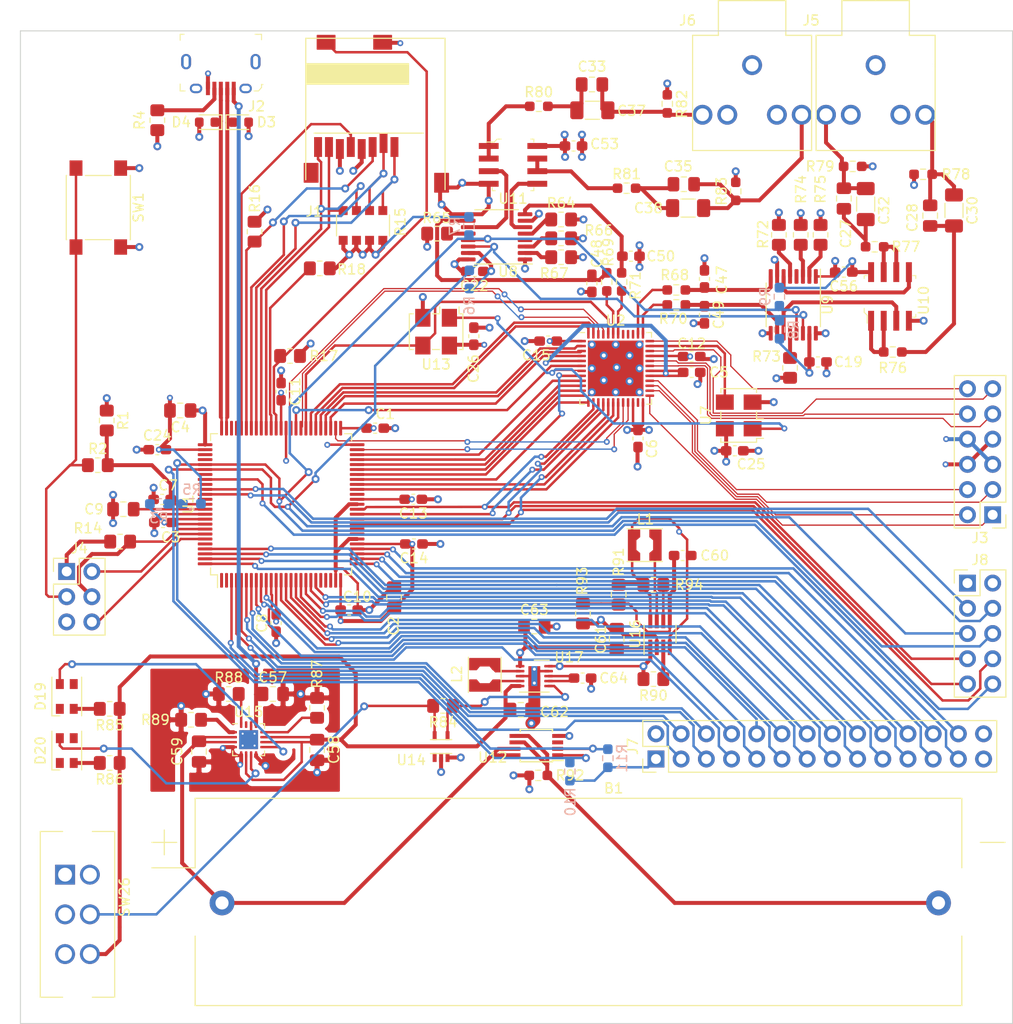
<source format=kicad_pcb>
(kicad_pcb (version 20171130) (host pcbnew "(5.1.10)-1")
  (layers (0 F.Cu signal) (1 In1.Cu power) (2 In2.Cu power) (31 B.Cu signal) (35 F.Paste user) (36 B.SilkS user) (37 F.SilkS user) (38 B.Mask user hide) (39 F.Mask user hide) (44 Edge.Cuts user))
  (net 0 "")
  (net 1 VBUS)
  (net 2 /D-)
  (net 3 GND)
  (net 4 "Net-(J2-Pad4)")
  (net 5 /D+)
  (net 6 +BATT)
  (net 7 /Vout)
  (net 8 +3V3)
  (net 9 +1V2)
  (net 10 "Net-(C7-Pad1)")
  (net 11 "Net-(L1-Pad1)")
  (net 12 /dbg_rst)
  (net 13 /SWCLK)
  (net 14 /ADC0IN[15])
  (net 15 /ADC0IN[14])
  (net 16 /ADC0IN[13])
  (net 17 /ADC0IN[12])
  (net 18 /SWO)
  (net 19 /SWDIO)
  (net 20 "Net-(U1-Pad87)")
  (net 21 "Net-(U1-Pad82)")
  (net 22 /SC0_SCL_PAD[1])
  (net 23 /SC0_SDA_PAD[0])
  (net 24 /SDHC1_SDCLK)
  (net 25 /SDHC1_SDCMD)
  (net 26 /SDHC1_DAT[3])
  (net 27 /SDHC1_DAT[1])
  (net 28 /SDHC1_DAT[0])
  (net 29 /SDHC1_SDWP)
  (net 30 /SDHC1_SDCD)
  (net 31 /MII_GCOL)
  (net 32 /MII_GRDV)
  (net 33 /MII_GTXER)
  (net 34 /MII_GRXCK)
  (net 35 /MII_GTX[3])
  (net 36 /MII_GTX[2])
  (net 37 /MII_GTX[1])
  (net 38 /MII_GTX[0])
  (net 39 /MII_GTEN)
  (net 40 /MII_GCRS)
  (net 41 /MII_GRXER)
  (net 42 /MII_GRX[0])
  (net 43 /MII_GRX[1])
  (net 44 /MII_GRX[2])
  (net 45 /MII_GRX[3])
  (net 46 /MII_GMDIO)
  (net 47 /MII_GMDC)
  (net 48 "Net-(U1-Pad40)")
  (net 49 /SC4_PAD[3])
  (net 50 /SC4_CS_PAD[2])
  (net 51 /SC4_SCK_PAD[1])
  (net 52 /SC4_PAD[0])
  (net 53 /ADC0IN[11])
  (net 54 /ADC0IN[10])
  (net 55 /ADC0IN[9])
  (net 56 /ADC0IN[8])
  (net 57 /ADC0IN[7])
  (net 58 /ADC0IN[6])
  (net 59 /ADC0IN[5])
  (net 60 /ADC0IN[4])
  (net 61 /ADC0IN[3])
  (net 62 /ADC0IN[2])
  (net 63 /ADC1IN[9])
  (net 64 /ADC1IN[8])
  (net 65 /ADC1IN[7])
  (net 66 /ADC1IN[6])
  (net 67 /ADC0IN[1])
  (net 68 /ADC0IN[0])
  (net 69 /ADC1IN[4])
  (net 70 /ADC1IN[5])
  (net 71 /ADC1IN[11])
  (net 72 /ADC1IN[10])
  (net 73 "Net-(U2-Pad41)")
  (net 74 "Net-(U2-Pad40)")
  (net 75 "Net-(U2-Pad39)")
  (net 76 /PMOD[7])
  (net 77 /CLK48M)
  (net 78 /PMOD[6])
  (net 79 /PMOD[5])
  (net 80 /PMOD[4])
  (net 81 /PMOD[3])
  (net 82 /PMOD[2])
  (net 83 /PMOD[1])
  (net 84 /PMOD[0])
  (net 85 "Net-(U2-Pad23)")
  (net 86 /CFG_RESET_B)
  (net 87 /CDONE)
  (net 88 "Net-(L2-Pad2)")
  (net 89 "Net-(L2-Pad1)")
  (net 90 /mcu_core)
  (net 91 /SDHC1_DAT[2])
  (net 92 "Net-(J5-Pad4)")
  (net 93 "Net-(J5-Pad3)")
  (net 94 "Net-(J6-Pad4)")
  (net 95 "Net-(J6-Pad3)")
  (net 96 /PDM1_R)
  (net 97 /PDM1_L)
  (net 98 /PDM0_R)
  (net 99 /PDM0_L)
  (net 100 "Net-(U9-Pad4)")
  (net 101 /OUT0_L)
  (net 102 /OUT0_R)
  (net 103 /OUT1_L)
  (net 104 /OUT1_R)
  (net 105 -BATT)
  (net 106 "Net-(D19-Pad2)")
  (net 107 "Net-(D20-Pad2)")
  (net 108 "Net-(U12-Pad3)")
  (net 109 /PSU_EN)
  (net 110 "Net-(R72-Pad1)")
  (net 111 "Net-(SW26-Pad1)")
  (net 112 "Net-(SW26-Pad2)")
  (net 113 "Net-(SW26-Pad3)")
  (net 114 "/Analog Output/F_PDM0_R")
  (net 115 "/Analog Output/F_PDM1_R")
  (net 116 "/Analog Output/F_PDM0_L")
  (net 117 "/Analog Output/F_PDM1_L")
  (net 118 "Net-(C60-Pad2)")
  (net 119 "Net-(C64-Pad1)")
  (net 120 "Net-(D19-Pad1)")
  (net 121 "/Power Supply/!CHG")
  (net 122 "Net-(D19-Pad3)")
  (net 123 "Net-(D20-Pad1)")
  (net 124 "/Power Supply/!PGOOD")
  (net 125 "Net-(D20-Pad3)")
  (net 126 "Net-(R64-Pad1)")
  (net 127 "Net-(R65-Pad1)")
  (net 128 "Net-(R66-Pad1)")
  (net 129 "Net-(R67-Pad1)")
  (net 130 "Net-(R73-Pad1)")
  (net 131 "Net-(R74-Pad1)")
  (net 132 "Net-(R75-Pad1)")
  (net 133 "Net-(R76-Pad1)")
  (net 134 "Net-(R77-Pad1)")
  (net 135 "Net-(R80-Pad1)")
  (net 136 "Net-(R81-Pad1)")
  (net 137 "/Power Supply/BGD")
  (net 138 "Net-(R87-Pad2)")
  (net 139 "Net-(R88-Pad2)")
  (net 140 "Net-(R89-Pad1)")
  (net 141 "Net-(R90-Pad1)")
  (net 142 "Net-(R94-Pad1)")
  (net 143 "Net-(U8-Pad4)")
  (net 144 "/Analog Output/BUF1_L")
  (net 145 "/Analog Output/BUF1_R")
  (net 146 "/Analog Output/BUF0_L")
  (net 147 "/Analog Output/BUF0_R")
  (net 148 "Net-(U14-Pad1)")
  (net 149 "Net-(U15-Pad15)")
  (net 150 "Net-(C27-Pad2)")
  (net 151 "Net-(C28-Pad2)")
  (net 152 "Net-(C33-Pad2)")
  (net 153 "Net-(C35-Pad2)")
  (net 154 "Net-(U1-Pad33)")
  (net 155 "Net-(U1-Pad73)")
  (net 156 "Net-(U1-Pad72)")
  (net 157 "Net-(J1-Pad10)")
  (net 158 /MII_GTXCK)
  (net 159 /SC1_RXD_PAD[1])
  (net 160 /SC1_TXD_PAD[0])
  (net 161 "Net-(U1-Pad84)")
  (net 162 /UEXT_CS)
  (net 163 "Net-(U1-Pad96)")
  (net 164 "Net-(U1-Pad79)")
  (net 165 "Net-(U1-Pad78)")
  (net 166 "Net-(U1-Pad32)")
  (net 167 "Net-(U1-Pad23)")
  (net 168 "Net-(U1-Pad22)")
  (net 169 "Net-(U1-Pad21)")
  (module up5k-synth:R_0603_1608Metric_Pad0.98x0.95mm_HandSolder (layer B.Cu) (at 109.21 123.2725 90)
    (fp_text reference R11 (at 0 1.43 90) (layer B.SilkS) (effects (justify mirror)))
    (fp_text value R_100kR_0603)
    (pad 1 smd roundrect (at -0.9125 0 90) (size 0.975 0.95) (layers B.Cu B.Paste B.Mask) (net 8 +3V3))
    (pad 2 smd roundrect (at 0.9125 0 90) (size 0.975 0.95) (layers B.Cu B.Paste B.Mask) (net 23 /SC0_SDA_PAD[0]))
  )
  (module up5k-synth:R_0603_1608Metric_Pad0.98x0.95mm_HandSolder (layer B.Cu) (at 105.38 124.6125 90)
    (fp_text reference R10 (at -3.0575 0.05 90) (layer B.SilkS) (effects (justify mirror)))
    (fp_text value R_100kR_0603)
    (pad 1 smd roundrect (at -0.9125 0 90) (size 0.975 0.95) (layers B.Cu B.Paste B.Mask) (net 8 +3V3))
    (pad 2 smd roundrect (at 0.9125 0 90) (size 0.975 0.95) (layers B.Cu B.Paste B.Mask) (net 22 /SC0_SCL_PAD[1]))
  )
  (module up5k-synth:R_0603_1608Metric_Pad0.98x0.95mm_HandSolder (layer B.Cu) (at 126.5 76.78 270)
    (fp_text reference R9 (at 0 1.43 90) (layer B.SilkS) (effects (justify mirror)))
    (fp_text value R_100kR_0603)
    (pad 1 smd roundrect (at -0.9125 0 270) (size 0.975 0.95) (layers B.Cu B.Paste B.Mask) (net 8 +3V3))
    (pad 2 smd roundrect (at 0.9125 0 270) (size 0.975 0.95) (layers B.Cu B.Paste B.Mask) (net 23 /SC0_SDA_PAD[0]))
  )
  (module up5k-synth:R_0603_1608Metric_Pad0.98x0.95mm_HandSolder (layer B.Cu) (at 126.51 80.1025 90)
    (fp_text reference R8 (at 0 1.43 90) (layer B.SilkS) (effects (justify mirror)))
    (fp_text value R_100kR_0603)
    (pad 1 smd roundrect (at -0.9125 0 90) (size 0.975 0.95) (layers B.Cu B.Paste B.Mask) (net 8 +3V3))
    (pad 2 smd roundrect (at 0.9125 0 90) (size 0.975 0.95) (layers B.Cu B.Paste B.Mask) (net 22 /SC0_SCL_PAD[1]))
  )
  (module up5k-synth:R_0603_1608Metric_Pad0.98x0.95mm_HandSolder (layer B.Cu) (at 95.21 69.6575 270)
    (fp_text reference R7 (at 0 1.43 90) (layer B.SilkS) (effects (justify mirror)))
    (fp_text value R_100kR_0603)
    (pad 1 smd roundrect (at -0.9125 0 270) (size 0.975 0.95) (layers B.Cu B.Paste B.Mask) (net 8 +3V3))
    (pad 2 smd roundrect (at 0.9125 0 270) (size 0.975 0.95) (layers B.Cu B.Paste B.Mask) (net 23 /SC0_SDA_PAD[0]))
  )
  (module up5k-synth:R_0603_1608Metric_Pad0.98x0.95mm_HandSolder (layer B.Cu) (at 95.25 75.04 90)
    (fp_text reference R6 (at -2.64 0 90) (layer B.SilkS) (effects (justify mirror)))
    (fp_text value R_100kR_0603)
    (pad 1 smd roundrect (at -0.9125 0 90) (size 0.975 0.95) (layers B.Cu B.Paste B.Mask) (net 8 +3V3))
    (pad 2 smd roundrect (at 0.9125 0 90) (size 0.975 0.95) (layers B.Cu B.Paste B.Mask) (net 22 /SC0_SCL_PAD[1]))
  )
  (module up5k-synth:R_0603_1608Metric_Pad0.98x0.95mm_HandSolder (layer B.Cu) (at 67.28 97.64 180)
    (fp_text reference R5 (at 0 1.43) (layer B.SilkS) (effects (justify mirror)))
    (fp_text value R_100kR_0603)
    (pad 1 smd roundrect (at -0.9125 0 180) (size 0.975 0.95) (layers B.Cu B.Paste B.Mask) (net 8 +3V3))
    (pad 2 smd roundrect (at 0.9125 0 180) (size 0.975 0.95) (layers B.Cu B.Paste B.Mask) (net 23 /SC0_SDA_PAD[0]))
  )
  (module up5k-synth:R_0603_1608Metric_Pad0.98x0.95mm_HandSolder (layer B.Cu) (at 63.96 97.65)
    (fp_text reference R3 (at 0 1.43) (layer B.SilkS) (effects (justify mirror)))
    (fp_text value R_100kR_0603)
    (pad 1 smd roundrect (at -0.9125 0) (size 0.975 0.95) (layers B.Cu B.Paste B.Mask) (net 8 +3V3))
    (pad 2 smd roundrect (at 0.9125 0) (size 0.975 0.95) (layers B.Cu B.Paste B.Mask) (net 22 /SC0_SCL_PAD[1]))
  )
  (module up5k-synth:C_0603_1608Metric_Pad1.08x0.95mm_HandSolder (layer F.Cu) (at 105.75 61.595)
    (fp_text reference C53 (at 3.1375 -0.2) (layer F.SilkS))
    (fp_text value 0.1uF_10V_0603)
    (pad 1 smd roundrect (at -0.8625 0) (size 1.075 0.95) (layers F.Cu F.Paste F.Mask) (net 8 +3V3))
    (pad 2 smd roundrect (at 0.8625 0) (size 1.075 0.95) (layers F.Cu F.Paste F.Mask) (net 3 GND))
  )
  (module up5k-synth:PinHeader_2x14_P2.54mm_Vertical (layer F.Cu) (at 114.06 123.35 90)
    (fp_text reference J7 (at 1.27 -2.33 90) (layer F.SilkS))
    (fp_text value Conn_02x14_Odd_Even)
    (pad 1 thru_hole rect (at 0 0 90) (size 1.7 1.7) (drill 1) (layers *.Cu *.Mask) (net 8 +3V3))
    (pad 2 thru_hole oval (at 2.54 0 90) (size 1.7 1.7) (drill 1) (layers *.Cu *.Mask) (net 3 GND))
    (pad 3 thru_hole oval (at 0 2.54 90) (size 1.7 1.7) (drill 1) (layers *.Cu *.Mask) (net 72 /ADC1IN[10]))
    (pad 4 thru_hole oval (at 2.54 2.54 90) (size 1.7 1.7) (drill 1) (layers *.Cu *.Mask) (net 71 /ADC1IN[11]))
    (pad 5 thru_hole oval (at 0 5.08 90) (size 1.7 1.7) (drill 1) (layers *.Cu *.Mask) (net 70 /ADC1IN[5]))
    (pad 6 thru_hole oval (at 2.54 5.08 90) (size 1.7 1.7) (drill 1) (layers *.Cu *.Mask) (net 69 /ADC1IN[4]))
    (pad 7 thru_hole oval (at 0 7.62 90) (size 1.7 1.7) (drill 1) (layers *.Cu *.Mask) (net 68 /ADC0IN[0]))
    (pad 8 thru_hole oval (at 2.54 7.62 90) (size 1.7 1.7) (drill 1) (layers *.Cu *.Mask) (net 67 /ADC0IN[1]))
    (pad 9 thru_hole oval (at 0 10.16 90) (size 1.7 1.7) (drill 1) (layers *.Cu *.Mask) (net 66 /ADC1IN[6]))
    (pad 10 thru_hole oval (at 2.54 10.16 90) (size 1.7 1.7) (drill 1) (layers *.Cu *.Mask) (net 65 /ADC1IN[7]))
    (pad 11 thru_hole oval (at 0 12.7 90) (size 1.7 1.7) (drill 1) (layers *.Cu *.Mask) (net 64 /ADC1IN[8]))
    (pad 12 thru_hole oval (at 2.54 12.7 90) (size 1.7 1.7) (drill 1) (layers *.Cu *.Mask) (net 63 /ADC1IN[9]))
    (pad 13 thru_hole oval (at 0 15.24 90) (size 1.7 1.7) (drill 1) (layers *.Cu *.Mask) (net 62 /ADC0IN[2]))
    (pad 14 thru_hole oval (at 2.54 15.24 90) (size 1.7 1.7) (drill 1) (layers *.Cu *.Mask) (net 61 /ADC0IN[3]))
    (pad 15 thru_hole oval (at 0 17.78 90) (size 1.7 1.7) (drill 1) (layers *.Cu *.Mask) (net 60 /ADC0IN[4]))
    (pad 16 thru_hole oval (at 2.54 17.78 90) (size 1.7 1.7) (drill 1) (layers *.Cu *.Mask) (net 59 /ADC0IN[5]))
    (pad 17 thru_hole oval (at 0 20.32 90) (size 1.7 1.7) (drill 1) (layers *.Cu *.Mask) (net 58 /ADC0IN[6]))
    (pad 18 thru_hole oval (at 2.54 20.32 90) (size 1.7 1.7) (drill 1) (layers *.Cu *.Mask) (net 57 /ADC0IN[7]))
    (pad 19 thru_hole oval (at 0 22.86 90) (size 1.7 1.7) (drill 1) (layers *.Cu *.Mask) (net 14 /ADC0IN[15]))
    (pad 20 thru_hole oval (at 2.54 22.86 90) (size 1.7 1.7) (drill 1) (layers *.Cu *.Mask) (net 15 /ADC0IN[14]))
    (pad 21 thru_hole oval (at 0 25.4 90) (size 1.7 1.7) (drill 1) (layers *.Cu *.Mask) (net 16 /ADC0IN[13]))
    (pad 22 thru_hole oval (at 2.54 25.4 90) (size 1.7 1.7) (drill 1) (layers *.Cu *.Mask) (net 17 /ADC0IN[12]))
    (pad 23 thru_hole oval (at 0 27.94 90) (size 1.7 1.7) (drill 1) (layers *.Cu *.Mask) (net 56 /ADC0IN[8]))
    (pad 24 thru_hole oval (at 2.54 27.94 90) (size 1.7 1.7) (drill 1) (layers *.Cu *.Mask) (net 55 /ADC0IN[9]))
    (pad 25 thru_hole oval (at 0 30.48 90) (size 1.7 1.7) (drill 1) (layers *.Cu *.Mask) (net 54 /ADC0IN[10]))
    (pad 26 thru_hole oval (at 2.54 30.48 90) (size 1.7 1.7) (drill 1) (layers *.Cu *.Mask) (net 53 /ADC0IN[11]))
    (pad 27 thru_hole oval (at 0 33.02 90) (size 1.7 1.7) (drill 1) (layers *.Cu *.Mask) (net 8 +3V3))
    (pad 28 thru_hole oval (at 2.54 33.02 90) (size 1.7 1.7) (drill 1) (layers *.Cu *.Mask) (net 3 GND))
  )
  (module up5k-synth:PinHeader_2x05_P2.54mm_Vertical (layer F.Cu) (at 145.46 105.63)
    (fp_text reference J8 (at 1.27 -2.33) (layer F.SilkS))
    (fp_text value Conn_02x05_Odd_Even)
    (pad 1 thru_hole rect (at 0 0) (size 1.7 1.7) (drill 1) (layers *.Cu *.Mask) (net 8 +3V3))
    (pad 2 thru_hole oval (at 2.54 0) (size 1.7 1.7) (drill 1) (layers *.Cu *.Mask) (net 3 GND))
    (pad 3 thru_hole oval (at 0 2.54) (size 1.7 1.7) (drill 1) (layers *.Cu *.Mask) (net 160 /SC1_TXD_PAD[0]))
    (pad 4 thru_hole oval (at 2.54 2.54) (size 1.7 1.7) (drill 1) (layers *.Cu *.Mask) (net 159 /SC1_RXD_PAD[1]))
    (pad 5 thru_hole oval (at 0 5.08) (size 1.7 1.7) (drill 1) (layers *.Cu *.Mask) (net 22 /SC0_SCL_PAD[1]))
    (pad 6 thru_hole oval (at 2.54 5.08) (size 1.7 1.7) (drill 1) (layers *.Cu *.Mask) (net 23 /SC0_SDA_PAD[0]))
    (pad 7 thru_hole oval (at 0 7.62) (size 1.7 1.7) (drill 1) (layers *.Cu *.Mask) (net 49 /SC4_PAD[3]))
    (pad 8 thru_hole oval (at 2.54 7.62) (size 1.7 1.7) (drill 1) (layers *.Cu *.Mask) (net 52 /SC4_PAD[0]))
    (pad 9 thru_hole oval (at 0 10.16) (size 1.7 1.7) (drill 1) (layers *.Cu *.Mask) (net 51 /SC4_SCK_PAD[1]))
    (pad 10 thru_hole oval (at 2.54 10.16) (size 1.7 1.7) (drill 1) (layers *.Cu *.Mask) (net 162 /UEXT_CS))
  )
  (module up5k-synth:VSON-10-1EP_3x3mm_P0.5mm_EP1.2x2mm_ThermalVias (layer F.Cu) (at 101.8 115)
    (fp_text reference U17 (at 3.5 -1.9 180) (layer F.SilkS))
    (fp_text value TPS63031)
    (pad 1 smd roundrect (at -1.4375 -1) (size 0.875 0.25) (layers F.Cu F.Paste F.Mask) (net 8 +3V3))
    (pad 2 smd roundrect (at -1.4375 -0.5) (size 0.875 0.25) (layers F.Cu F.Paste F.Mask) (net 88 "Net-(L2-Pad2)"))
    (pad 3 smd roundrect (at -1.4375 0) (size 0.875 0.25) (layers F.Cu F.Paste F.Mask) (net 3 GND))
    (pad 4 smd roundrect (at -1.4375 0.5) (size 0.875 0.25) (layers F.Cu F.Paste F.Mask) (net 89 "Net-(L2-Pad1)"))
    (pad 5 smd roundrect (at -1.4375 1) (size 0.875 0.25) (layers F.Cu F.Paste F.Mask) (net 7 /Vout))
    (pad 6 smd roundrect (at 1.4375 1) (size 0.875 0.25) (layers F.Cu F.Paste F.Mask) (net 137 "/Power Supply/BGD"))
    (pad 7 smd roundrect (at 1.4375 0.5) (size 0.875 0.25) (layers F.Cu F.Paste F.Mask) (net 119 "Net-(C64-Pad1)"))
    (pad 8 smd roundrect (at 1.4375 0) (size 0.875 0.25) (layers F.Cu F.Paste F.Mask) (net 119 "Net-(C64-Pad1)"))
    (pad 9 smd roundrect (at 1.4375 -0.5) (size 0.875 0.25) (layers F.Cu F.Paste F.Mask) (net 3 GND))
    (pad 10 smd roundrect (at 1.4375 -1) (size 0.875 0.25) (layers F.Cu F.Paste F.Mask) (net 8 +3V3))
    (pad 11 smd rect (at 0 0) (size 1.2 2) (layers F.Cu F.Mask) (net 3 GND))
    (pad 11 thru_hole circle (at 0 -0.7) (size 0.6 0.6) (drill 0.3) (layers *.Cu) (net 3 GND))
    (pad 11 thru_hole circle (at 0 0.7) (size 0.6 0.6) (drill 0.3) (layers *.Cu) (net 3 GND))
    (pad 11 smd rect (at 0 0) (size 0.6 2) (layers B.Cu) (net 3 GND))
  )
  (module up5k-synth:SOT-23-8_Handsoldering (layer F.Cu) (at 114.47 110.75 90)
    (fp_text reference U16 (at 0 -2.5 90) (layer F.SilkS))
    (fp_text value TPS62120DCNR)
    (pad 1 smd rect (at -1.35 -0.98 90) (size 1.56 0.4) (layers F.Cu F.Paste F.Mask) (net 8 +3V3))
    (pad 2 smd rect (at -1.35 -0.33 90) (size 1.56 0.4) (layers F.Cu F.Paste F.Mask) (net 3 GND))
    (pad 3 smd rect (at -1.35 0.33 90) (size 1.56 0.4) (layers F.Cu F.Paste F.Mask) (net 141 "Net-(R90-Pad1)"))
    (pad 4 smd rect (at -1.35 0.98 90) (size 1.56 0.4) (layers F.Cu F.Paste F.Mask) (net 9 +1V2))
    (pad 5 smd rect (at 1.35 0.98 90) (size 1.56 0.4) (layers F.Cu F.Paste F.Mask) (net 118 "Net-(C60-Pad2)"))
    (pad 6 smd rect (at 1.35 0.33 90) (size 1.56 0.4) (layers F.Cu F.Paste F.Mask) (net 142 "Net-(R94-Pad1)"))
    (pad 7 smd rect (at 1.35 -0.33 90) (size 1.56 0.4) (layers F.Cu F.Paste F.Mask) (net 11 "Net-(L1-Pad1)"))
    (pad 8 smd rect (at 1.35 -0.98 90) (size 1.56 0.4) (layers F.Cu F.Paste F.Mask) (net 9 +1V2))
  )
  (module up5k-synth:QFN-16-1EP_3x3mm_P0.5mm_EP1.9x1.9mm_ThermalVias (layer F.Cu) (at 73 121.4)
    (fp_text reference U15 (at 0 -2.8) (layer F.SilkS))
    (fp_text value BQ24074)
    (pad 1 smd roundrect (at -1.5125 -0.75) (size 0.675 0.25) (layers F.Cu F.Paste F.Mask) (net 140 "Net-(R89-Pad1)"))
    (pad 2 smd roundrect (at -1.5125 -0.25) (size 0.675 0.25) (layers F.Cu F.Paste F.Mask) (net 6 +BATT))
    (pad 3 smd roundrect (at -1.5125 0.25) (size 0.675 0.25) (layers F.Cu F.Paste F.Mask) (net 6 +BATT))
    (pad 4 smd roundrect (at -1.5125 0.75) (size 0.675 0.25) (layers F.Cu F.Paste F.Mask) (net 3 GND))
    (pad 5 smd roundrect (at -0.75 1.5125) (size 0.25 0.675) (layers F.Cu F.Paste F.Mask) (net 3 GND))
    (pad 6 smd roundrect (at -0.25 1.5125) (size 0.25 0.675) (layers F.Cu F.Paste F.Mask) (net 7 /Vout))
    (pad 7 smd roundrect (at 0.25 1.5125) (size 0.25 0.675) (layers F.Cu F.Paste F.Mask) (net 124 "/Power Supply/!PGOOD"))
    (pad 8 smd roundrect (at 0.75 1.5125) (size 0.25 0.675) (layers F.Cu F.Paste F.Mask) (net 3 GND))
    (pad 9 smd roundrect (at 1.5125 0.75) (size 0.675 0.25) (layers F.Cu F.Paste F.Mask) (net 121 "/Power Supply/!CHG"))
    (pad 10 smd roundrect (at 1.5125 0.25) (size 0.675 0.25) (layers F.Cu F.Paste F.Mask) (net 7 /Vout))
    (pad 11 smd roundrect (at 1.5125 -0.25) (size 0.675 0.25) (layers F.Cu F.Paste F.Mask) (net 7 /Vout))
    (pad 12 smd roundrect (at 1.5125 -0.75) (size 0.675 0.25) (layers F.Cu F.Paste F.Mask) (net 138 "Net-(R87-Pad2)"))
    (pad 13 smd roundrect (at 0.75 -1.5125) (size 0.25 0.675) (layers F.Cu F.Paste F.Mask) (net 1 VBUS))
    (pad 14 smd roundrect (at 0.25 -1.5125) (size 0.25 0.675) (layers F.Cu F.Paste F.Mask) (net 3 GND))
    (pad 15 smd roundrect (at -0.25 -1.5125) (size 0.25 0.675) (layers F.Cu F.Paste F.Mask) (net 149 "Net-(U15-Pad15)"))
    (pad 16 smd roundrect (at -0.75 -1.5125) (size 0.25 0.675) (layers F.Cu F.Paste F.Mask) (net 139 "Net-(R88-Pad2)"))
    (pad 17 smd rect (at 0 0) (size 1.9 1.9) (layers F.Cu F.Mask) (net 3 GND))
    (pad 17 thru_hole circle (at -0.6 -0.6) (size 0.7 0.7) (drill 0.2) (layers *.Cu) (net 3 GND))
    (pad 17 thru_hole circle (at 0.6 -0.6) (size 0.7 0.7) (drill 0.2) (layers *.Cu) (net 3 GND))
    (pad 17 thru_hole circle (at -0.6 0.6) (size 0.7 0.7) (drill 0.2) (layers *.Cu) (net 3 GND))
    (pad 17 thru_hole circle (at 0.6 0.6) (size 0.7 0.7) (drill 0.2) (layers *.Cu) (net 3 GND))
    (pad 17 smd rect (at 0 0) (size 1.9 1.9) (layers B.Cu) (net 3 GND))
  )
  (module up5k-synth:SC-70-5 (layer F.Cu) (at 92.4 122.1)
    (fp_text reference U14 (at -3.01 1.35) (layer F.SilkS))
    (fp_text value LMS33460)
    (pad 5 smd rect (at -0.65 -1.1 180) (size 0.4 0.9) (layers F.Cu F.Paste F.Mask) (net 109 /PSU_EN))
    (pad 4 smd rect (at 0.65 -1.1 180) (size 0.4 0.9) (layers F.Cu F.Paste F.Mask) (net 137 "/Power Supply/BGD"))
    (pad 3 smd rect (at 0.65 1.1 180) (size 0.4 0.9) (layers F.Cu F.Paste F.Mask) (net 3 GND))
    (pad 1 smd rect (at -0.65 1.1 180) (size 0.4 0.9) (layers F.Cu F.Paste F.Mask) (net 148 "Net-(U14-Pad1)"))
    (pad 2 smd rect (at 0 1.1 180) (size 0.4 0.9) (layers F.Cu F.Paste F.Mask) (net 3 GND))
  )
  (module up5k-synth:Oscillator_SMD_TXC_7C-4Pin_5.0x3.2mm_HandSoldering (layer F.Cu) (at 91.9 80.3 180)
    (fp_text reference U13 (at 0 -3.3) (layer F.SilkS))
    (fp_text value DSC6003JI2A)
    (pad 1 smd rect (at -1.34 1.4 180) (size 1.54 1.8) (layers F.Cu F.Paste F.Mask) (net 87 /CDONE))
    (pad 2 smd rect (at 1.34 1.4 180) (size 1.54 1.8) (layers F.Cu F.Paste F.Mask) (net 3 GND))
    (pad 3 smd rect (at 1.34 -1.4 180) (size 1.54 1.8) (layers F.Cu F.Paste F.Mask) (net 34 /MII_GRXCK))
    (pad 4 smd rect (at -1.34 -1.4 180) (size 1.54 1.8) (layers F.Cu F.Paste F.Mask) (net 8 +3V3))
  )
  (module up5k-synth:TSSOP-8_3x3mm_P0.65mm (layer F.Cu) (at 102 122 180)
    (fp_text reference U12 (at 4.4 -1.2) (layer F.SilkS))
    (fp_text value DS2745)
    (pad 1 smd rect (at -2.15 -0.975 180) (size 1.1 0.4) (layers F.Cu F.Paste F.Mask) (net 22 /SC0_SCL_PAD[1]))
    (pad 2 smd rect (at -2.15 -0.325 180) (size 1.1 0.4) (layers F.Cu F.Paste F.Mask) (net 23 /SC0_SDA_PAD[0]))
    (pad 3 smd rect (at -2.15 0.325 180) (size 1.1 0.4) (layers F.Cu F.Paste F.Mask) (net 108 "Net-(U12-Pad3)"))
    (pad 4 smd rect (at -2.15 0.975 180) (size 1.1 0.4) (layers F.Cu F.Paste F.Mask) (net 3 GND))
    (pad 5 smd rect (at 2.15 0.975 180) (size 1.1 0.4) (layers F.Cu F.Paste F.Mask) (net 105 -BATT))
    (pad 6 smd rect (at 2.15 0.325 180) (size 1.1 0.4) (layers F.Cu F.Paste F.Mask) (net 105 -BATT))
    (pad 7 smd rect (at 2.15 -0.325 180) (size 1.1 0.4) (layers F.Cu F.Paste F.Mask) (net 6 +BATT))
    (pad 8 smd rect (at 2.15 -0.975 180) (size 1.1 0.4) (layers F.Cu F.Paste F.Mask) (net 6 +BATT))
  )
  (module up5k-synth:SOIC-8_W3.9mm (layer F.Cu) (at 99.65 63.5 270)
    (fp_text reference U11 (at 3.4 0) (layer F.SilkS))
    (fp_text value AD8531)
    (pad 3 smd rect (at 0.635 2.45 270) (size 0.6 2) (layers F.Cu F.Paste F.Mask) (net 144 "/Analog Output/BUF1_L"))
    (pad 8 smd rect (at -1.905 -2.45 270) (size 0.6 2) (layers F.Cu F.Paste F.Mask) (net 8 +3V3))
    (pad 7 smd rect (at -0.635 -2.45 270) (size 0.6 2) (layers F.Cu F.Paste F.Mask) (net 136 "Net-(R81-Pad1)"))
    (pad 6 smd rect (at 0.635 -2.45 270) (size 0.6 2) (layers F.Cu F.Paste F.Mask) (net 136 "Net-(R81-Pad1)"))
    (pad 5 smd rect (at 1.905 -2.45 270) (size 0.6 2) (layers F.Cu F.Paste F.Mask) (net 145 "/Analog Output/BUF1_R"))
    (pad 4 smd rect (at 1.905 2.45 270) (size 0.6 2) (layers F.Cu F.Paste F.Mask) (net 3 GND))
    (pad 2 smd rect (at -0.635 2.45 270) (size 0.6 2) (layers F.Cu F.Paste F.Mask) (net 135 "Net-(R80-Pad1)"))
    (pad 1 smd rect (at -1.905 2.45 270) (size 0.6 2) (layers F.Cu F.Paste F.Mask) (net 135 "Net-(R80-Pad1)"))
  )
  (module up5k-synth:SOIC-8_W3.9mm (layer F.Cu) (at 137.65 76.75)
    (fp_text reference U10 (at 3.4 0.4 270) (layer F.SilkS))
    (fp_text value AD8531)
    (pad 3 smd rect (at 0.635 2.45) (size 0.6 2) (layers F.Cu F.Paste F.Mask) (net 147 "/Analog Output/BUF0_R"))
    (pad 8 smd rect (at -1.905 -2.45) (size 0.6 2) (layers F.Cu F.Paste F.Mask) (net 8 +3V3))
    (pad 7 smd rect (at -0.635 -2.45) (size 0.6 2) (layers F.Cu F.Paste F.Mask) (net 134 "Net-(R77-Pad1)"))
    (pad 6 smd rect (at 0.635 -2.45) (size 0.6 2) (layers F.Cu F.Paste F.Mask) (net 134 "Net-(R77-Pad1)"))
    (pad 5 smd rect (at 1.905 -2.45) (size 0.6 2) (layers F.Cu F.Paste F.Mask) (net 146 "/Analog Output/BUF0_L"))
    (pad 4 smd rect (at 1.905 2.45) (size 0.6 2) (layers F.Cu F.Paste F.Mask) (net 3 GND))
    (pad 2 smd rect (at -0.635 2.45) (size 0.6 2) (layers F.Cu F.Paste F.Mask) (net 133 "Net-(R76-Pad1)"))
    (pad 1 smd rect (at -1.905 2.45) (size 0.6 2) (layers F.Cu F.Paste F.Mask) (net 133 "Net-(R76-Pad1)"))
  )
  (module up5k-synth:TSSOP-16_4.4x5mm_P0.65mm (layer F.Cu) (at 127.9 77.6 270)
    (fp_text reference U9 (at 0 -3.45 90) (layer F.SilkS))
    (fp_text value DS1881)
    (pad 1 smd roundrect (at -2.8625 -2.275 270) (size 1.475 0.4) (layers F.Cu F.Paste F.Mask) (net 3 GND))
    (pad 2 smd roundrect (at -2.8625 -1.625 270) (size 1.475 0.4) (layers F.Cu F.Paste F.Mask) (net 132 "Net-(R75-Pad1)"))
    (pad 3 smd roundrect (at -2.8625 -0.975 270) (size 1.475 0.4) (layers F.Cu F.Paste F.Mask) (net 131 "Net-(R74-Pad1)"))
    (pad 4 smd roundrect (at -2.8625 -0.325 270) (size 1.475 0.4) (layers F.Cu F.Paste F.Mask) (net 100 "Net-(U9-Pad4)"))
    (pad 5 smd roundrect (at -2.8625 0.325 270) (size 1.475 0.4) (layers F.Cu F.Paste F.Mask) (net 110 "Net-(R72-Pad1)"))
    (pad 6 smd roundrect (at -2.8625 0.975 270) (size 1.475 0.4) (layers F.Cu F.Paste F.Mask) (net 146 "/Analog Output/BUF0_L"))
    (pad 7 smd roundrect (at -2.8625 1.625 270) (size 1.475 0.4) (layers F.Cu F.Paste F.Mask) (net 3 GND))
    (pad 8 smd roundrect (at -2.8625 2.275 270) (size 1.475 0.4) (layers F.Cu F.Paste F.Mask) (net 116 "/Analog Output/F_PDM0_L"))
    (pad 9 smd roundrect (at 2.8625 2.275 270) (size 1.475 0.4) (layers F.Cu F.Paste F.Mask) (net 3 GND))
    (pad 10 smd roundrect (at 2.8625 1.625 270) (size 1.475 0.4) (layers F.Cu F.Paste F.Mask) (net 114 "/Analog Output/F_PDM0_R"))
    (pad 11 smd roundrect (at 2.8625 0.975 270) (size 1.475 0.4) (layers F.Cu F.Paste F.Mask) (net 147 "/Analog Output/BUF0_R"))
    (pad 12 smd roundrect (at 2.8625 0.325 270) (size 1.475 0.4) (layers F.Cu F.Paste F.Mask) (net 130 "Net-(R73-Pad1)"))
    (pad 13 smd roundrect (at 2.8625 -0.325 270) (size 1.475 0.4) (layers F.Cu F.Paste F.Mask) (net 23 /SC0_SDA_PAD[0]))
    (pad 14 smd roundrect (at 2.8625 -0.975 270) (size 1.475 0.4) (layers F.Cu F.Paste F.Mask) (net 22 /SC0_SCL_PAD[1]))
    (pad 15 smd roundrect (at 2.8625 -1.625 270) (size 1.475 0.4) (layers F.Cu F.Paste F.Mask) (net 8 +3V3))
    (pad 16 smd roundrect (at 2.8625 -2.275 270) (size 1.475 0.4) (layers F.Cu F.Paste F.Mask) (net 3 GND))
  )
  (module up5k-synth:TSSOP-16_4.4x5mm_P0.65mm (layer F.Cu) (at 98 70.75 180)
    (fp_text reference U8 (at -1.15 -3.5) (layer F.SilkS))
    (fp_text value DS1881)
    (pad 16 smd roundrect (at 2.8625 -2.275 180) (size 1.475 0.4) (layers F.Cu F.Paste F.Mask) (net 3 GND))
    (pad 15 smd roundrect (at 2.8625 -1.625 180) (size 1.475 0.4) (layers F.Cu F.Paste F.Mask) (net 8 +3V3))
    (pad 14 smd roundrect (at 2.8625 -0.975 180) (size 1.475 0.4) (layers F.Cu F.Paste F.Mask) (net 22 /SC0_SCL_PAD[1]))
    (pad 13 smd roundrect (at 2.8625 -0.325 180) (size 1.475 0.4) (layers F.Cu F.Paste F.Mask) (net 23 /SC0_SDA_PAD[0]))
    (pad 12 smd roundrect (at 2.8625 0.325 180) (size 1.475 0.4) (layers F.Cu F.Paste F.Mask) (net 127 "Net-(R65-Pad1)"))
    (pad 11 smd roundrect (at 2.8625 0.975 180) (size 1.475 0.4) (layers F.Cu F.Paste F.Mask) (net 144 "/Analog Output/BUF1_L"))
    (pad 10 smd roundrect (at 2.8625 1.625 180) (size 1.475 0.4) (layers F.Cu F.Paste F.Mask) (net 117 "/Analog Output/F_PDM1_L"))
    (pad 9 smd roundrect (at 2.8625 2.275 180) (size 1.475 0.4) (layers F.Cu F.Paste F.Mask) (net 3 GND))
    (pad 8 smd roundrect (at -2.8625 2.275 180) (size 1.475 0.4) (layers F.Cu F.Paste F.Mask) (net 115 "/Analog Output/F_PDM1_R"))
    (pad 7 smd roundrect (at -2.8625 1.625 180) (size 1.475 0.4) (layers F.Cu F.Paste F.Mask) (net 3 GND))
    (pad 6 smd roundrect (at -2.8625 0.975 180) (size 1.475 0.4) (layers F.Cu F.Paste F.Mask) (net 145 "/Analog Output/BUF1_R"))
    (pad 5 smd roundrect (at -2.8625 0.325 180) (size 1.475 0.4) (layers F.Cu F.Paste F.Mask) (net 126 "Net-(R64-Pad1)"))
    (pad 4 smd roundrect (at -2.8625 -0.325 180) (size 1.475 0.4) (layers F.Cu F.Paste F.Mask) (net 143 "Net-(U8-Pad4)"))
    (pad 3 smd roundrect (at -2.8625 -0.975 180) (size 1.475 0.4) (layers F.Cu F.Paste F.Mask) (net 128 "Net-(R66-Pad1)"))
    (pad 2 smd roundrect (at -2.8625 -1.625 180) (size 1.475 0.4) (layers F.Cu F.Paste F.Mask) (net 129 "Net-(R67-Pad1)"))
    (pad 1 smd roundrect (at -2.8625 -2.275 180) (size 1.475 0.4) (layers F.Cu F.Paste F.Mask) (net 3 GND))
  )
  (module up5k-synth:Oscillator_SMD_TXC_7C-4Pin_5.0x3.2mm_HandSoldering (layer F.Cu) (at 122.4 88.74 90)
    (fp_text reference U7 (at 0 -3.3 90) (layer F.SilkS))
    (fp_text value DSC6003JI2A)
    (pad 1 smd rect (at -1.34 1.4 90) (size 1.54 1.8) (layers F.Cu F.Paste F.Mask) (net 87 /CDONE))
    (pad 2 smd rect (at 1.34 1.4 90) (size 1.54 1.8) (layers F.Cu F.Paste F.Mask) (net 3 GND))
    (pad 3 smd rect (at 1.34 -1.4 90) (size 1.54 1.8) (layers F.Cu F.Paste F.Mask) (net 77 /CLK48M))
    (pad 4 smd rect (at -1.34 -1.4 90) (size 1.54 1.8) (layers F.Cu F.Paste F.Mask) (net 8 +3V3))
  )
  (module up5k-synth:QFN-48-1EP_7x7mm_P0.5mm_EP5.6x5.6mm (layer F.Cu) (at 110 84)
    (fp_text reference U2 (at 0 -4.82) (layer F.SilkS))
    (fp_text value DRA818_iCE40-UP5K-SG48)
    (pad 49 smd rect (at 0 0) (size 5.6 5.6) (layers F.Cu F.Mask) (net 3 GND))
    (pad 48 smd roundrect (at -2.75 -3.4375) (size 0.25 0.875) (layers F.Cu F.Paste F.Mask) (net 36 /MII_GTX[2]))
    (pad 47 smd roundrect (at -2.25 -3.4375) (size 0.25 0.875) (layers F.Cu F.Paste F.Mask) (net 35 /MII_GTX[3]))
    (pad 46 smd roundrect (at -1.75 -3.4375) (size 0.25 0.875) (layers F.Cu F.Paste F.Mask) (net 33 /MII_GTXER))
    (pad 45 smd roundrect (at -1.25 -3.4375) (size 0.25 0.875) (layers F.Cu F.Paste F.Mask) (net 31 /MII_GCOL))
    (pad 44 smd roundrect (at -0.75 -3.4375) (size 0.25 0.875) (layers F.Cu F.Paste F.Mask) (net 34 /MII_GRXCK))
    (pad 43 smd roundrect (at -0.25 -3.4375) (size 0.25 0.875) (layers F.Cu F.Paste F.Mask) (net 97 /PDM1_L))
    (pad 42 smd roundrect (at 0.25 -3.4375) (size 0.25 0.875) (layers F.Cu F.Paste F.Mask) (net 96 /PDM1_R))
    (pad 41 smd roundrect (at 0.75 -3.4375) (size 0.25 0.875) (layers F.Cu F.Paste F.Mask) (net 73 "Net-(U2-Pad41)"))
    (pad 40 smd roundrect (at 1.25 -3.4375) (size 0.25 0.875) (layers F.Cu F.Paste F.Mask) (net 74 "Net-(U2-Pad40)"))
    (pad 39 smd roundrect (at 1.75 -3.4375) (size 0.25 0.875) (layers F.Cu F.Paste F.Mask) (net 75 "Net-(U2-Pad39)"))
    (pad 38 smd roundrect (at 2.25 -3.4375) (size 0.25 0.875) (layers F.Cu F.Paste F.Mask) (net 99 /PDM0_L))
    (pad 37 smd roundrect (at 2.75 -3.4375) (size 0.25 0.875) (layers F.Cu F.Paste F.Mask) (net 98 /PDM0_R))
    (pad 36 smd roundrect (at 3.4375 -2.75) (size 0.875 0.25) (layers F.Cu F.Paste F.Mask) (net 76 /PMOD[7]))
    (pad 35 smd roundrect (at 3.4375 -2.25) (size 0.875 0.25) (layers F.Cu F.Paste F.Mask) (net 77 /CLK48M))
    (pad 34 smd roundrect (at 3.4375 -1.75) (size 0.875 0.25) (layers F.Cu F.Paste F.Mask) (net 78 /PMOD[6]))
    (pad 33 smd roundrect (at 3.4375 -1.25) (size 0.875 0.25) (layers F.Cu F.Paste F.Mask) (net 8 +3V3))
    (pad 32 smd roundrect (at 3.4375 -0.75) (size 0.875 0.25) (layers F.Cu F.Paste F.Mask) (net 79 /PMOD[5]))
    (pad 31 smd roundrect (at 3.4375 -0.25) (size 0.875 0.25) (layers F.Cu F.Paste F.Mask) (net 80 /PMOD[4]))
    (pad 30 smd roundrect (at 3.4375 0.25) (size 0.875 0.25) (layers F.Cu F.Paste F.Mask) (net 9 +1V2))
    (pad 29 smd roundrect (at 3.4375 0.75) (size 0.875 0.25) (layers F.Cu F.Paste F.Mask) (net 9 +1V2))
    (pad 28 smd roundrect (at 3.4375 1.25) (size 0.875 0.25) (layers F.Cu F.Paste F.Mask) (net 81 /PMOD[3]))
    (pad 27 smd roundrect (at 3.4375 1.75) (size 0.875 0.25) (layers F.Cu F.Paste F.Mask) (net 82 /PMOD[2]))
    (pad 26 smd roundrect (at 3.4375 2.25) (size 0.875 0.25) (layers F.Cu F.Paste F.Mask) (net 83 /PMOD[1]))
    (pad 25 smd roundrect (at 3.4375 2.75) (size 0.875 0.25) (layers F.Cu F.Paste F.Mask) (net 84 /PMOD[0]))
    (pad 24 smd roundrect (at 2.75 3.4375) (size 0.25 0.875) (layers F.Cu F.Paste F.Mask) (net 8 +3V3))
    (pad 23 smd roundrect (at 2.25 3.4375) (size 0.25 0.875) (layers F.Cu F.Paste F.Mask) (net 85 "Net-(U2-Pad23)"))
    (pad 22 smd roundrect (at 1.75 3.4375) (size 0.25 0.875) (layers F.Cu F.Paste F.Mask) (net 8 +3V3))
    (pad 21 smd roundrect (at 1.25 3.4375) (size 0.25 0.875) (layers F.Cu F.Paste F.Mask) (net 41 /MII_GRXER))
    (pad 20 smd roundrect (at 0.75 3.4375) (size 0.25 0.875) (layers F.Cu F.Paste F.Mask) (net 40 /MII_GCRS))
    (pad 19 smd roundrect (at 0.25 3.4375) (size 0.25 0.875) (layers F.Cu F.Paste F.Mask) (net 47 /MII_GMDC))
    (pad 18 smd roundrect (at -0.25 3.4375) (size 0.25 0.875) (layers F.Cu F.Paste F.Mask) (net 46 /MII_GMDIO))
    (pad 17 smd roundrect (at -0.75 3.4375) (size 0.25 0.875) (layers F.Cu F.Paste F.Mask) (net 52 /SC4_PAD[0]))
    (pad 16 smd roundrect (at -1.25 3.4375) (size 0.25 0.875) (layers F.Cu F.Paste F.Mask) (net 50 /SC4_CS_PAD[2]))
    (pad 15 smd roundrect (at -1.75 3.4375) (size 0.25 0.875) (layers F.Cu F.Paste F.Mask) (net 51 /SC4_SCK_PAD[1]))
    (pad 14 smd roundrect (at -2.25 3.4375) (size 0.25 0.875) (layers F.Cu F.Paste F.Mask) (net 49 /SC4_PAD[3]))
    (pad 13 smd roundrect (at -2.75 3.4375) (size 0.25 0.875) (layers F.Cu F.Paste F.Mask) (net 45 /MII_GRX[3]))
    (pad 12 smd roundrect (at -3.4375 2.75) (size 0.875 0.25) (layers F.Cu F.Paste F.Mask) (net 44 /MII_GRX[2]))
    (pad 11 smd roundrect (at -3.4375 2.25) (size 0.875 0.25) (layers F.Cu F.Paste F.Mask) (net 43 /MII_GRX[1]))
    (pad 10 smd roundrect (at -3.4375 1.75) (size 0.875 0.25) (layers F.Cu F.Paste F.Mask) (net 42 /MII_GRX[0]))
    (pad 9 smd roundrect (at -3.4375 1.25) (size 0.875 0.25) (layers F.Cu F.Paste F.Mask) (net 158 /MII_GTXCK))
    (pad 8 smd roundrect (at -3.4375 0.75) (size 0.875 0.25) (layers F.Cu F.Paste F.Mask) (net 86 /CFG_RESET_B))
    (pad 7 smd roundrect (at -3.4375 0.25) (size 0.875 0.25) (layers F.Cu F.Paste F.Mask) (net 87 /CDONE))
    (pad 6 smd roundrect (at -3.4375 -0.25) (size 0.875 0.25) (layers F.Cu F.Paste F.Mask) (net 32 /MII_GRDV))
    (pad 5 smd roundrect (at -3.4375 -0.75) (size 0.875 0.25) (layers F.Cu F.Paste F.Mask) (net 9 +1V2))
    (pad 4 smd roundrect (at -3.4375 -1.25) (size 0.875 0.25) (layers F.Cu F.Paste F.Mask) (net 39 /MII_GTEN))
    (pad 3 smd roundrect (at -3.4375 -1.75) (size 0.875 0.25) (layers F.Cu F.Paste F.Mask) (net 38 /MII_GTX[0]))
    (pad 2 smd roundrect (at -3.4375 -2.25) (size 0.875 0.25) (layers F.Cu F.Paste F.Mask) (net 37 /MII_GTX[1]))
    (pad 1 smd roundrect (at -3.4375 -2.75) (size 0.875 0.25) (layers F.Cu F.Paste F.Mask) (net 8 +3V3))
  )
  (module up5k-synth:TQFP-100_14x14mm_P0.5mm (layer F.Cu) (at 76.275 97.6875 90)
    (fp_text reference U1 (at 0 -9.35 90) (layer F.SilkS))
    (fp_text value ATSAME53N19A)
    (pad 100 smd roundrect (at -6 -7.6625 90) (size 0.3 1.475) (layers F.Cu F.Paste F.Mask) (net 14 /ADC0IN[15]))
    (pad 99 smd roundrect (at -5.5 -7.6625 90) (size 0.3 1.475) (layers F.Cu F.Paste F.Mask) (net 15 /ADC0IN[14]))
    (pad 98 smd roundrect (at -5 -7.6625 90) (size 0.3 1.475) (layers F.Cu F.Paste F.Mask) (net 16 /ADC0IN[13]))
    (pad 97 smd roundrect (at -4.5 -7.6625 90) (size 0.3 1.475) (layers F.Cu F.Paste F.Mask) (net 17 /ADC0IN[12]))
    (pad 96 smd roundrect (at -4 -7.6625 90) (size 0.3 1.475) (layers F.Cu F.Paste F.Mask) (net 163 "Net-(U1-Pad96)"))
    (pad 95 smd roundrect (at -3.5 -7.6625 90) (size 0.3 1.475) (layers F.Cu F.Paste F.Mask) (net 18 /SWO))
    (pad 94 smd roundrect (at -3 -7.6625 90) (size 0.3 1.475) (layers F.Cu F.Paste F.Mask) (net 19 /SWDIO))
    (pad 93 smd roundrect (at -2.5 -7.6625 90) (size 0.3 1.475) (layers F.Cu F.Paste F.Mask) (net 13 /SWCLK))
    (pad 92 smd roundrect (at -2 -7.6625 90) (size 0.3 1.475) (layers F.Cu F.Paste F.Mask) (net 8 +3V3))
    (pad 91 smd roundrect (at -1.5 -7.6625 90) (size 0.3 1.475) (layers F.Cu F.Paste F.Mask) (net 8 +3V3))
    (pad 90 smd roundrect (at -1 -7.6625 90) (size 0.3 1.475) (layers F.Cu F.Paste F.Mask) (net 3 GND))
    (pad 89 smd roundrect (at -0.5 -7.6625 90) (size 0.3 1.475) (layers F.Cu F.Paste F.Mask) (net 90 /mcu_core))
    (pad 88 smd roundrect (at 0 -7.6625 90) (size 0.3 1.475) (layers F.Cu F.Paste F.Mask) (net 10 "Net-(C7-Pad1)"))
    (pad 87 smd roundrect (at 0.5 -7.6625 90) (size 0.3 1.475) (layers F.Cu F.Paste F.Mask) (net 20 "Net-(U1-Pad87)"))
    (pad 86 smd roundrect (at 1 -7.6625 90) (size 0.3 1.475) (layers F.Cu F.Paste F.Mask) (net 159 /SC1_RXD_PAD[1]))
    (pad 85 smd roundrect (at 1.5 -7.6625 90) (size 0.3 1.475) (layers F.Cu F.Paste F.Mask) (net 160 /SC1_TXD_PAD[0]))
    (pad 84 smd roundrect (at 2 -7.6625 90) (size 0.3 1.475) (layers F.Cu F.Paste F.Mask) (net 161 "Net-(U1-Pad84)"))
    (pad 83 smd roundrect (at 2.5 -7.6625 90) (size 0.3 1.475) (layers F.Cu F.Paste F.Mask) (net 162 /UEXT_CS))
    (pad 82 smd roundrect (at 3 -7.6625 90) (size 0.3 1.475) (layers F.Cu F.Paste F.Mask) (net 21 "Net-(U1-Pad82)"))
    (pad 81 smd roundrect (at 3.5 -7.6625 90) (size 0.3 1.475) (layers F.Cu F.Paste F.Mask) (net 22 /SC0_SCL_PAD[1]))
    (pad 80 smd roundrect (at 4 -7.6625 90) (size 0.3 1.475) (layers F.Cu F.Paste F.Mask) (net 23 /SC0_SDA_PAD[0]))
    (pad 79 smd roundrect (at 4.5 -7.6625 90) (size 0.3 1.475) (layers F.Cu F.Paste F.Mask) (net 164 "Net-(U1-Pad79)"))
    (pad 78 smd roundrect (at 5 -7.6625 90) (size 0.3 1.475) (layers F.Cu F.Paste F.Mask) (net 165 "Net-(U1-Pad78)"))
    (pad 77 smd roundrect (at 5.5 -7.6625 90) (size 0.3 1.475) (layers F.Cu F.Paste F.Mask) (net 8 +3V3))
    (pad 76 smd roundrect (at 6 -7.6625 90) (size 0.3 1.475) (layers F.Cu F.Paste F.Mask) (net 3 GND))
    (pad 75 smd roundrect (at 7.6625 -6 90) (size 1.475 0.3) (layers F.Cu F.Paste F.Mask) (net 5 /D+))
    (pad 74 smd roundrect (at 7.6625 -5.5 90) (size 1.475 0.3) (layers F.Cu F.Paste F.Mask) (net 2 /D-))
    (pad 73 smd roundrect (at 7.6625 -5 90) (size 1.475 0.3) (layers F.Cu F.Paste F.Mask) (net 155 "Net-(U1-Pad73)"))
    (pad 72 smd roundrect (at 7.6625 -4.5 90) (size 1.475 0.3) (layers F.Cu F.Paste F.Mask) (net 156 "Net-(U1-Pad72)"))
    (pad 71 smd roundrect (at 7.6625 -4 90) (size 1.475 0.3) (layers F.Cu F.Paste F.Mask) (net 24 /SDHC1_SDCLK))
    (pad 70 smd roundrect (at 7.6625 -3.5 90) (size 1.475 0.3) (layers F.Cu F.Paste F.Mask) (net 25 /SDHC1_SDCMD))
    (pad 69 smd roundrect (at 7.6625 -3 90) (size 1.475 0.3) (layers F.Cu F.Paste F.Mask) (net 26 /SDHC1_DAT[3]))
    (pad 68 smd roundrect (at 7.6625 -2.5 90) (size 1.475 0.3) (layers F.Cu F.Paste F.Mask) (net 91 /SDHC1_DAT[2]))
    (pad 67 smd roundrect (at 7.6625 -2 90) (size 1.475 0.3) (layers F.Cu F.Paste F.Mask) (net 27 /SDHC1_DAT[1]))
    (pad 66 smd roundrect (at 7.6625 -1.5 90) (size 1.475 0.3) (layers F.Cu F.Paste F.Mask) (net 28 /SDHC1_DAT[0]))
    (pad 65 smd roundrect (at 7.6625 -1 90) (size 1.475 0.3) (layers F.Cu F.Paste F.Mask) (net 29 /SDHC1_SDWP))
    (pad 64 smd roundrect (at 7.6625 -0.5 90) (size 1.475 0.3) (layers F.Cu F.Paste F.Mask) (net 30 /SDHC1_SDCD))
    (pad 63 smd roundrect (at 7.6625 0 90) (size 1.475 0.3) (layers F.Cu F.Paste F.Mask) (net 8 +3V3))
    (pad 62 smd roundrect (at 7.6625 0.5 90) (size 1.475 0.3) (layers F.Cu F.Paste F.Mask) (net 3 GND))
    (pad 61 smd roundrect (at 7.6625 1 90) (size 1.475 0.3) (layers F.Cu F.Paste F.Mask) (net 31 /MII_GCOL))
    (pad 60 smd roundrect (at 7.6625 1.5 90) (size 1.475 0.3) (layers F.Cu F.Paste F.Mask) (net 32 /MII_GRDV))
    (pad 59 smd roundrect (at 7.6625 2 90) (size 1.475 0.3) (layers F.Cu F.Paste F.Mask) (net 33 /MII_GTXER))
    (pad 58 smd roundrect (at 7.6625 2.5 90) (size 1.475 0.3) (layers F.Cu F.Paste F.Mask) (net 34 /MII_GRXCK))
    (pad 57 smd roundrect (at 7.6625 3 90) (size 1.475 0.3) (layers F.Cu F.Paste F.Mask) (net 35 /MII_GTX[3]))
    (pad 56 smd roundrect (at 7.6625 3.5 90) (size 1.475 0.3) (layers F.Cu F.Paste F.Mask) (net 36 /MII_GTX[2]))
    (pad 55 smd roundrect (at 7.6625 4 90) (size 1.475 0.3) (layers F.Cu F.Paste F.Mask) (net 37 /MII_GTX[1]))
    (pad 54 smd roundrect (at 7.6625 4.5 90) (size 1.475 0.3) (layers F.Cu F.Paste F.Mask) (net 38 /MII_GTX[0]))
    (pad 53 smd roundrect (at 7.6625 5 90) (size 1.475 0.3) (layers F.Cu F.Paste F.Mask) (net 39 /MII_GTEN))
    (pad 52 smd roundrect (at 7.6625 5.5 90) (size 1.475 0.3) (layers F.Cu F.Paste F.Mask) (net 40 /MII_GCRS))
    (pad 51 smd roundrect (at 7.6625 6 90) (size 1.475 0.3) (layers F.Cu F.Paste F.Mask) (net 8 +3V3))
    (pad 50 smd roundrect (at 6 7.6625 90) (size 0.3 1.475) (layers F.Cu F.Paste F.Mask) (net 3 GND))
    (pad 49 smd roundrect (at 5.5 7.6625 90) (size 0.3 1.475) (layers F.Cu F.Paste F.Mask) (net 41 /MII_GRXER))
    (pad 48 smd roundrect (at 5 7.6625 90) (size 0.3 1.475) (layers F.Cu F.Paste F.Mask) (net 158 /MII_GTXCK))
    (pad 47 smd roundrect (at 4.5 7.6625 90) (size 0.3 1.475) (layers F.Cu F.Paste F.Mask) (net 42 /MII_GRX[0]))
    (pad 46 smd roundrect (at 4 7.6625 90) (size 0.3 1.475) (layers F.Cu F.Paste F.Mask) (net 43 /MII_GRX[1]))
    (pad 45 smd roundrect (at 3.5 7.6625 90) (size 0.3 1.475) (layers F.Cu F.Paste F.Mask) (net 44 /MII_GRX[2]))
    (pad 44 smd roundrect (at 3 7.6625 90) (size 0.3 1.475) (layers F.Cu F.Paste F.Mask) (net 45 /MII_GRX[3]))
    (pad 43 smd roundrect (at 2.5 7.6625 90) (size 0.3 1.475) (layers F.Cu F.Paste F.Mask) (net 86 /CFG_RESET_B))
    (pad 42 smd roundrect (at 2 7.6625 90) (size 0.3 1.475) (layers F.Cu F.Paste F.Mask) (net 46 /MII_GMDIO))
    (pad 41 smd roundrect (at 1.5 7.6625 90) (size 0.3 1.475) (layers F.Cu F.Paste F.Mask) (net 47 /MII_GMDC))
    (pad 40 smd roundrect (at 1 7.6625 90) (size 0.3 1.475) (layers F.Cu F.Paste F.Mask) (net 48 "Net-(U1-Pad40)"))
    (pad 39 smd roundrect (at 0.5 7.6625 90) (size 0.3 1.475) (layers F.Cu F.Paste F.Mask) (net 8 +3V3))
    (pad 38 smd roundrect (at 0 7.6625 90) (size 0.3 1.475) (layers F.Cu F.Paste F.Mask) (net 3 GND))
    (pad 37 smd roundrect (at -0.5 7.6625 90) (size 0.3 1.475) (layers F.Cu F.Paste F.Mask) (net 49 /SC4_PAD[3]))
    (pad 36 smd roundrect (at -1 7.6625 90) (size 0.3 1.475) (layers F.Cu F.Paste F.Mask) (net 50 /SC4_CS_PAD[2]))
    (pad 35 smd roundrect (at -1.5 7.6625 90) (size 0.3 1.475) (layers F.Cu F.Paste F.Mask) (net 51 /SC4_SCK_PAD[1]))
    (pad 34 smd roundrect (at -2 7.6625 90) (size 0.3 1.475) (layers F.Cu F.Paste F.Mask) (net 52 /SC4_PAD[0]))
    (pad 33 smd roundrect (at -2.5 7.6625 90) (size 0.3 1.475) (layers F.Cu F.Paste F.Mask) (net 154 "Net-(U1-Pad33)"))
    (pad 32 smd roundrect (at -3 7.6625 90) (size 0.3 1.475) (layers F.Cu F.Paste F.Mask) (net 166 "Net-(U1-Pad32)"))
    (pad 31 smd roundrect (at -3.5 7.6625 90) (size 0.3 1.475) (layers F.Cu F.Paste F.Mask) (net 3 GND))
    (pad 30 smd roundrect (at -4 7.6625 90) (size 0.3 1.475) (layers F.Cu F.Paste F.Mask) (net 8 +3V3))
    (pad 29 smd roundrect (at -4.5 7.6625 90) (size 0.3 1.475) (layers F.Cu F.Paste F.Mask) (net 53 /ADC0IN[11]))
    (pad 28 smd roundrect (at -5 7.6625 90) (size 0.3 1.475) (layers F.Cu F.Paste F.Mask) (net 54 /ADC0IN[10]))
    (pad 27 smd roundrect (at -5.5 7.6625 90) (size 0.3 1.475) (layers F.Cu F.Paste F.Mask) (net 55 /ADC0IN[9]))
    (pad 26 smd roundrect (at -6 7.6625 90) (size 0.3 1.475) (layers F.Cu F.Paste F.Mask) (net 56 /ADC0IN[8]))
    (pad 25 smd roundrect (at -7.6625 6 90) (size 1.475 0.3) (layers F.Cu F.Paste F.Mask) (net 8 +3V3))
    (pad 24 smd roundrect (at -7.6625 5.5 90) (size 1.475 0.3) (layers F.Cu F.Paste F.Mask) (net 3 GND))
    (pad 23 smd roundrect (at -7.6625 5 90) (size 1.475 0.3) (layers F.Cu F.Paste F.Mask) (net 167 "Net-(U1-Pad23)"))
    (pad 22 smd roundrect (at -7.6625 4.5 90) (size 1.475 0.3) (layers F.Cu F.Paste F.Mask) (net 168 "Net-(U1-Pad22)"))
    (pad 21 smd roundrect (at -7.6625 4 90) (size 1.475 0.3) (layers F.Cu F.Paste F.Mask) (net 169 "Net-(U1-Pad21)"))
    (pad 20 smd roundrect (at -7.6625 3.5 90) (size 1.475 0.3) (layers F.Cu F.Paste F.Mask) (net 57 /ADC0IN[7]))
    (pad 19 smd roundrect (at -7.6625 3 90) (size 1.475 0.3) (layers F.Cu F.Paste F.Mask) (net 58 /ADC0IN[6]))
    (pad 18 smd roundrect (at -7.6625 2.5 90) (size 1.475 0.3) (layers F.Cu F.Paste F.Mask) (net 59 /ADC0IN[5]))
    (pad 17 smd roundrect (at -7.6625 2 90) (size 1.475 0.3) (layers F.Cu F.Paste F.Mask) (net 60 /ADC0IN[4]))
    (pad 16 smd roundrect (at -7.6625 1.5 90) (size 1.475 0.3) (layers F.Cu F.Paste F.Mask) (net 61 /ADC0IN[3]))
    (pad 15 smd roundrect (at -7.6625 1 90) (size 1.475 0.3) (layers F.Cu F.Paste F.Mask) (net 62 /ADC0IN[2]))
    (pad 14 smd roundrect (at -7.6625 0.5 90) (size 1.475 0.3) (layers F.Cu F.Paste F.Mask) (net 63 /ADC1IN[9]))
    (pad 13 smd roundrect (at -7.6625 0 90) (size 1.475 0.3) (layers F.Cu F.Paste F.Mask) (net 64 /ADC1IN[8]))
    (pad 12 smd roundrect (at -7.6625 -0.5 90) (size 1.475 0.3) (layers F.Cu F.Paste F.Mask) (net 8 +3V3))
    (pad 11 smd roundrect (at -7.6625 -1 90) (size 1.475 0.3) (layers F.Cu F.Paste F.Mask) (net 3 GND))
    (pad 10 smd roundrect (at -7.6625 -1.5 90) (size 1.475 0.3) (layers F.Cu F.Paste F.Mask) (net 65 /ADC1IN[7]))
    (pad 9 smd roundrect (at -7.6625 -2 90) (size 1.475 0.3) (layers F.Cu F.Paste F.Mask) (net 66 /ADC1IN[6]))
    (pad 8 smd roundrect (at -7.6625 -2.5 90) (size 1.475 0.3) (layers F.Cu F.Paste F.Mask) (net 67 /ADC0IN[1]))
    (pad 7 smd roundrect (at -7.6625 -3 90) (size 1.475 0.3) (layers F.Cu F.Paste F.Mask) (net 68 /ADC0IN[0]))
    (pad 6 smd roundrect (at -7.6625 -3.5 90) (size 1.475 0.3) (layers F.Cu F.Paste F.Mask) (net 69 /ADC1IN[4]))
    (pad 5 smd roundrect (at -7.6625 -4 90) (size 1.475 0.3) (layers F.Cu F.Paste F.Mask) (net 70 /ADC1IN[5]))
    (pad 4 smd roundrect (at -7.6625 -4.5 90) (size 1.475 0.3) (layers F.Cu F.Paste F.Mask) (net 71 /ADC1IN[11]))
    (pad 3 smd roundrect (at -7.6625 -5 90) (size 1.475 0.3) (layers F.Cu F.Paste F.Mask) (net 72 /ADC1IN[10]))
    (pad 2 smd roundrect (at -7.6625 -5.5 90) (size 1.475 0.3) (layers F.Cu F.Paste F.Mask))
    (pad 1 smd roundrect (at -7.6625 -6 90) (size 1.475 0.3) (layers F.Cu F.Paste F.Mask))
  )
  (module up5k-synth:SW_E-Switch_MFS201N−16−Z_DPDT (layer F.Cu) (at 55.75 139 270)
    (fp_text reference SW26 (at -1.75 -4.75 90) (layer F.SilkS))
    (fp_text value SW_DPDT_x2_MFS201N−16−Z)
    (pad "" np_thru_hole circle (at 8.1 0 270) (size 2.5 2.5) (drill 2.5) (layers *.Cu *.Mask))
    (pad "" np_thru_hole circle (at -8.1 0 270) (size 2.5 2.5) (drill 2.5) (layers *.Cu *.Mask))
    (pad 1 thru_hole rect (at -4 1.25 270) (size 2 2) (drill 1.4) (layers *.Cu *.Mask) (net 111 "Net-(SW26-Pad1)"))
    (pad 2 thru_hole circle (at 0 1.25 270) (size 2 2) (drill 1.4) (layers *.Cu *.Mask) (net 112 "Net-(SW26-Pad2)"))
    (pad 3 thru_hole circle (at 4 1.25 270) (size 2 2) (drill 1.4) (layers *.Cu *.Mask) (net 113 "Net-(SW26-Pad3)"))
    (pad 4 thru_hole circle (at -4 -1.25 270) (size 2 2) (drill 1.4) (layers *.Cu *.Mask) (net 3 GND))
    (pad 5 thru_hole circle (at 0 -1.25 270) (size 2 2) (drill 1.4) (layers *.Cu *.Mask) (net 109 /PSU_EN))
    (pad 6 thru_hole circle (at 4 -1.25 270) (size 2 2) (drill 1.4) (layers *.Cu *.Mask) (net 7 /Vout))
  )
  (module up5k-synth:SW_Push_1P1T_NO_6x6mm_H9.5mm (layer F.Cu) (at 57.85 67.8 270)
    (fp_text reference SW1 (at 0 -4.05 90) (layer F.SilkS))
    (fp_text value SW_Push)
    (pad 2 smd rect (at -3.975 2.25 270) (size 1.55 1.3) (layers F.Cu F.Paste F.Mask) (net 12 /dbg_rst))
    (pad 1 smd rect (at -3.975 -2.25 270) (size 1.55 1.3) (layers F.Cu F.Paste F.Mask) (net 3 GND))
    (pad 1 smd rect (at 3.975 -2.25 270) (size 1.55 1.3) (layers F.Cu F.Paste F.Mask) (net 3 GND))
    (pad 2 smd rect (at 3.975 2.25 270) (size 1.55 1.3) (layers F.Cu F.Paste F.Mask) (net 12 /dbg_rst))
  )
  (module up5k-synth:R_0805_2012Metric_Pad1.20x1.40mm_HandSolder (layer F.Cu) (at 113.8 105.8 180)
    (fp_text reference R94 (at -3.6 0) (layer F.SilkS))
    (fp_text value 360kR)
    (pad 1 smd roundrect (at -1 0 180) (size 1.2 1.4) (layers F.Cu F.Paste F.Mask) (roundrect_rratio 0.208333) (net 142 "Net-(R94-Pad1)"))
    (pad 2 smd roundrect (at 1 0 180) (size 1.2 1.4) (layers F.Cu F.Paste F.Mask) (roundrect_rratio 0.208333) (net 9 +1V2))
  )
  (module up5k-synth:R_0805_2012Metric_Pad1.20x1.40mm_HandSolder (layer F.Cu) (at 106.7 108.7 90)
    (fp_text reference R93 (at 3.28 -0.0675 90) (layer F.SilkS))
    (fp_text value 360kR)
    (pad 1 smd roundrect (at -1 0 90) (size 1.2 1.4) (layers F.Cu F.Paste F.Mask) (roundrect_rratio 0.208333) (net 3 GND))
    (pad 2 smd roundrect (at 1 0 90) (size 1.2 1.4) (layers F.Cu F.Paste F.Mask) (roundrect_rratio 0.208333) (net 118 "Net-(C60-Pad2)"))
  )
  (module up5k-synth:R_0603_1608Metric_Pad0.98x0.95mm_HandSolder (layer F.Cu) (at 102.2 125 180)
    (fp_text reference R92 (at -3.2 0) (layer F.SilkS))
    (fp_text value R_20mR_0603)
    (pad 1 smd roundrect (at -0.9125 0 180) (size 0.975 0.95) (layers F.Cu F.Paste F.Mask) (net 105 -BATT))
    (pad 2 smd roundrect (at 0.9125 0 180) (size 0.975 0.95) (layers F.Cu F.Paste F.Mask) (net 3 GND))
  )
  (module up5k-synth:R_0805_2012Metric_Pad1.20x1.40mm_HandSolder (layer F.Cu) (at 110.3 106.8 270)
    (fp_text reference R91 (at -3.3 0 90) (layer F.SilkS))
    (fp_text value 180kR)
    (pad 1 smd roundrect (at -1 0 270) (size 1.2 1.4) (layers F.Cu F.Paste F.Mask) (roundrect_rratio 0.208333) (net 9 +1V2))
    (pad 2 smd roundrect (at 1 0 270) (size 1.2 1.4) (layers F.Cu F.Paste F.Mask) (roundrect_rratio 0.208333) (net 118 "Net-(C60-Pad2)"))
  )
  (module up5k-synth:R_0805_2012Metric_Pad1.20x1.40mm_HandSolder (layer F.Cu) (at 113.8 115.3 180)
    (fp_text reference R90 (at 0 -1.65) (layer F.SilkS))
    (fp_text value 360kR)
    (pad 1 smd roundrect (at -1 0 180) (size 1.2 1.4) (layers F.Cu F.Paste F.Mask) (roundrect_rratio 0.208333) (net 141 "Net-(R90-Pad1)"))
    (pad 2 smd roundrect (at 1 0 180) (size 1.2 1.4) (layers F.Cu F.Paste F.Mask) (roundrect_rratio 0.208333) (net 8 +3V3))
  )
  (module up5k-synth:R_0805_2012Metric_Pad1.20x1.40mm_HandSolder (layer F.Cu) (at 67.2 119.4 180)
    (fp_text reference R89 (at 3.6 0) (layer F.SilkS))
    (fp_text value 10kR)
    (pad 1 smd roundrect (at -1 0 180) (size 1.2 1.4) (layers F.Cu F.Paste F.Mask) (roundrect_rratio 0.208333) (net 140 "Net-(R89-Pad1)"))
    (pad 2 smd roundrect (at 1 0 180) (size 1.2 1.4) (layers F.Cu F.Paste F.Mask) (roundrect_rratio 0.208333) (net 3 GND))
  )
  (module up5k-synth:R_0805_2012Metric_Pad1.20x1.40mm_HandSolder (layer F.Cu) (at 71 116.8)
    (fp_text reference R88 (at 0 -1.65) (layer F.SilkS))
    (fp_text value 1.8kR)
    (pad 1 smd roundrect (at -1 0) (size 1.2 1.4) (layers F.Cu F.Paste F.Mask) (roundrect_rratio 0.208333) (net 3 GND))
    (pad 2 smd roundrect (at 1 0) (size 1.2 1.4) (layers F.Cu F.Paste F.Mask) (roundrect_rratio 0.208333) (net 139 "Net-(R88-Pad2)"))
  )
  (module up5k-synth:R_0805_2012Metric_Pad1.20x1.40mm_HandSolder (layer F.Cu) (at 79.9 118.2 270)
    (fp_text reference R87 (at -3.4 0 90) (layer F.SilkS))
    (fp_text value 3kR)
    (pad 1 smd roundrect (at -1 0 270) (size 1.2 1.4) (layers F.Cu F.Paste F.Mask) (roundrect_rratio 0.208333) (net 3 GND))
    (pad 2 smd roundrect (at 1 0 270) (size 1.2 1.4) (layers F.Cu F.Paste F.Mask) (roundrect_rratio 0.208333) (net 138 "Net-(R87-Pad2)"))
  )
  (module up5k-synth:R_0805_2012Metric_Pad1.20x1.40mm_HandSolder (layer F.Cu) (at 59 123.75 180)
    (fp_text reference R86 (at 0 -1.65) (layer F.SilkS))
    (fp_text value 1kR)
    (pad 1 smd roundrect (at -1 0 180) (size 1.2 1.4) (layers F.Cu F.Paste F.Mask) (roundrect_rratio 0.208333) (net 7 /Vout))
    (pad 2 smd roundrect (at 1 0 180) (size 1.2 1.4) (layers F.Cu F.Paste F.Mask) (roundrect_rratio 0.208333) (net 107 "Net-(D20-Pad2)"))
  )
  (module up5k-synth:R_0805_2012Metric_Pad1.20x1.40mm_HandSolder (layer F.Cu) (at 59 118.3 180)
    (fp_text reference R85 (at 0 -1.65) (layer F.SilkS))
    (fp_text value 1kR)
    (pad 1 smd roundrect (at -1 0 180) (size 1.2 1.4) (layers F.Cu F.Paste F.Mask) (roundrect_rratio 0.208333) (net 7 /Vout))
    (pad 2 smd roundrect (at 1 0 180) (size 1.2 1.4) (layers F.Cu F.Paste F.Mask) (roundrect_rratio 0.208333) (net 106 "Net-(D19-Pad2)"))
  )
  (module up5k-synth:R_0805_2012Metric_Pad1.20x1.40mm_HandSolder (layer F.Cu) (at 92.6 118 180)
    (fp_text reference R84 (at 0 -1.65) (layer F.SilkS))
    (fp_text value 360kR)
    (pad 1 smd roundrect (at -1 0 180) (size 1.2 1.4) (layers F.Cu F.Paste F.Mask) (roundrect_rratio 0.208333) (net 137 "/Power Supply/BGD"))
    (pad 2 smd roundrect (at 1 0 180) (size 1.2 1.4) (layers F.Cu F.Paste F.Mask) (roundrect_rratio 0.208333) (net 109 /PSU_EN))
  )
  (module up5k-synth:R_0603_1608Metric_Pad0.98x0.95mm_HandSolder (layer F.Cu) (at 122.1 66.1625 90)
    (fp_text reference R83 (at 0 -1.43 90) (layer F.SilkS))
    (fp_text value R_50kR_0603)
    (pad 1 smd roundrect (at -0.9125 0 90) (size 0.975 0.95) (layers F.Cu F.Paste F.Mask) (net 104 /OUT1_R))
    (pad 2 smd roundrect (at 0.9125 0 90) (size 0.975 0.95) (layers F.Cu F.Paste F.Mask) (net 3 GND))
  )
  (module up5k-synth:R_0603_1608Metric_Pad0.98x0.95mm_HandSolder (layer F.Cu) (at 115.2 57.35 90)
    (fp_text reference R82 (at -0.03 1.48 90) (layer F.SilkS))
    (fp_text value R_50kR_0603)
    (pad 1 smd roundrect (at -0.9125 0 90) (size 0.975 0.95) (layers F.Cu F.Paste F.Mask) (net 103 /OUT1_L))
    (pad 2 smd roundrect (at 0.9125 0 90) (size 0.975 0.95) (layers F.Cu F.Paste F.Mask) (net 3 GND))
  )
  (module up5k-synth:R_0603_1608Metric_Pad0.98x0.95mm_HandSolder (layer F.Cu) (at 111.1 65.85)
    (fp_text reference R81 (at 0 -1.43) (layer F.SilkS))
    (fp_text value R_16R_0603)
    (pad 1 smd roundrect (at -0.9125 0) (size 0.975 0.95) (layers F.Cu F.Paste F.Mask) (net 136 "Net-(R81-Pad1)"))
    (pad 2 smd roundrect (at 0.9125 0) (size 0.975 0.95) (layers F.Cu F.Paste F.Mask) (net 153 "Net-(C35-Pad2)"))
  )
  (module up5k-synth:R_0603_1608Metric_Pad0.98x0.95mm_HandSolder (layer F.Cu) (at 102.25 57.6)
    (fp_text reference R80 (at 0 -1.43) (layer F.SilkS))
    (fp_text value R_16R_0603)
    (pad 1 smd roundrect (at -0.9125 0) (size 0.975 0.95) (layers F.Cu F.Paste F.Mask) (net 135 "Net-(R80-Pad1)"))
    (pad 2 smd roundrect (at 0.9125 0) (size 0.975 0.95) (layers F.Cu F.Paste F.Mask) (net 152 "Net-(C33-Pad2)"))
  )
  (module up5k-synth:R_0603_1608Metric_Pad0.98x0.95mm_HandSolder (layer F.Cu) (at 133.8875 63.65)
    (fp_text reference R79 (at -3.2875 0) (layer F.SilkS))
    (fp_text value R_50kR_0603)
    (pad 1 smd roundrect (at -0.9125 0) (size 0.975 0.95) (layers F.Cu F.Paste F.Mask) (net 101 /OUT0_L))
    (pad 2 smd roundrect (at 0.9125 0) (size 0.975 0.95) (layers F.Cu F.Paste F.Mask) (net 3 GND))
  )
  (module up5k-synth:R_0603_1608Metric_Pad0.98x0.95mm_HandSolder (layer F.Cu) (at 140.9875 64.45 180)
    (fp_text reference R78 (at -3.3125 0) (layer F.SilkS))
    (fp_text value R_50kR_0603)
    (pad 1 smd roundrect (at -0.9125 0 180) (size 0.975 0.95) (layers F.Cu F.Paste F.Mask) (net 102 /OUT0_R))
    (pad 2 smd roundrect (at 0.9125 0 180) (size 0.975 0.95) (layers F.Cu F.Paste F.Mask) (net 3 GND))
  )
  (module up5k-synth:R_0603_1608Metric_Pad0.98x0.95mm_HandSolder (layer F.Cu) (at 136.1025 71.75 180)
    (fp_text reference R77 (at -3.1475 0) (layer F.SilkS))
    (fp_text value R_16R_0603)
    (pad 1 smd roundrect (at -0.9125 0 180) (size 0.975 0.95) (layers F.Cu F.Paste F.Mask) (net 134 "Net-(R77-Pad1)"))
    (pad 2 smd roundrect (at 0.9125 0 180) (size 0.975 0.95) (layers F.Cu F.Paste F.Mask) (net 150 "Net-(C27-Pad2)"))
  )
  (module up5k-synth:R_0603_1608Metric_Pad0.98x0.95mm_HandSolder (layer F.Cu) (at 137.9275 82.35)
    (fp_text reference R76 (at 0 1.6) (layer F.SilkS))
    (fp_text value R_16R_0603)
    (pad 1 smd roundrect (at -0.9125 0) (size 0.975 0.95) (layers F.Cu F.Paste F.Mask) (net 133 "Net-(R76-Pad1)"))
    (pad 2 smd roundrect (at 0.9125 0) (size 0.975 0.95) (layers F.Cu F.Paste F.Mask) (net 151 "Net-(C28-Pad2)"))
  )
  (module up5k-synth:R_0805_2012Metric_Pad1.20x1.40mm_HandSolder (layer F.Cu) (at 130.65 70.55 90)
    (fp_text reference R75 (at 4.6 -0.01 90) (layer F.SilkS))
    (fp_text value 360kR)
    (pad 1 smd roundrect (at -1 0 90) (size 1.2 1.4) (layers F.Cu F.Paste F.Mask) (roundrect_rratio 0.208333) (net 132 "Net-(R75-Pad1)"))
    (pad 2 smd roundrect (at 1 0 90) (size 1.2 1.4) (layers F.Cu F.Paste F.Mask) (roundrect_rratio 0.208333) (net 3 GND))
  )
  (module up5k-synth:R_0805_2012Metric_Pad1.20x1.40mm_HandSolder (layer F.Cu) (at 128.65 70.55 90)
    (fp_text reference R74 (at 4.58 0.03 90) (layer F.SilkS))
    (fp_text value 360kR)
    (pad 1 smd roundrect (at -1 0 90) (size 1.2 1.4) (layers F.Cu F.Paste F.Mask) (roundrect_rratio 0.208333) (net 131 "Net-(R74-Pad1)"))
    (pad 2 smd roundrect (at 1 0 90) (size 1.2 1.4) (layers F.Cu F.Paste F.Mask) (roundrect_rratio 0.208333) (net 3 GND))
  )
  (module up5k-synth:R_0805_2012Metric_Pad1.20x1.40mm_HandSolder (layer F.Cu) (at 127.575 83.95 270)
    (fp_text reference R73 (at -1.15 2.375 180) (layer F.SilkS))
    (fp_text value 360kR)
    (pad 1 smd roundrect (at -1 0 270) (size 1.2 1.4) (layers F.Cu F.Paste F.Mask) (roundrect_rratio 0.208333) (net 130 "Net-(R73-Pad1)"))
    (pad 2 smd roundrect (at 1 0 270) (size 1.2 1.4) (layers F.Cu F.Paste F.Mask) (roundrect_rratio 0.208333) (net 3 GND))
  )
  (module up5k-synth:R_0805_2012Metric_Pad1.20x1.40mm_HandSolder (layer F.Cu) (at 126.45 70.55 90)
    (fp_text reference R72 (at 0.05 -1.6 90) (layer F.SilkS))
    (fp_text value 360kR)
    (pad 1 smd roundrect (at -1 0 90) (size 1.2 1.4) (layers F.Cu F.Paste F.Mask) (roundrect_rratio 0.208333) (net 110 "Net-(R72-Pad1)"))
    (pad 2 smd roundrect (at 1 0 90) (size 1.2 1.4) (layers F.Cu F.Paste F.Mask) (roundrect_rratio 0.208333) (net 8 +3V3))
  )
  (module up5k-synth:R_0603_1608Metric_Pad0.98x0.95mm_HandSolder (layer F.Cu) (at 110.6 75.2875 90)
    (fp_text reference R71 (at -0.3625 1.4 90) (layer F.SilkS))
    (fp_text value R_36kR_0603)
    (pad 1 smd roundrect (at -0.9125 0 90) (size 0.975 0.95) (layers F.Cu F.Paste F.Mask) (net 96 /PDM1_R))
    (pad 2 smd roundrect (at 0.9125 0 90) (size 0.975 0.95) (layers F.Cu F.Paste F.Mask) (net 115 "/Analog Output/F_PDM1_R"))
  )
  (module up5k-synth:R_0603_1608Metric_Pad0.98x0.95mm_HandSolder (layer F.Cu) (at 116.1125 77.6)
    (fp_text reference R70 (at -0.3125 1.4) (layer F.SilkS))
    (fp_text value R_36kR_0603)
    (pad 1 smd roundrect (at -0.9125 0) (size 0.975 0.95) (layers F.Cu F.Paste F.Mask) (net 98 /PDM0_R))
    (pad 2 smd roundrect (at 0.9125 0) (size 0.975 0.95) (layers F.Cu F.Paste F.Mask) (net 114 "/Analog Output/F_PDM0_R"))
  )
  (module up5k-synth:R_0603_1608Metric_Pad0.98x0.95mm_HandSolder (layer F.Cu) (at 109.1 75.2875 90)
    (fp_text reference R69 (at 2.9875 0.15 270) (layer F.SilkS))
    (fp_text value R_36kR_0603)
    (pad 1 smd roundrect (at -0.9125 0 90) (size 0.975 0.95) (layers F.Cu F.Paste F.Mask) (net 97 /PDM1_L))
    (pad 2 smd roundrect (at 0.9125 0 90) (size 0.975 0.95) (layers F.Cu F.Paste F.Mask) (net 117 "/Analog Output/F_PDM1_L"))
  )
  (module up5k-synth:R_0603_1608Metric_Pad0.98x0.95mm_HandSolder (layer F.Cu) (at 116.1125 76.1)
    (fp_text reference R68 (at -0.1625 -1.5) (layer F.SilkS))
    (fp_text value R_36kR_0603)
    (pad 1 smd roundrect (at -0.9125 0) (size 0.975 0.95) (layers F.Cu F.Paste F.Mask) (net 99 /PDM0_L))
    (pad 2 smd roundrect (at 0.9125 0) (size 0.975 0.95) (layers F.Cu F.Paste F.Mask) (net 116 "/Analog Output/F_PDM0_L"))
  )
  (module up5k-synth:R_0805_2012Metric_Pad1.20x1.40mm_HandSolder (layer F.Cu) (at 104.5 72.8)
    (fp_text reference R67 (at -0.7 1.62) (layer F.SilkS))
    (fp_text value 360kR)
    (pad 2 smd roundrect (at 1 0) (size 1.2 1.4) (layers F.Cu F.Paste F.Mask) (roundrect_rratio 0.208333) (net 3 GND))
    (pad 1 smd roundrect (at -1 0) (size 1.2 1.4) (layers F.Cu F.Paste F.Mask) (roundrect_rratio 0.208333) (net 129 "Net-(R67-Pad1)"))
  )
  (module up5k-synth:R_0805_2012Metric_Pad1.20x1.40mm_HandSolder (layer F.Cu) (at 104.5 70.9)
    (fp_text reference R66 (at 3.8 -0.8) (layer F.SilkS))
    (fp_text value 360kR)
    (pad 2 smd roundrect (at 1 0) (size 1.2 1.4) (layers F.Cu F.Paste F.Mask) (roundrect_rratio 0.208333) (net 3 GND))
    (pad 1 smd roundrect (at -1 0) (size 1.2 1.4) (layers F.Cu F.Paste F.Mask) (roundrect_rratio 0.208333) (net 128 "Net-(R66-Pad1)"))
  )
  (module up5k-synth:R_0805_2012Metric_Pad1.20x1.40mm_HandSolder (layer F.Cu) (at 92 70.425 180)
    (fp_text reference R65 (at 0.05 1.575) (layer F.SilkS))
    (fp_text value 360kR)
    (pad 2 smd roundrect (at 1 0 180) (size 1.2 1.4) (layers F.Cu F.Paste F.Mask) (roundrect_rratio 0.208333) (net 3 GND))
    (pad 1 smd roundrect (at -1 0 180) (size 1.2 1.4) (layers F.Cu F.Paste F.Mask) (roundrect_rratio 0.208333) (net 127 "Net-(R65-Pad1)"))
  )
  (module up5k-synth:R_0805_2012Metric_Pad1.20x1.40mm_HandSolder (layer F.Cu) (at 104.5 69)
    (fp_text reference R64 (at 0 -1.65) (layer F.SilkS))
    (fp_text value 360kR)
    (pad 2 smd roundrect (at 1 0) (size 1.2 1.4) (layers F.Cu F.Paste F.Mask) (roundrect_rratio 0.208333) (net 3 GND))
    (pad 1 smd roundrect (at -1 0) (size 1.2 1.4) (layers F.Cu F.Paste F.Mask) (roundrect_rratio 0.208333) (net 126 "Net-(R64-Pad1)"))
  )
  (module up5k-synth:R_0805_2012Metric_Pad1.20x1.40mm_HandSolder (layer F.Cu) (at 80.175 73.925 180)
    (fp_text reference R18 (at -3.2 -0.1) (layer F.SilkS))
    (fp_text value 10kR)
    (pad 1 smd roundrect (at -1 0 180) (size 1.2 1.4) (layers F.Cu F.Paste F.Mask) (roundrect_rratio 0.208333) (net 8 +3V3))
    (pad 2 smd roundrect (at 1 0 180) (size 1.2 1.4) (layers F.Cu F.Paste F.Mask) (roundrect_rratio 0.208333) (net 29 /SDHC1_SDWP))
  )
  (module up5k-synth:R_0805_2012Metric_Pad1.20x1.40mm_HandSolder (layer F.Cu) (at 77.175 82.75 180)
    (fp_text reference R17 (at -3.4 0) (layer F.SilkS))
    (fp_text value 10kR)
    (pad 1 smd roundrect (at -1 0 180) (size 1.2 1.4) (layers F.Cu F.Paste F.Mask) (roundrect_rratio 0.208333) (net 8 +3V3))
    (pad 2 smd roundrect (at 1 0 180) (size 1.2 1.4) (layers F.Cu F.Paste F.Mask) (roundrect_rratio 0.208333) (net 30 /SDHC1_SDCD))
  )
  (module up5k-synth:R_0805_2012Metric_Pad1.20x1.40mm_HandSolder (layer F.Cu) (at 73.6 70.225 270)
    (fp_text reference R16 (at -3.35 -0.025 90) (layer F.SilkS))
    (fp_text value 10kR)
    (pad 1 smd roundrect (at -1 0 270) (size 1.2 1.4) (layers F.Cu F.Paste F.Mask) (roundrect_rratio 0.208333) (net 8 +3V3))
    (pad 2 smd roundrect (at 1 0 270) (size 1.2 1.4) (layers F.Cu F.Paste F.Mask) (roundrect_rratio 0.208333) (net 25 /SDHC1_SDCMD))
  )
  (module up5k-synth:R_Array_Convex_4x1206 (layer F.Cu) (at 84.53 69.6 270)
    (fp_text reference R15 (at -0.35 -3.77 90) (layer F.SilkS))
    (fp_text value 100kR_4xArray)
    (pad 1 smd rect (at -1.5 -2 270) (size 0.9 0.9) (layers F.Cu F.Paste F.Mask) (net 91 /SDHC1_DAT[2]))
    (pad 4 smd rect (at -1.5 2 270) (size 0.9 0.9) (layers F.Cu F.Paste F.Mask) (net 28 /SDHC1_DAT[0]))
    (pad 2 smd rect (at -1.5 -0.66 270) (size 0.9 0.9) (layers F.Cu F.Paste F.Mask) (net 26 /SDHC1_DAT[3]))
    (pad 3 smd rect (at -1.5 0.66 270) (size 0.9 0.9) (layers F.Cu F.Paste F.Mask) (net 27 /SDHC1_DAT[1]))
    (pad 7 smd rect (at 1.5 -0.66 270) (size 0.9 0.9) (layers F.Cu F.Paste F.Mask) (net 8 +3V3))
    (pad 8 smd rect (at 1.5 -2 270) (size 0.9 0.9) (layers F.Cu F.Paste F.Mask) (net 8 +3V3))
    (pad 5 smd rect (at 1.5 2 270) (size 0.9 0.9) (layers F.Cu F.Paste F.Mask) (net 8 +3V3))
    (pad 6 smd rect (at 1.5 0.66 270) (size 0.9 0.9) (layers F.Cu F.Paste F.Mask) (net 8 +3V3))
  )
  (module up5k-synth:R_0805_2012Metric_Pad1.20x1.40mm_HandSolder (layer F.Cu) (at 60.05 101.45)
    (fp_text reference R14 (at -3.25 -1.35) (layer F.SilkS))
    (fp_text value 1kR)
    (pad 1 smd roundrect (at -1 0) (size 1.2 1.4) (layers F.Cu F.Paste F.Mask) (roundrect_rratio 0.208333) (net 8 +3V3))
    (pad 2 smd roundrect (at 1 0) (size 1.2 1.4) (layers F.Cu F.Paste F.Mask) (roundrect_rratio 0.208333) (net 13 /SWCLK))
  )
  (module up5k-synth:R_0805_2012Metric_Pad1.20x1.40mm_HandSolder (layer F.Cu) (at 63.8 59 270)
    (fp_text reference R4 (at 0 1.8 90) (layer F.SilkS))
    (fp_text value 360kR)
    (pad 1 smd roundrect (at -1 0 270) (size 1.2 1.4) (layers F.Cu F.Paste F.Mask) (roundrect_rratio 0.208333) (net 4 "Net-(J2-Pad4)"))
    (pad 2 smd roundrect (at 1 0 270) (size 1.2 1.4) (layers F.Cu F.Paste F.Mask) (roundrect_rratio 0.208333) (net 3 GND))
  )
  (module up5k-synth:R_0805_2012Metric_Pad1.20x1.40mm_HandSolder (layer F.Cu) (at 57.8 93.75)
    (fp_text reference R2 (at 0 -1.65) (layer F.SilkS))
    (fp_text value 1kR)
    (pad 1 smd roundrect (at -1 0) (size 1.2 1.4) (layers F.Cu F.Paste F.Mask) (roundrect_rratio 0.208333) (net 12 /dbg_rst))
    (pad 2 smd roundrect (at 1 0) (size 1.2 1.4) (layers F.Cu F.Paste F.Mask) (roundrect_rratio 0.208333) (net 10 "Net-(C7-Pad1)"))
  )
  (module up5k-synth:R_0805_2012Metric_Pad1.20x1.40mm_HandSolder (layer F.Cu) (at 58.7 89.25 270)
    (fp_text reference R1 (at 0 -1.65 90) (layer F.SilkS))
    (fp_text value 10kR)
    (pad 1 smd roundrect (at -1 0 270) (size 1.2 1.4) (layers F.Cu F.Paste F.Mask) (roundrect_rratio 0.208333) (net 8 +3V3))
    (pad 2 smd roundrect (at 1 0 270) (size 1.2 1.4) (layers F.Cu F.Paste F.Mask) (roundrect_rratio 0.208333) (net 10 "Net-(C7-Pad1)"))
  )
  (module up5k-synth:LPS3015 (layer F.Cu) (at 96.8 114.87 90)
    (fp_text reference L2 (at 0.07 -2.8 90) (layer F.SilkS))
    (fp_text value Inductance)
    (pad 2 smd custom (at 1.27 0 270) (size 0.127 0.127) (layers F.Cu F.Paste F.Mask) (net 88 "Net-(L2-Pad2)") (options (clearance outline) (anchor circle)) (primitives (gr_poly (pts (xy 0.762 -0.889) (xy 0.762 -0.8255) (xy 0.381 -0.508) (xy 0.381 0) (xy 0.381 0.508) (xy 0.762 0.8255) (xy 0.762 0.92075) (xy 0.762 1.524) (xy -0.381 1.524) (xy -0.381 -0.254) (xy -0.381 -1.524) (xy 0.762 -1.524)) (width 0.1))))
    (pad 1 smd custom (at -1.27 0 90) (size 0.127 0.127) (layers F.Cu F.Paste F.Mask) (net 89 "Net-(L2-Pad1)") (options (clearance outline) (anchor circle)) (primitives (gr_poly (pts (xy 0.762 -0.889) (xy 0.762 -0.8255) (xy 0.381 -0.508) (xy 0.381 0) (xy 0.381 0.508) (xy 0.762 0.8255) (xy 0.762 0.92075) (xy 0.762 1.524) (xy -0.381 1.524) (xy -0.381 -0.254) (xy -0.381 -1.524) (xy 0.762 -1.524)) (width 0.1))))
  )
  (module up5k-synth:LPS3015 (layer F.Cu) (at 112.93 101.8 180)
    (fp_text reference L1 (at -0.07 2.6) (layer F.SilkS))
    (fp_text value 22uH)
    (pad 2 smd custom (at 1.27 0) (size 0.127 0.127) (layers F.Cu F.Paste F.Mask) (net 9 +1V2) (options (clearance outline) (anchor circle)) (primitives (gr_poly (pts (xy 0.762 -0.889) (xy 0.762 -0.8255) (xy 0.381 -0.508) (xy 0.381 0) (xy 0.381 0.508) (xy 0.762 0.8255) (xy 0.762 0.92075) (xy 0.762 1.524) (xy -0.381 1.524) (xy -0.381 -0.254) (xy -0.381 -1.524) (xy 0.762 -1.524)) (width 0.1))))
    (pad 1 smd custom (at -1.27 0 180) (size 0.127 0.127) (layers F.Cu F.Paste F.Mask) (net 11 "Net-(L1-Pad1)") (options (clearance outline) (anchor circle)) (primitives (gr_poly (pts (xy 0.762 -0.889) (xy 0.762 -0.8255) (xy 0.381 -0.508) (xy 0.381 0) (xy 0.381 0.508) (xy 0.762 0.8255) (xy 0.762 0.92075) (xy 0.762 1.524) (xy -0.381 1.524) (xy -0.381 -0.254) (xy -0.381 -1.524) (xy 0.762 -1.524)) (width 0.1))))
  )
  (module up5k-synth:STX-3120-5B-577C (layer F.Cu) (at 123.75 53.45)
    (fp_text reference J6 (at -6.5 -4.5) (layer F.SilkS))
    (fp_text value AudioJack3_SwitchTR)
    (pad "" np_thru_hole circle (at 0 5) (size 1.6 1.6) (drill 1.6) (layers *.Cu *.Mask))
    (pad "" np_thru_hole circle (at 5 0) (size 1.6 1.6) (drill 1.6) (layers *.Cu *.Mask))
    (pad "" np_thru_hole circle (at -5 0) (size 1.6 1.6) (drill 1.6) (layers *.Cu *.Mask))
    (pad 5 thru_hole circle (at -5 5) (size 2 2) (drill 1.3) (layers *.Cu *.Mask) (net 103 /OUT1_L))
    (pad 4 thru_hole circle (at -2.5 5) (size 2 2) (drill 1.3) (layers *.Cu *.Mask) (net 94 "Net-(J6-Pad4)"))
    (pad 3 thru_hole circle (at 2.5 5) (size 2 2) (drill 1.3) (layers *.Cu *.Mask) (net 95 "Net-(J6-Pad3)"))
    (pad 2 thru_hole circle (at 5 5) (size 2 2) (drill 1.3) (layers *.Cu *.Mask) (net 104 /OUT1_R))
    (pad 1 thru_hole circle (at 0 0) (size 2 2) (drill 1.3) (layers *.Cu *.Mask) (net 3 GND))
  )
  (module up5k-synth:STX-3120-5B-577C (layer F.Cu) (at 136.2 53.45)
    (fp_text reference J5 (at -6.5 -4.5) (layer F.SilkS))
    (fp_text value AudioJack3_SwitchTR)
    (pad "" np_thru_hole circle (at 0 5) (size 1.6 1.6) (drill 1.6) (layers *.Cu *.Mask))
    (pad "" np_thru_hole circle (at 5 0) (size 1.6 1.6) (drill 1.6) (layers *.Cu *.Mask))
    (pad "" np_thru_hole circle (at -5 0) (size 1.6 1.6) (drill 1.6) (layers *.Cu *.Mask))
    (pad 5 thru_hole circle (at -5 5) (size 2 2) (drill 1.3) (layers *.Cu *.Mask) (net 101 /OUT0_L))
    (pad 4 thru_hole circle (at -2.5 5) (size 2 2) (drill 1.3) (layers *.Cu *.Mask) (net 92 "Net-(J5-Pad4)"))
    (pad 3 thru_hole circle (at 2.5 5) (size 2 2) (drill 1.3) (layers *.Cu *.Mask) (net 93 "Net-(J5-Pad3)"))
    (pad 2 thru_hole circle (at 5 5) (size 2 2) (drill 1.3) (layers *.Cu *.Mask) (net 102 /OUT0_R))
    (pad 1 thru_hole circle (at 0 0) (size 2 2) (drill 1.3) (layers *.Cu *.Mask) (net 3 GND))
  )
  (module up5k-synth:PinHeader_2x03_P2.54mm_Vertical (layer F.Cu) (at 54.66 104.46)
    (fp_text reference J4 (at 1.27 -2.33) (layer F.SilkS))
    (fp_text value debug_conn)
    (pad 1 thru_hole rect (at 0 0) (size 1.7 1.7) (drill 1) (layers *.Cu *.Mask) (net 8 +3V3))
    (pad 2 thru_hole oval (at 2.54 0) (size 1.7 1.7) (drill 1) (layers *.Cu *.Mask) (net 19 /SWDIO))
    (pad 3 thru_hole oval (at 0 2.54) (size 1.7 1.7) (drill 1) (layers *.Cu *.Mask) (net 12 /dbg_rst))
    (pad 4 thru_hole oval (at 2.54 2.54) (size 1.7 1.7) (drill 1) (layers *.Cu *.Mask) (net 13 /SWCLK))
    (pad 5 thru_hole oval (at 0 5.08) (size 1.7 1.7) (drill 1) (layers *.Cu *.Mask) (net 3 GND))
    (pad 6 thru_hole oval (at 2.54 5.08) (size 1.7 1.7) (drill 1) (layers *.Cu *.Mask) (net 18 /SWO))
  )
  (module up5k-synth:PinHeader_2x06_P2.54mm_Vertical (layer F.Cu) (at 148 98.75 180)
    (fp_text reference J3 (at 1.27 -2.33) (layer F.SilkS))
    (fp_text value PMOD_conn)
    (pad 1 thru_hole rect (at 0 0 180) (size 1.7 1.7) (drill 1) (layers *.Cu *.Mask) (net 84 /PMOD[0]))
    (pad 2 thru_hole oval (at 2.54 0 180) (size 1.7 1.7) (drill 1) (layers *.Cu *.Mask) (net 83 /PMOD[1]))
    (pad 3 thru_hole oval (at 0 2.54 180) (size 1.7 1.7) (drill 1) (layers *.Cu *.Mask) (net 82 /PMOD[2]))
    (pad 4 thru_hole oval (at 2.54 2.54 180) (size 1.7 1.7) (drill 1) (layers *.Cu *.Mask) (net 81 /PMOD[3]))
    (pad 5 thru_hole oval (at 0 5.08 180) (size 1.7 1.7) (drill 1) (layers *.Cu *.Mask) (net 3 GND))
    (pad 6 thru_hole oval (at 2.54 5.08 180) (size 1.7 1.7) (drill 1) (layers *.Cu *.Mask) (net 8 +3V3))
    (pad 7 thru_hole oval (at 0 7.62 180) (size 1.7 1.7) (drill 1) (layers *.Cu *.Mask) (net 8 +3V3))
    (pad 8 thru_hole oval (at 2.54 7.62 180) (size 1.7 1.7) (drill 1) (layers *.Cu *.Mask) (net 3 GND))
    (pad 9 thru_hole oval (at 0 10.16 180) (size 1.7 1.7) (drill 1) (layers *.Cu *.Mask) (net 80 /PMOD[4]))
    (pad 10 thru_hole oval (at 2.54 10.16 180) (size 1.7 1.7) (drill 1) (layers *.Cu *.Mask) (net 79 /PMOD[5]))
    (pad 11 thru_hole oval (at 0 12.7 180) (size 1.7 1.7) (drill 1) (layers *.Cu *.Mask) (net 78 /PMOD[6]))
    (pad 12 thru_hole oval (at 2.54 12.7 180) (size 1.7 1.7) (drill 1) (layers *.Cu *.Mask) (net 76 /PMOD[7]))
  )
  (module digikey-footprints:USB_Micro_B_Female_10118194-0001LF (layer F.Cu) (at 70.2 55.8 180)
    (fp_text reference J2 (at -3.6 -1.8) (layer F.SilkS))
    (fp_text value 10118194-0001LF)
    (pad SH thru_hole oval (at 3.5 2.7 180) (size 1 1.55) (drill oval 0.5 1.15) (layers *.Cu *.Mask) (net 3 GND))
    (pad SH thru_hole oval (at -3.5 2.7 180) (size 1 1.55) (drill oval 0.5 1.15) (layers *.Cu *.Mask) (net 3 GND))
    (pad SH thru_hole oval (at -2.5 0 180) (size 1.25 0.95) (drill oval 0.85 0.55) (layers *.Cu *.Mask) (net 3 GND))
    (pad SH thru_hole oval (at 2.5 0 180) (size 1.25 0.95) (drill oval 0.85 0.55) (layers *.Cu *.Mask) (net 3 GND))
    (pad 1 smd rect (at -1.3 0 180) (size 0.4 1.35) (layers F.Cu F.Paste F.Mask) (net 1 VBUS))
    (pad 2 smd rect (at -0.65 0 180) (size 0.4 1.35) (layers F.Cu F.Paste F.Mask) (net 2 /D-))
    (pad 5 smd rect (at 1.3 0 180) (size 0.4 1.35) (layers F.Cu F.Paste F.Mask) (net 3 GND))
    (pad 4 smd rect (at 0.65 0 180) (size 0.4 1.35) (layers F.Cu F.Paste F.Mask) (net 4 "Net-(J2-Pad4)"))
    (pad 3 smd rect (at 0 0 180) (size 0.4 1.35) (layers F.Cu F.Paste F.Mask) (net 5 /D+))
  )
  (module up5k-synth:MEM2061-01-188-00-A (layer F.Cu) (at 79.6 60.7)
    (fp_text reference J1 (at 0 7.5) (layer F.SilkS))
    (fp_text value MEM2061-01-188-00-A)
    (pad 13 smd custom (at 7 -9.5) (size 1 1) (layers F.Cu F.Paste F.Mask) (net 3 GND) (options (clearance outline) (anchor circle)) (primitives (gr_poly (pts (xy 0.81 0.65) (xy -0.99 0.65) (xy -0.99 -0.75) (xy 0.81 -0.75)) (width 0.1))))
    (pad 12 smd custom (at 1.25 -9.5) (size 1 1) (layers F.Cu F.Paste F.Mask) (net 30 /SDHC1_SDCD) (options (clearance outline) (anchor circle)) (primitives (gr_poly (pts (xy 0.86 0.65) (xy -0.94 0.65) (xy -0.94 -0.75) (xy 0.86 -0.75)) (width 0.1))))
    (pad 10 smd custom (at -0.25 3.5) (size 1 1) (layers F.Cu F.Paste F.Mask) (net 157 "Net-(J1-Pad10)") (options (clearance outline) (anchor circle)) (primitives (gr_poly (pts (xy 0.65 1.05) (xy -0.75 1.05) (xy -0.75 -0.85) (xy 0.65 -0.85)) (width 0.1))))
    (pad 9 smd custom (at 12.7 5.08) (size 1 1) (layers F.Cu F.Paste F.Mask) (net 3 GND) (options (clearance outline) (anchor circle)) (primitives (gr_poly (pts (xy 0.85 0.47) (xy -0.55 0.47) (xy -0.55 -1.43) (xy 0.85 -1.43)) (width 0.1))))
    (pad 1 smd rect (at 8.1 1) (size 0.8 2) (layers F.Cu F.Paste F.Mask) (net 91 /SDHC1_DAT[2]))
    (pad 2 smd rect (at 7 0.6) (size 0.8 2) (layers F.Cu F.Paste F.Mask) (net 26 /SDHC1_DAT[3]))
    (pad 3 smd rect (at 5.9 1) (size 0.8 2) (layers F.Cu F.Paste F.Mask) (net 25 /SDHC1_SDCMD))
    (pad 4 smd rect (at 4.8 1.2) (size 0.8 2) (layers F.Cu F.Paste F.Mask) (net 8 +3V3))
    (pad 5 smd rect (at 3.7 1) (size 0.8 2) (layers F.Cu F.Paste F.Mask) (net 24 /SDHC1_SDCLK))
    (pad 6 smd rect (at 2.6 1.2) (size 0.8 2) (layers F.Cu F.Paste F.Mask) (net 3 GND))
    (pad 7 smd rect (at 1.5 1) (size 0.8 2) (layers F.Cu F.Paste F.Mask) (net 28 /SDHC1_DAT[0]))
    (pad 8 smd rect (at 0.4 1) (size 0.8 2) (layers F.Cu F.Paste F.Mask) (net 27 /SDHC1_DAT[1]))
  )
  (module up5k-synth:LED_Cree-PLCC4_3.2x2.8mm_CCW (layer F.Cu) (at 54.67 122.5 90)
    (fp_text reference D20 (at 0 -2.65 90) (layer F.SilkS))
    (fp_text value LED)
    (pad 1 smd rect (at -1.25 -0.7 90) (size 1 0.8) (layers F.Cu F.Paste F.Mask) (net 123 "Net-(D20-Pad1)"))
    (pad 4 smd rect (at 1.25 -0.7 90) (size 1 0.8) (layers F.Cu F.Paste F.Mask) (net 124 "/Power Supply/!PGOOD"))
    (pad 3 smd rect (at 1.25 0.7 90) (size 1 0.8) (layers F.Cu F.Paste F.Mask) (net 125 "Net-(D20-Pad3)"))
    (pad 2 smd rect (at -1.25 0.7 90) (size 1 0.8) (layers F.Cu F.Paste F.Mask) (net 107 "Net-(D20-Pad2)"))
  )
  (module up5k-synth:LED_Cree-PLCC4_3.2x2.8mm_CCW (layer F.Cu) (at 54.67 117.05 90)
    (fp_text reference D19 (at 0 -2.65 90) (layer F.SilkS))
    (fp_text value LED)
    (pad 1 smd rect (at -1.25 -0.7 90) (size 1 0.8) (layers F.Cu F.Paste F.Mask) (net 120 "Net-(D19-Pad1)"))
    (pad 4 smd rect (at 1.25 -0.7 90) (size 1 0.8) (layers F.Cu F.Paste F.Mask) (net 121 "/Power Supply/!CHG"))
    (pad 3 smd rect (at 1.25 0.7 90) (size 1 0.8) (layers F.Cu F.Paste F.Mask) (net 122 "Net-(D19-Pad3)"))
    (pad 2 smd rect (at -1.25 0.7 90) (size 1 0.8) (layers F.Cu F.Paste F.Mask) (net 106 "Net-(D19-Pad2)"))
  )
  (module up5k-synth:D_0603_1608Metric (layer F.Cu) (at 68.8125 59.2 180)
    (fp_text reference D4 (at 2.6125 0) (layer F.SilkS))
    (fp_text value PGB1010603)
    (pad 2 smd roundrect (at 0.7875 0 180) (size 0.875 0.95) (layers F.Cu F.Paste F.Mask) (net 3 GND))
    (pad 1 smd roundrect (at -0.7875 0 180) (size 0.875 0.95) (layers F.Cu F.Paste F.Mask) (net 5 /D+))
  )
  (module up5k-synth:D_0603_1608Metric (layer F.Cu) (at 72.2125 59.2)
    (fp_text reference D3 (at 2.5875 0) (layer F.SilkS))
    (fp_text value PGB1010603)
    (pad 2 smd roundrect (at 0.7875 0) (size 0.875 0.95) (layers F.Cu F.Paste F.Mask) (net 3 GND))
    (pad 1 smd roundrect (at -0.7875 0) (size 0.875 0.95) (layers F.Cu F.Paste F.Mask) (net 2 /D-))
  )
  (module up5k-synth:C_0603_1608Metric_Pad1.08x0.95mm_HandSolder (layer F.Cu) (at 106.6625 115.2)
    (fp_text reference C64 (at 3.1375 0) (layer F.SilkS))
    (fp_text value 0.1uF_10V_0603)
    (pad 1 smd roundrect (at -0.8625 0) (size 1.075 0.95) (layers F.Cu F.Paste F.Mask) (net 119 "Net-(C64-Pad1)"))
    (pad 2 smd roundrect (at 0.8625 0) (size 1.075 0.95) (layers F.Cu F.Paste F.Mask) (net 3 GND))
  )
  (module up5k-synth:C_0805_2012Metric_Pad1.18x1.45mm_HandSolder (layer F.Cu) (at 101.8 110)
    (fp_text reference C63 (at 0 -1.68) (layer F.SilkS))
    (fp_text value 10uF_10V_0805)
    (pad 1 smd roundrect (at -1.0375 0) (size 1.175 1.45) (layers F.Cu F.Paste F.Mask) (roundrect_rratio 0.212766) (net 8 +3V3))
    (pad 2 smd roundrect (at 1.0375 0) (size 1.175 1.45) (layers F.Cu F.Paste F.Mask) (roundrect_rratio 0.212766) (net 3 GND))
  )
  (module up5k-synth:C_0805_2012Metric_Pad1.18x1.45mm_HandSolder (layer F.Cu) (at 100.4375 118.4)
    (fp_text reference C62 (at 3.4 0.2) (layer F.SilkS))
    (fp_text value 4.7uF_10V_0805)
    (pad 1 smd roundrect (at -1.0375 0) (size 1.175 1.45) (layers F.Cu F.Paste F.Mask) (roundrect_rratio 0.212766) (net 7 /Vout))
    (pad 2 smd roundrect (at 1.0375 0) (size 1.175 1.45) (layers F.Cu F.Paste F.Mask) (roundrect_rratio 0.212766) (net 3 GND))
  )
  (module up5k-synth:C_0805_2012Metric_Pad1.18x1.45mm_HandSolder (layer F.Cu) (at 110.1 111.2625 90)
    (fp_text reference C61 (at -0.0375 -1.6 90) (layer F.SilkS))
    (fp_text value 4.7uF_10V_0805)
    (pad 1 smd roundrect (at -1.0375 0 90) (size 1.175 1.45) (layers F.Cu F.Paste F.Mask) (roundrect_rratio 0.212766) (net 8 +3V3))
    (pad 2 smd roundrect (at 1.0375 0 90) (size 1.175 1.45) (layers F.Cu F.Paste F.Mask) (roundrect_rratio 0.212766) (net 3 GND))
  )
  (module up5k-synth:C_0603_1608Metric_Pad1.08x0.95mm_HandSolder (layer F.Cu) (at 116.75 102.85 180)
    (fp_text reference C60 (at -3.2375 0) (layer F.SilkS))
    (fp_text value 27pF_10V_0603)
    (pad 1 smd roundrect (at -0.8625 0 180) (size 1.075 0.95) (layers F.Cu F.Paste F.Mask) (net 9 +1V2))
    (pad 2 smd roundrect (at 0.8625 0 180) (size 1.075 0.95) (layers F.Cu F.Paste F.Mask) (net 118 "Net-(C60-Pad2)"))
  )
  (module up5k-synth:C_0805_2012Metric_Pad1.18x1.45mm_HandSolder (layer F.Cu) (at 68 122.6 270)
    (fp_text reference C59 (at 0 2.2 90) (layer F.SilkS))
    (fp_text value 4.7uF_10V_0805)
    (pad 1 smd roundrect (at -1.0375 0 270) (size 1.175 1.45) (layers F.Cu F.Paste F.Mask) (roundrect_rratio 0.212766) (net 6 +BATT))
    (pad 2 smd roundrect (at 1.0375 0 270) (size 1.175 1.45) (layers F.Cu F.Paste F.Mask) (roundrect_rratio 0.212766) (net 3 GND))
  )
  (module up5k-synth:C_0805_2012Metric_Pad1.18x1.45mm_HandSolder (layer F.Cu) (at 79.9 122.4375 90)
    (fp_text reference C58 (at 0.0375 1.7 90) (layer F.SilkS))
    (fp_text value 4.7uF_10V_0805)
    (pad 1 smd roundrect (at -1.0375 0 90) (size 1.175 1.45) (layers F.Cu F.Paste F.Mask) (roundrect_rratio 0.212766) (net 3 GND))
    (pad 2 smd roundrect (at 1.0375 0 90) (size 1.175 1.45) (layers F.Cu F.Paste F.Mask) (roundrect_rratio 0.212766) (net 7 /Vout))
  )
  (module up5k-synth:C_0805_2012Metric_Pad1.18x1.45mm_HandSolder (layer F.Cu) (at 75.4375 116.8)
    (fp_text reference C57 (at 0 -1.68) (layer F.SilkS))
    (fp_text value 1.0uF_10V_0805)
    (pad 1 smd roundrect (at -1.0375 0) (size 1.175 1.45) (layers F.Cu F.Paste F.Mask) (roundrect_rratio 0.212766) (net 1 VBUS))
    (pad 2 smd roundrect (at 1.0375 0) (size 1.175 1.45) (layers F.Cu F.Paste F.Mask) (roundrect_rratio 0.212766) (net 3 GND))
  )
  (module up5k-synth:C_0603_1608Metric_Pad1.08x0.95mm_HandSolder (layer F.Cu) (at 132.9875 74.3 180)
    (fp_text reference C56 (at 0 -1.43) (layer F.SilkS))
    (fp_text value 0.1uF_10V_0603)
    (pad 1 smd roundrect (at -0.8625 0 180) (size 1.075 0.95) (layers F.Cu F.Paste F.Mask) (net 8 +3V3))
    (pad 2 smd roundrect (at 0.8625 0 180) (size 1.075 0.95) (layers F.Cu F.Paste F.Mask) (net 3 GND))
  )
  (module up5k-synth:C_0603_1608Metric_Pad1.08x0.95mm_HandSolder (layer F.Cu) (at 111.5375 72.7)
    (fp_text reference C50 (at 3.0125 0) (layer F.SilkS))
    (fp_text value C_150pF_10V_0603)
    (pad 1 smd roundrect (at -0.8625 0) (size 1.075 0.95) (layers F.Cu F.Paste F.Mask) (net 115 "/Analog Output/F_PDM1_R"))
    (pad 2 smd roundrect (at 0.8625 0) (size 1.075 0.95) (layers F.Cu F.Paste F.Mask) (net 3 GND))
  )
  (module up5k-synth:C_0603_1608Metric_Pad1.08x0.95mm_HandSolder (layer F.Cu) (at 118.95 78.6 270)
    (fp_text reference C49 (at 0 -1.43 90) (layer F.SilkS))
    (fp_text value C_150pF_10V_0603)
    (pad 1 smd roundrect (at -0.8625 0 270) (size 1.075 0.95) (layers F.Cu F.Paste F.Mask) (net 114 "/Analog Output/F_PDM0_R"))
    (pad 2 smd roundrect (at 0.8625 0 270) (size 1.075 0.95) (layers F.Cu F.Paste F.Mask) (net 3 GND))
  )
  (module up5k-synth:C_0603_1608Metric_Pad1.08x0.95mm_HandSolder (layer F.Cu) (at 107.6 75.4375 270)
    (fp_text reference C48 (at -3 -0.5 90) (layer F.SilkS))
    (fp_text value C_150pF_10V_0603)
    (pad 1 smd roundrect (at -0.8625 0 270) (size 1.075 0.95) (layers F.Cu F.Paste F.Mask) (net 117 "/Analog Output/F_PDM1_L"))
    (pad 2 smd roundrect (at 0.8625 0 270) (size 1.075 0.95) (layers F.Cu F.Paste F.Mask) (net 3 GND))
  )
  (module up5k-synth:C_0603_1608Metric_Pad1.08x0.95mm_HandSolder (layer F.Cu) (at 118.95 74.9875 90)
    (fp_text reference C47 (at -0.1125 1.75 90) (layer F.SilkS))
    (fp_text value C_150pF_10V_0603)
    (pad 1 smd roundrect (at -0.8625 0 90) (size 1.075 0.95) (layers F.Cu F.Paste F.Mask) (net 116 "/Analog Output/F_PDM0_L"))
    (pad 2 smd roundrect (at 0.8625 0 90) (size 1.075 0.95) (layers F.Cu F.Paste F.Mask) (net 3 GND))
  )
  (module up5k-synth:C_1206_3216Metric_Pad1.33x1.80mm_HandSolder (layer F.Cu) (at 117.3 67.85 180)
    (fp_text reference C38 (at 4 0) (layer F.SilkS))
    (fp_text value C_220uF_1206)
    (pad 1 smd roundrect (at -1.5625 0 180) (size 1.325 1.8) (layers F.Cu F.Paste F.Mask) (roundrect_rratio 0.188679) (net 104 /OUT1_R))
    (pad 2 smd roundrect (at 1.5625 0 180) (size 1.325 1.8) (layers F.Cu F.Paste F.Mask) (roundrect_rratio 0.188679) (net 153 "Net-(C35-Pad2)"))
  )
  (module up5k-synth:C_1206_3216Metric_Pad1.33x1.80mm_HandSolder (layer F.Cu) (at 107.65 58 180)
    (fp_text reference C37 (at -3.95 -0.05) (layer F.SilkS))
    (fp_text value C_220uF_1206)
    (pad 1 smd roundrect (at -1.5625 0 180) (size 1.325 1.8) (layers F.Cu F.Paste F.Mask) (roundrect_rratio 0.188679) (net 103 /OUT1_L))
    (pad 2 smd roundrect (at 1.5625 0 180) (size 1.325 1.8) (layers F.Cu F.Paste F.Mask) (roundrect_rratio 0.188679) (net 152 "Net-(C33-Pad2)"))
  )
  (module up5k-synth:C_0805_2012Metric_Pad1.18x1.45mm_HandSolder (layer F.Cu) (at 116.8625 65.45 180)
    (fp_text reference C35 (at 0.5625 1.8) (layer F.SilkS))
    (fp_text value C_47uF_0805)
    (pad 1 smd roundrect (at -1.0375 0 180) (size 1.175 1.45) (layers F.Cu F.Paste F.Mask) (roundrect_rratio 0.212766) (net 104 /OUT1_R))
    (pad 2 smd roundrect (at 1.0375 0 180) (size 1.175 1.45) (layers F.Cu F.Paste F.Mask) (roundrect_rratio 0.212766) (net 153 "Net-(C35-Pad2)"))
  )
  (module up5k-synth:C_0805_2012Metric_Pad1.18x1.45mm_HandSolder (layer F.Cu) (at 107.6125 55.4 180)
    (fp_text reference C33 (at 0 1.8) (layer F.SilkS))
    (fp_text value C_47uF_0805)
    (pad 1 smd roundrect (at -1.0375 0 180) (size 1.175 1.45) (layers F.Cu F.Paste F.Mask) (roundrect_rratio 0.212766) (net 103 /OUT1_L))
    (pad 2 smd roundrect (at 1.0375 0 180) (size 1.175 1.45) (layers F.Cu F.Paste F.Mask) (roundrect_rratio 0.212766) (net 152 "Net-(C33-Pad2)"))
  )
  (module up5k-synth:C_1206_3216Metric_Pad1.33x1.80mm_HandSolder (layer F.Cu) (at 135.2 67.45 270)
    (fp_text reference C32 (at 0.65 -1.85 90) (layer F.SilkS))
    (fp_text value C_220uF_1206)
    (pad 1 smd roundrect (at -1.5625 0 270) (size 1.325 1.8) (layers F.Cu F.Paste F.Mask) (roundrect_rratio 0.188679) (net 101 /OUT0_L))
    (pad 2 smd roundrect (at 1.5625 0 270) (size 1.325 1.8) (layers F.Cu F.Paste F.Mask) (roundrect_rratio 0.188679) (net 150 "Net-(C27-Pad2)"))
  )
  (module up5k-synth:C_1206_3216Metric_Pad1.33x1.80mm_HandSolder (layer F.Cu) (at 144.1 68.0875 270)
    (fp_text reference C30 (at 0 -1.85 90) (layer F.SilkS))
    (fp_text value C_220uF_1206)
    (pad 1 smd roundrect (at -1.5625 0 270) (size 1.325 1.8) (layers F.Cu F.Paste F.Mask) (roundrect_rratio 0.188679) (net 102 /OUT0_R))
    (pad 2 smd roundrect (at 1.5625 0 270) (size 1.325 1.8) (layers F.Cu F.Paste F.Mask) (roundrect_rratio 0.188679) (net 151 "Net-(C28-Pad2)"))
  )
  (module up5k-synth:C_0805_2012Metric_Pad1.18x1.45mm_HandSolder (layer F.Cu) (at 141.7 68.6125 270)
    (fp_text reference C28 (at 0.2 1.8 90) (layer F.SilkS))
    (fp_text value C_47uF_0805)
    (pad 1 smd roundrect (at -1.0375 0 270) (size 1.175 1.45) (layers F.Cu F.Paste F.Mask) (roundrect_rratio 0.212766) (net 102 /OUT0_R))
    (pad 2 smd roundrect (at 1.0375 0 270) (size 1.175 1.45) (layers F.Cu F.Paste F.Mask) (roundrect_rratio 0.212766) (net 151 "Net-(C28-Pad2)"))
  )
  (module up5k-synth:C_0805_2012Metric_Pad1.18x1.45mm_HandSolder (layer F.Cu) (at 133 66.8875 270)
    (fp_text reference C27 (at 3.5625 -0.2 90) (layer F.SilkS))
    (fp_text value C_47uF_0805)
    (pad 1 smd roundrect (at -1.0375 0 270) (size 1.175 1.45) (layers F.Cu F.Paste F.Mask) (roundrect_rratio 0.212766) (net 101 /OUT0_L))
    (pad 2 smd roundrect (at 1.0375 0 270) (size 1.175 1.45) (layers F.Cu F.Paste F.Mask) (roundrect_rratio 0.212766) (net 150 "Net-(C27-Pad2)"))
  )
  (module up5k-synth:C_0603_1608Metric_Pad1.08x0.95mm_HandSolder (layer F.Cu) (at 95.7 80.7575 270)
    (fp_text reference C26 (at 3.2625 0.03 90) (layer F.SilkS))
    (fp_text value 0.1uF_10V_0603)
    (pad 1 smd roundrect (at -0.8625 0 270) (size 1.075 0.95) (layers F.Cu F.Paste F.Mask) (net 3 GND))
    (pad 2 smd roundrect (at 0.8625 0 270) (size 1.075 0.95) (layers F.Cu F.Paste F.Mask) (net 8 +3V3))
  )
  (module up5k-synth:C_0603_1608Metric_Pad1.08x0.95mm_HandSolder (layer F.Cu) (at 122 92.3 180)
    (fp_text reference C25 (at -1.65 -1.35) (layer F.SilkS))
    (fp_text value 0.1uF_10V_0603)
    (pad 1 smd roundrect (at -0.8625 0 180) (size 1.075 0.95) (layers F.Cu F.Paste F.Mask) (net 3 GND))
    (pad 2 smd roundrect (at 0.8625 0 180) (size 1.075 0.95) (layers F.Cu F.Paste F.Mask) (net 8 +3V3))
  )
  (module up5k-synth:C_0603_1608Metric_Pad1.08x0.95mm_HandSolder (layer F.Cu) (at 63.8 92.1875)
    (fp_text reference C24 (at 0 -1.43) (layer F.SilkS))
    (fp_text value 0.1uF_10V_0603)
    (pad 1 smd roundrect (at -0.8625 0) (size 1.075 0.95) (layers F.Cu F.Paste F.Mask) (net 3 GND))
    (pad 2 smd roundrect (at 0.8625 0) (size 1.075 0.95) (layers F.Cu F.Paste F.Mask) (net 8 +3V3))
  )
  (module up5k-synth:C_0603_1608Metric_Pad1.08x0.95mm_HandSolder (layer F.Cu) (at 95.8 74.23 180)
    (fp_text reference C22 (at 0.05 -1.45) (layer F.SilkS))
    (fp_text value 0.1uF_10V_0603)
    (pad 2 smd roundrect (at 0.8625 0 180) (size 1.075 0.95) (layers F.Cu F.Paste F.Mask) (net 3 GND))
    (pad 1 smd roundrect (at -0.8625 0 180) (size 1.075 0.95) (layers F.Cu F.Paste F.Mask) (net 8 +3V3))
  )
  (module up5k-synth:C_0603_1608Metric_Pad1.08x0.95mm_HandSolder (layer F.Cu) (at 130.3875 83.35)
    (fp_text reference C19 (at 3.0625 0) (layer F.SilkS))
    (fp_text value 0.1uF_10V_0603)
    (pad 1 smd roundrect (at -0.8625 0) (size 1.075 0.95) (layers F.Cu F.Paste F.Mask) (net 8 +3V3))
    (pad 2 smd roundrect (at 0.8625 0) (size 1.075 0.95) (layers F.Cu F.Paste F.Mask) (net 3 GND))
  )
  (module up5k-synth:C_0603_1608Metric_Pad1.08x0.95mm_HandSolder (layer F.Cu) (at 103.2 81.25 180)
    (fp_text reference C15 (at 1.2 -1.43) (layer F.SilkS))
    (fp_text value 0.1uF_10V_0603)
    (pad 1 smd roundrect (at -0.8625 0 180) (size 1.075 0.95) (layers F.Cu F.Paste F.Mask) (net 8 +3V3))
    (pad 2 smd roundrect (at 0.8625 0 180) (size 1.075 0.95) (layers F.Cu F.Paste F.Mask) (net 3 GND))
  )
  (module up5k-synth:C_0603_1608Metric_Pad1.08x0.95mm_HandSolder (layer F.Cu) (at 89.6625 101.6875 180)
    (fp_text reference C14 (at 0 -1.43) (layer F.SilkS))
    (fp_text value 0.1uF_10V_0603)
    (pad 1 smd roundrect (at -0.8625 0 180) (size 1.075 0.95) (layers F.Cu F.Paste F.Mask) (net 3 GND))
    (pad 2 smd roundrect (at 0.8625 0 180) (size 1.075 0.95) (layers F.Cu F.Paste F.Mask) (net 8 +3V3))
  )
  (module up5k-synth:C_0603_1608Metric_Pad1.08x0.95mm_HandSolder (layer F.Cu) (at 89.6 97.1875 180)
    (fp_text reference C13 (at 0 -1.43) (layer F.SilkS))
    (fp_text value 0.1uF_10V_0603)
    (pad 1 smd roundrect (at -0.8625 0 180) (size 1.075 0.95) (layers F.Cu F.Paste F.Mask) (net 3 GND))
    (pad 2 smd roundrect (at 0.8625 0 180) (size 1.075 0.95) (layers F.Cu F.Paste F.Mask) (net 8 +3V3))
  )
  (module up5k-synth:C_0603_1608Metric_Pad1.08x0.95mm_HandSolder (layer F.Cu) (at 117.6625 82.8 180)
    (fp_text reference C12 (at 0.0025 1.3) (layer F.SilkS))
    (fp_text value 0.1uF_10V_0603)
    (pad 1 smd roundrect (at -0.8625 0 180) (size 1.075 0.95) (layers F.Cu F.Paste F.Mask) (net 3 GND))
    (pad 2 smd roundrect (at 0.8625 0 180) (size 1.075 0.95) (layers F.Cu F.Paste F.Mask) (net 8 +3V3))
  )
  (module up5k-synth:C_0603_1608Metric_Pad1.08x0.95mm_HandSolder (layer F.Cu) (at 76.275 86.3375 270)
    (fp_text reference C11 (at 0 -1.43 90) (layer F.SilkS))
    (fp_text value 0.1uF_10V_0603)
    (pad 1 smd roundrect (at -0.8625 0 270) (size 1.075 0.95) (layers F.Cu F.Paste F.Mask) (net 3 GND))
    (pad 2 smd roundrect (at 0.8625 0 270) (size 1.075 0.95) (layers F.Cu F.Paste F.Mask) (net 8 +3V3))
  )
  (module up5k-synth:C_0603_1608Metric_Pad1.08x0.95mm_HandSolder (layer F.Cu) (at 83.1375 108.34 180)
    (fp_text reference C10 (at -0.8125 1.34) (layer F.SilkS))
    (fp_text value 0.1uF_10V_0603)
    (pad 1 smd roundrect (at -0.8625 0 180) (size 1.075 0.95) (layers F.Cu F.Paste F.Mask) (net 3 GND))
    (pad 2 smd roundrect (at 0.8625 0 180) (size 1.075 0.95) (layers F.Cu F.Paste F.Mask) (net 8 +3V3))
  )
  (module up5k-synth:C_0805_2012Metric_Pad1.18x1.45mm_HandSolder (layer F.Cu) (at 60.375 98.1875 180)
    (fp_text reference C9 (at 2.9625 0) (layer F.SilkS))
    (fp_text value 4.7uF_10V_0805)
    (pad 1 smd roundrect (at -1.0375 0 180) (size 1.175 1.45) (layers F.Cu F.Paste F.Mask) (roundrect_rratio 0.212766) (net 90 /mcu_core))
    (pad 2 smd roundrect (at 1.0375 0 180) (size 1.175 1.45) (layers F.Cu F.Paste F.Mask) (roundrect_rratio 0.212766) (net 3 GND))
  )
  (module up5k-synth:C_0603_1608Metric_Pad1.08x0.95mm_HandSolder (layer F.Cu) (at 75.775 109.6625 90)
    (fp_text reference C8 (at 0 -1.43 90) (layer F.SilkS))
    (fp_text value 0.1uF_10V_0603)
    (pad 1 smd roundrect (at -0.8625 0 90) (size 1.075 0.95) (layers F.Cu F.Paste F.Mask) (net 3 GND))
    (pad 2 smd roundrect (at 0.8625 0 90) (size 1.075 0.95) (layers F.Cu F.Paste F.Mask) (net 8 +3V3))
  )
  (module up5k-synth:C_0603_1608Metric_Pad1.08x0.95mm_HandSolder (layer F.Cu) (at 64.2875 97.2 180)
    (fp_text reference C7 (at -0.5925 1.42) (layer F.SilkS))
    (fp_text value 0.1uF_10V_0603)
    (pad 1 smd roundrect (at -0.8625 0 180) (size 1.075 0.95) (layers F.Cu F.Paste F.Mask) (net 10 "Net-(C7-Pad1)"))
    (pad 2 smd roundrect (at 0.8625 0 180) (size 1.075 0.95) (layers F.Cu F.Paste F.Mask) (net 3 GND))
  )
  (module up5k-synth:C_0603_1608Metric_Pad1.08x0.95mm_HandSolder (layer F.Cu) (at 112.25 91.0625 270)
    (fp_text reference C6 (at 1.0375 -1.4 90) (layer F.SilkS))
    (fp_text value 0.1uF_10V_0603)
    (pad 1 smd roundrect (at -0.8625 0 270) (size 1.075 0.95) (layers F.Cu F.Paste F.Mask) (net 8 +3V3))
    (pad 2 smd roundrect (at 0.8625 0 270) (size 1.075 0.95) (layers F.Cu F.Paste F.Mask) (net 3 GND))
  )
  (module up5k-synth:C_0603_1608Metric_Pad1.08x0.95mm_HandSolder (layer F.Cu) (at 117.6625 84.4 180)
    (fp_text reference C5 (at -2.7375 0) (layer F.SilkS))
    (fp_text value 0.1uF_10V_0603)
    (pad 1 smd roundrect (at -0.8625 0 180) (size 1.075 0.95) (layers F.Cu F.Paste F.Mask) (net 3 GND))
    (pad 2 smd roundrect (at 0.8625 0 180) (size 1.075 0.95) (layers F.Cu F.Paste F.Mask) (net 9 +1V2))
  )
  (module up5k-synth:C_0805_2012Metric_Pad1.18x1.45mm_HandSolder (layer F.Cu) (at 66.11 88.24 180)
    (fp_text reference C4 (at 0 -1.68) (layer F.SilkS))
    (fp_text value 10uF_10V_0805)
    (pad 1 smd roundrect (at -1.0375 0 180) (size 1.175 1.45) (layers F.Cu F.Paste F.Mask) (roundrect_rratio 0.212766) (net 3 GND))
    (pad 2 smd roundrect (at 1.0375 0 180) (size 1.175 1.45) (layers F.Cu F.Paste F.Mask) (roundrect_rratio 0.212766) (net 8 +3V3))
  )
  (module up5k-synth:C_0603_1608Metric_Pad1.08x0.95mm_HandSolder (layer F.Cu) (at 64.3625 99.525)
    (fp_text reference C3 (at 0.7775 1.485) (layer F.SilkS))
    (fp_text value 0.1uF_10V_0603)
    (pad 1 smd roundrect (at -0.8625 0) (size 1.075 0.95) (layers F.Cu F.Paste F.Mask) (net 3 GND))
    (pad 2 smd roundrect (at 0.8625 0) (size 1.075 0.95) (layers F.Cu F.Paste F.Mask) (net 8 +3V3))
  )
  (module up5k-synth:C_0805_2012Metric_Pad1.18x1.45mm_HandSolder (layer F.Cu) (at 87.66 107.0725 270)
    (fp_text reference C2 (at 2.8675 0.04 90) (layer F.SilkS))
    (fp_text value 10uF_10V_0805)
    (pad 1 smd roundrect (at -1.0375 0 270) (size 1.175 1.45) (layers F.Cu F.Paste F.Mask) (roundrect_rratio 0.212766) (net 3 GND))
    (pad 2 smd roundrect (at 1.0375 0 270) (size 1.175 1.45) (layers F.Cu F.Paste F.Mask) (roundrect_rratio 0.212766) (net 8 +3V3))
  )
  (module up5k-synth:C_0603_1608Metric_Pad1.08x0.95mm_HandSolder (layer F.Cu) (at 85.7625 90.025 180)
    (fp_text reference C1 (at -1.0075 1.435) (layer F.SilkS))
    (fp_text value 0.1uF_10V_0603)
    (pad 1 smd roundrect (at -0.8625 0 180) (size 1.075 0.95) (layers F.Cu F.Paste F.Mask) (net 3 GND))
    (pad 2 smd roundrect (at 0.8625 0 180) (size 1.075 0.95) (layers F.Cu F.Paste F.Mask) (net 8 +3V3))
  )
  (module up5k-synth:BatteryHolder_Keystone_1043_1x18650 (layer F.Cu) (at 106.25 137.75 180)
    (fp_text reference B1 (at -3.55 11.45 180) (layer F.SilkS))
    (fp_text value 186501_1043P)
    (pad 1 thru_hole circle (at 35.93 -0.1) (size 2.5 2.5) (drill 1.32) (layers *.Cu *.Mask) (net 6 +BATT))
    (pad 2 thru_hole circle (at -36.29 -0.1) (size 2.5 2.5) (drill 1.32) (layers *.Cu *.Mask) (net 105 -BATT))
    (pad "" np_thru_hole circle (at -27.55 8) (size 3.45 3.45) (drill 3.45) (layers *.Cu *.Mask))
    (pad "" np_thru_hole circle (at 27.65 -8) (size 3.45 3.45) (drill 3.45) (layers *.Cu *.Mask))
    (pad "" np_thru_hole circle (at 35.93 8) (size 2.39 2.39) (drill 2.39) (layers *.Cu *.Mask))
  )
  (gr_line (start 150 50) (end 150 150) (layer Edge.Cuts) (width 0.1))
  (gr_line (start 50 50) (end 150 50) (layer Edge.Cuts) (width 0.1))
  (gr_line (start 50 150) (end 50 50) (layer Edge.Cuts) (width 0.1))
  (gr_line (start 150 150) (end 50 150) (layer Edge.Cuts) (width 0.1))
  (via (at 72 57.6) (size 0.8) (drill 0.4) (layers F.Cu B.Cu) (net 1))
  (segment (start 71.5 57.1) (end 72 57.6) (width 0.4) (layer F.Cu) (net 1))
  (segment (start 71.5 55.8) (end 71.5 57.1) (width 0.4) (layer F.Cu) (net 1))
  (via (at 73.75 113.750004) (size 0.8) (drill 0.4) (layers F.Cu B.Cu) (net 1))
  (segment (start 72 57.6) (end 72 112.000004) (width 0.4) (layer B.Cu) (net 1))
  (segment (start 72 112.000004) (end 73.75 113.750004) (width 0.4) (layer B.Cu) (net 1))
  (segment (start 73.8 116.8) (end 73.75 116.85) (width 0.4) (layer F.Cu) (net 1))
  (segment (start 74.4 116.8) (end 73.8 116.8) (width 0.4) (layer F.Cu) (net 1))
  (segment (start 73.75 116.85) (end 73.75 113.750004) (width 0.4) (layer F.Cu) (net 1))
  (segment (start 73.75 119.8875) (end 73.75 116.85) (width 0.4) (layer F.Cu) (net 1))
  (segment (start 70.85 55.8) (end 70.85 57.05) (width 0.4) (layer F.Cu) (net 2))
  (segment (start 70.775 88.975) (end 70.85 88.9) (width 0.25) (layer F.Cu) (net 2))
  (segment (start 70.775 90.025) (end 70.775 88.975) (width 0.25) (layer F.Cu) (net 2))
  (segment (start 70.9 59.2) (end 70.85 59.25) (width 0.4) (layer F.Cu) (net 2))
  (segment (start 71.425 59.2) (end 70.9 59.2) (width 0.4) (layer F.Cu) (net 2))
  (segment (start 70.85 59.25) (end 70.85 88.9) (width 0.4) (layer F.Cu) (net 2))
  (segment (start 70.85 57.05) (end 70.85 59.25) (width 0.4) (layer F.Cu) (net 2))
  (via (at 108.8 85.2) (size 0.8) (drill 0.4) (layers F.Cu B.Cu) (net 3))
  (via (at 111.4 85.3) (size 0.8) (drill 0.4) (layers F.Cu B.Cu) (net 3))
  (via (at 111.4 82.7) (size 0.8) (drill 0.4) (layers F.Cu B.Cu) (net 3))
  (via (at 108.8 82.7) (size 0.8) (drill 0.4) (layers F.Cu B.Cu) (net 3))
  (via (at 110.1 83.9) (size 0.8) (drill 0.4) (layers F.Cu B.Cu) (net 3))
  (via (at 112.4 84) (size 0.8) (drill 0.4) (layers F.Cu B.Cu) (net 3))
  (via (at 107.6 84) (size 0.8) (drill 0.4) (layers F.Cu B.Cu) (net 3))
  (via (at 110 86.4) (size 0.8) (drill 0.4) (layers F.Cu B.Cu) (net 3))
  (via (at 110 81.6) (size 0.8) (drill 0.4) (layers F.Cu B.Cu) (net 3))
  (via (at 107.6 86.4) (size 0.8) (drill 0.4) (layers F.Cu B.Cu) (net 3))
  (via (at 112.4 86.4) (size 0.8) (drill 0.4) (layers F.Cu B.Cu) (net 3))
  (via (at 112.4 81.6) (size 0.8) (drill 0.4) (layers F.Cu B.Cu) (net 3))
  (via (at 107.6 81.6) (size 0.8) (drill 0.4) (layers F.Cu B.Cu) (net 3))
  (via (at 101.3 126.4) (size 0.8) (drill 0.4) (layers F.Cu B.Cu) (net 3))
  (via (at 99.7 125) (size 0.8) (drill 0.4) (layers F.Cu B.Cu) (net 3))
  (segment (start 99.7 125) (end 101.3 125) (width 0.4) (layer F.Cu) (net 3))
  (segment (start 101.3 126.4) (end 101.3 125) (width 0.4) (layer F.Cu) (net 3))
  (via (at 119.89 83.06) (size 0.8) (drill 0.4) (layers F.Cu B.Cu) (net 3))
  (segment (start 119.89 83.06) (end 118.79 83.06) (width 0.4) (layer F.Cu) (net 3))
  (segment (start 118.79 83.06) (end 118.53 82.8) (width 0.4) (layer F.Cu) (net 3))
  (via (at 92.08 97.1875) (size 0.8) (drill 0.4) (layers F.Cu B.Cu) (net 3))
  (via (at 92.33 101.6875) (size 0.8) (drill 0.4) (layers F.Cu B.Cu) (net 3))
  (via (at 76.275 84.21) (size 0.8) (drill 0.4) (layers F.Cu B.Cu) (net 3))
  (via (at 90.56 76.81) (size 0.8) (drill 0.4) (layers F.Cu B.Cu) (net 3))
  (via (at 97.28 79.895) (size 0.8) (drill 0.4) (layers F.Cu B.Cu) (net 3))
  (via (at 100.83 81.25) (size 0.8) (drill 0.4) (layers F.Cu B.Cu) (net 3))
  (via (at 131.16 80.4625) (size 0.8) (drill 0.4) (layers F.Cu B.Cu) (net 3))
  (via (at 141.04 79.2) (size 0.8) (drill 0.4) (layers F.Cu B.Cu) (net 3))
  (via (at 126.02 73.05) (size 0.8) (drill 0.4) (layers F.Cu B.Cu) (net 3))
  (via (at 124.39 92.3) (size 0.8) (drill 0.4) (layers F.Cu B.Cu) (net 3))
  (via (at 125.93 87.4) (size 0.8) (drill 0.4) (layers F.Cu B.Cu) (net 3))
  (via (at 112.2 93.89) (size 0.8) (drill 0.4) (layers F.Cu B.Cu) (net 3))
  (via (at 78.24 116.8) (size 0.8) (drill 0.4) (layers F.Cu B.Cu) (net 3))
  (via (at 74.7 124.04) (size 0.8) (drill 0.4) (layers F.Cu B.Cu) (net 3))
  (via (at 92.4 124.66) (size 0.8) (drill 0.4) (layers F.Cu B.Cu) (net 3))
  (via (at 108.51 109.32) (size 0.8) (drill 0.4) (layers F.Cu B.Cu) (net 3))
  (via (at 68.025 60.68) (size 0.8) (drill 0.4) (layers F.Cu B.Cu) (net 3))
  (via (at 73 60.61) (size 0.8) (drill 0.4) (layers F.Cu B.Cu) (net 3))
  (via (at 63.8 61.63) (size 0.8) (drill 0.4) (layers F.Cu B.Cu) (net 3))
  (via (at 61.98 71.775) (size 0.8) (drill 0.4) (layers F.Cu B.Cu) (net 3))
  (via (at 61.98 63.825) (size 0.8) (drill 0.4) (layers F.Cu B.Cu) (net 3))
  (segment (start 63.8 60) (end 63.8 61.63) (width 0.4) (layer F.Cu) (net 3))
  (segment (start 68.025 59.2) (end 68.025 60.68) (width 0.4) (layer F.Cu) (net 3))
  (segment (start 73 59.2) (end 73 60.61) (width 0.4) (layer F.Cu) (net 3))
  (segment (start 60.1 63.825) (end 61.98 63.825) (width 0.4) (layer F.Cu) (net 3))
  (segment (start 60.1 71.775) (end 61.98 71.775) (width 0.4) (layer F.Cu) (net 3))
  (segment (start 90.525 101.6875) (end 92.33 101.6875) (width 0.4) (layer F.Cu) (net 3))
  (segment (start 90.4625 97.1875) (end 92.08 97.1875) (width 0.4) (layer F.Cu) (net 3))
  (segment (start 90.56 78.9) (end 90.56 76.81) (width 0.4) (layer F.Cu) (net 3))
  (segment (start 95.7 79.895) (end 97.28 79.895) (width 0.4) (layer F.Cu) (net 3))
  (segment (start 102.3375 81.25) (end 100.83 81.25) (width 0.4) (layer F.Cu) (net 3))
  (segment (start 112.2 91.925) (end 112.2 93.89) (width 0.4) (layer F.Cu) (net 3))
  (segment (start 126.275 73.305) (end 126.02 73.05) (width 0.4) (layer F.Cu) (net 3))
  (segment (start 126.275 74.7375) (end 126.275 73.305) (width 0.4) (layer F.Cu) (net 3))
  (segment (start 130.175 80.4625) (end 131.16 80.4625) (width 0.4) (layer F.Cu) (net 3))
  (segment (start 122.8625 92.3) (end 124.39 92.3) (width 0.4) (layer F.Cu) (net 3))
  (segment (start 123.8 87.4) (end 125.93 87.4) (width 0.4) (layer F.Cu) (net 3))
  (segment (start 139.555 79.2) (end 141.04 79.2) (width 0.4) (layer F.Cu) (net 3))
  (segment (start 73.75 123.09) (end 74.7 124.04) (width 0.4) (layer F.Cu) (net 3))
  (segment (start 73.75 122.9125) (end 73.75 123.09) (width 0.4) (layer F.Cu) (net 3))
  (segment (start 76.475 116.8) (end 78.24 116.8) (width 0.4) (layer F.Cu) (net 3))
  (segment (start 78.64 117.2) (end 78.24 116.8) (width 0.4) (layer F.Cu) (net 3))
  (segment (start 79.9 117.2) (end 78.64 117.2) (width 0.4) (layer F.Cu) (net 3))
  (via (at 94.38 123.2) (size 0.8) (drill 0.4) (layers F.Cu B.Cu) (net 3))
  (segment (start 92.4 123.2) (end 92.4 124.66) (width 0.4) (layer F.Cu) (net 3))
  (segment (start 93.05 123.2) (end 94.38 123.2) (width 0.4) (layer F.Cu) (net 3))
  (segment (start 108.13 109.7) (end 108.51 109.32) (width 0.4) (layer F.Cu) (net 3))
  (segment (start 106.7 109.7) (end 108.13 109.7) (width 0.4) (layer F.Cu) (net 3))
  (segment (start 109.415 110.225) (end 108.51 109.32) (width 0.4) (layer F.Cu) (net 3))
  (segment (start 110.1 110.225) (end 109.415 110.225) (width 0.4) (layer F.Cu) (net 3))
  (via (at 92.45 67.49) (size 0.8) (drill 0.4) (layers F.Cu B.Cu) (net 3))
  (segment (start 92.3 67.34) (end 92.45 67.49) (width 0.4) (layer F.Cu) (net 3))
  (segment (start 92.3 65.78) (end 92.3 67.34) (width 0.4) (layer F.Cu) (net 3))
  (segment (start 94.05 65.78) (end 94.53 65.3) (width 0.4) (layer F.Cu) (net 3))
  (segment (start 92.3 65.78) (end 94.05 65.78) (width 0.4) (layer F.Cu) (net 3))
  (segment (start 76.275 85.475) (end 76.275 84.21) (width 0.4) (layer F.Cu) (net 3))
  (via (at 82.2 64.1) (size 0.8) (drill 0.4) (layers F.Cu B.Cu) (net 3))
  (segment (start 82.2 61.9) (end 82.2 64.1) (width 0.4) (layer F.Cu) (net 3))
  (segment (start 102.8375 110) (end 104.05 110) (width 0.4) (layer F.Cu) (net 3))
  (via (at 104.05 110) (size 0.8) (drill 0.4) (layers F.Cu B.Cu) (net 3))
  (via (at 107.525 116.275) (size 0.8) (drill 0.4) (layers F.Cu B.Cu) (net 3))
  (segment (start 107.525 115.2) (end 107.525 116.275) (width 0.4) (layer F.Cu) (net 3))
  (via (at 105.325 121.025) (size 0.8) (drill 0.4) (layers F.Cu B.Cu) (net 3))
  (segment (start 104.15 121.025) (end 105.325 121.025) (width 0.4) (layer F.Cu) (net 3))
  (via (at 101.5 119.749988) (size 0.8) (drill 0.4) (layers F.Cu B.Cu) (net 3))
  (segment (start 101.475 119.724988) (end 101.5 119.749988) (width 0.4) (layer F.Cu) (net 3))
  (segment (start 101.475 118.4) (end 101.475 119.724988) (width 0.4) (layer F.Cu) (net 3))
  (via (at 85.16 108.34) (size 0.8) (drill 0.4) (layers F.Cu B.Cu) (net 3))
  (segment (start 84 108.34) (end 85.16 108.34) (width 0.4) (layer F.Cu) (net 3))
  (via (at 75.775 111.674962) (size 0.8) (drill 0.4) (layers F.Cu B.Cu) (net 3))
  (segment (start 75.775 110.525) (end 75.775 111.674962) (width 0.4) (layer F.Cu) (net 3))
  (via (at 59.3375 99.587506) (size 0.8) (drill 0.4) (layers F.Cu B.Cu) (net 3))
  (segment (start 59.3375 98.1875) (end 59.3375 99.587506) (width 0.4) (layer F.Cu) (net 3))
  (via (at 59.3375 96.737514) (size 0.8) (drill 0.4) (layers F.Cu B.Cu) (net 3))
  (segment (start 59.3375 98.1875) (end 59.3375 96.737514) (width 0.4) (layer F.Cu) (net 3))
  (segment (start 63.425 97.2) (end 63.425 96.025) (width 0.4) (layer F.Cu) (net 3))
  (via (at 63.425 96.025) (size 0.8) (drill 0.4) (layers F.Cu B.Cu) (net 3))
  (via (at 63.5 100.599998) (size 0.8) (drill 0.4) (layers F.Cu B.Cu) (net 3))
  (segment (start 63.5 99.525) (end 63.5 100.599998) (width 0.4) (layer F.Cu) (net 3))
  (segment (start 62.9375 92.1875) (end 61.7125 92.1875) (width 0.4) (layer F.Cu) (net 3))
  (via (at 61.7125 92.1875) (size 0.8) (drill 0.4) (layers F.Cu B.Cu) (net 3))
  (via (at 68.360012 88.24) (size 0.8) (drill 0.4) (layers F.Cu B.Cu) (net 3))
  (segment (start 67.1475 88.24) (end 68.360012 88.24) (width 0.4) (layer F.Cu) (net 3))
  (via (at 106.700002 72.8) (size 0.8) (drill 0.4) (layers F.Cu B.Cu) (net 3))
  (segment (start 105.5 72.8) (end 106.700002 72.8) (width 0.4) (layer F.Cu) (net 3))
  (via (at 106.70001 70.9) (size 0.8) (drill 0.4) (layers F.Cu B.Cu) (net 3))
  (segment (start 105.5 70.9) (end 106.70001 70.9) (width 0.4) (layer F.Cu) (net 3))
  (via (at 106.750002 69) (size 0.8) (drill 0.4) (layers F.Cu B.Cu) (net 3))
  (segment (start 105.5 69) (end 106.750002 69) (width 0.4) (layer F.Cu) (net 3))
  (segment (start 94.53 65.3) (end 94.53 65.3) (width 0.4) (layer F.Cu) (net 3))
  (via (at 94.53 65.3) (size 0.8) (drill 0.4) (layers F.Cu B.Cu) (net 3))
  (via (at 106.6 60.45) (size 0.8) (drill 0.4) (layers F.Cu B.Cu) (net 3))
  (via (at 106.6 62.7) (size 0.8) (drill 0.4) (layers F.Cu B.Cu) (net 3))
  (segment (start 106.6125 62.6875) (end 106.6 62.7) (width 0.4) (layer F.Cu) (net 3))
  (segment (start 106.6125 61.595) (end 106.6125 62.6875) (width 0.4) (layer F.Cu) (net 3))
  (segment (start 106.6125 60.4625) (end 106.6 60.45) (width 0.4) (layer F.Cu) (net 3))
  (segment (start 106.6125 61.595) (end 106.6125 60.4625) (width 0.4) (layer F.Cu) (net 3))
  (via (at 91 71.75) (size 0.8) (drill 0.4) (layers F.Cu B.Cu) (net 3))
  (segment (start 91 70.425) (end 91 71.75) (width 0.4) (layer F.Cu) (net 3))
  (via (at 93.75 73.5) (size 0.8) (drill 0.4) (layers F.Cu B.Cu) (net 3))
  (segment (start 94.45 74.2) (end 93.75 73.5) (width 0.4) (layer F.Cu) (net 3))
  (segment (start 94.9375 74.2) (end 94.45 74.2) (width 0.4) (layer F.Cu) (net 3))
  (segment (start 94.225 73.025) (end 93.75 73.5) (width 0.4) (layer F.Cu) (net 3))
  (segment (start 95.1375 73.025) (end 94.225 73.025) (width 0.4) (layer F.Cu) (net 3))
  (via (at 100.8625 73.95) (size 0.8) (drill 0.4) (layers F.Cu B.Cu) (net 3))
  (segment (start 100.8625 73.025) (end 100.8625 73.95) (width 0.4) (layer F.Cu) (net 3))
  (via (at 112.4 73.8) (size 0.8) (drill 0.4) (layers F.Cu B.Cu) (net 3))
  (via (at 112.4 71.6) (size 0.8) (drill 0.4) (layers F.Cu B.Cu) (net 3))
  (segment (start 112.4 72.7) (end 112.4 71.6) (width 0.4) (layer F.Cu) (net 3))
  (segment (start 112.4 72.7) (end 112.4 73.8) (width 0.4) (layer F.Cu) (net 3))
  (via (at 106.5 76.25) (size 0.8) (drill 0.4) (layers F.Cu B.Cu) (net 3))
  (segment (start 106.55 76.3) (end 106.5 76.25) (width 0.4) (layer F.Cu) (net 3))
  (segment (start 107.6 76.3) (end 106.55 76.3) (width 0.4) (layer F.Cu) (net 3))
  (segment (start 94.635 65.405) (end 94.53 65.3) (width 0.4) (layer F.Cu) (net 3))
  (segment (start 97.2 65.405) (end 94.635 65.405) (width 0.4) (layer F.Cu) (net 3))
  (segment (start 93.435 68.475) (end 92.45 67.49) (width 0.4) (layer F.Cu) (net 3))
  (segment (start 95.1375 68.475) (end 93.435 68.475) (width 0.4) (layer F.Cu) (net 3))
  (via (at 97.2 67.1) (size 0.8) (drill 0.4) (layers F.Cu B.Cu) (net 3))
  (segment (start 97.2 65.405) (end 97.2 67.1) (width 0.4) (layer F.Cu) (net 3))
  (segment (start 97.2 67.8) (end 97.2 67.1) (width 0.4) (layer F.Cu) (net 3))
  (segment (start 96.525 68.475) (end 97.2 67.8) (width 0.4) (layer F.Cu) (net 3))
  (segment (start 95.1375 68.475) (end 96.525 68.475) (width 0.4) (layer F.Cu) (net 3))
  (segment (start 132.125 74.3) (end 132.125 73.175) (width 0.4) (layer F.Cu) (net 3))
  (via (at 132.125 73.175) (size 0.8) (drill 0.4) (layers F.Cu B.Cu) (net 3))
  (via (at 135.9 63.65) (size 0.8) (drill 0.4) (layers F.Cu B.Cu) (net 3))
  (segment (start 134.8 63.65) (end 135.9 63.65) (width 0.4) (layer F.Cu) (net 3))
  (via (at 140.075 65.525002) (size 0.8) (drill 0.4) (layers F.Cu B.Cu) (net 3))
  (segment (start 140.075 64.45) (end 140.075 65.525002) (width 0.4) (layer F.Cu) (net 3))
  (via (at 118.95 72.899986) (size 0.8) (drill 0.4) (layers F.Cu B.Cu) (net 3))
  (segment (start 118.95 74.125) (end 118.95 72.899986) (width 0.4) (layer F.Cu) (net 3))
  (via (at 117.850004 79.45) (size 0.8) (drill 0.4) (layers F.Cu B.Cu) (net 3))
  (segment (start 118.95 79.4625) (end 117.862504 79.4625) (width 0.4) (layer F.Cu) (net 3))
  (segment (start 117.862504 79.4625) (end 117.850004 79.45) (width 0.4) (layer F.Cu) (net 3))
  (via (at 124.8 80.4625) (size 0.8) (drill 0.4) (layers F.Cu B.Cu) (net 3))
  (segment (start 125.625 80.4625) (end 124.8 80.4625) (width 0.4) (layer F.Cu) (net 3))
  (via (at 126.200006 84.999994) (size 0.8) (drill 0.4) (layers F.Cu B.Cu) (net 3))
  (segment (start 127.575 84.95) (end 126.25 84.95) (width 0.4) (layer F.Cu) (net 3))
  (segment (start 126.25 84.95) (end 126.200006 84.999994) (width 0.4) (layer F.Cu) (net 3))
  (segment (start 75.04799 108.297236) (end 75.04799 109.84799) (width 0.25) (layer F.Cu) (net 3))
  (segment (start 75.352001 107.993225) (end 75.04799 108.297236) (width 0.25) (layer F.Cu) (net 3))
  (segment (start 75.352001 106.835039) (end 75.352001 107.993225) (width 0.25) (layer F.Cu) (net 3))
  (segment (start 75.275 106.758038) (end 75.352001 106.835039) (width 0.25) (layer F.Cu) (net 3))
  (segment (start 75.275 105.35) (end 75.275 106.758038) (width 0.25) (layer F.Cu) (net 3))
  (segment (start 75.04799 109.84799) (end 75.65 110.45) (width 0.25) (layer F.Cu) (net 3))
  (via (at 115.2 55.3) (size 0.8) (drill 0.4) (layers F.Cu B.Cu) (net 3))
  (segment (start 115.2 56.4375) (end 115.2 55.3) (width 0.4) (layer F.Cu) (net 3))
  (via (at 66.2 118.000014) (size 0.8) (drill 0.4) (layers F.Cu B.Cu) (net 3))
  (segment (start 66.2 119.4) (end 66.2 118.000014) (width 0.4) (layer F.Cu) (net 3))
  (via (at 68.69999 116.8) (size 0.8) (drill 0.4) (layers F.Cu B.Cu) (net 3))
  (segment (start 70 116.8) (end 68.69999 116.8) (width 0.4) (layer F.Cu) (net 3))
  (via (at 79.9 124.70001) (size 0.8) (drill 0.4) (layers F.Cu B.Cu) (net 3))
  (segment (start 79.9 123.475) (end 79.9 124.70001) (width 0.4) (layer F.Cu) (net 3))
  (via (at 131.25 84.499986) (size 0.8) (drill 0.4) (layers F.Cu B.Cu) (net 3))
  (segment (start 131.25 83.35) (end 131.25 84.499986) (width 0.4) (layer F.Cu) (net 3))
  (segment (start 122.1 65.25) (end 122.1 64.15) (width 0.4) (layer F.Cu) (net 3))
  (via (at 122.1 64.15) (size 0.8) (drill 0.4) (layers F.Cu B.Cu) (net 3))
  (via (at 130.65 68.349946) (size 0.8) (drill 0.4) (layers F.Cu B.Cu) (net 3))
  (segment (start 130.65 69.55) (end 130.65 68.349946) (width 0.4) (layer F.Cu) (net 3))
  (via (at 128.65 68.35) (size 0.8) (drill 0.4) (layers F.Cu B.Cu) (net 3))
  (segment (start 128.65 69.55) (end 128.65 68.35) (width 0.4) (layer F.Cu) (net 3))
  (segment (start 84 105.65) (end 84 108.35) (width 0.25) (layer F.Cu) (net 3))
  (segment (start 82.5 104.15) (end 84 105.65) (width 0.25) (layer F.Cu) (net 3))
  (segment (start 82 104.15) (end 82.5 104.15) (width 0.25) (layer F.Cu) (net 3))
  (segment (start 81.775 104.375) (end 82 104.15) (width 0.25) (layer F.Cu) (net 3))
  (segment (start 81.775 105.35) (end 81.775 104.375) (width 0.25) (layer F.Cu) (net 3))
  (via (at 87.774998 90.025) (size 0.8) (drill 0.4) (layers F.Cu B.Cu) (net 3))
  (segment (start 86.625 90.025) (end 87.774998 90.025) (width 0.4) (layer F.Cu) (net 3))
  (segment (start 85.16 108.34) (end 87.41 106.09) (width 0.4) (layer F.Cu) (net 3))
  (segment (start 81.775 102.543972) (end 81.775 104.375) (width 0.4) (layer F.Cu) (net 3))
  (segment (start 83.131472 101.1875) (end 81.775 102.543972) (width 0.4) (layer F.Cu) (net 3))
  (segment (start 83.9375 101.1875) (end 83.131472 101.1875) (width 0.4) (layer F.Cu) (net 3))
  (segment (start 81.775 99.043972) (end 81.775 102.543972) (width 0.4) (layer F.Cu) (net 3))
  (segment (start 83.131472 97.6875) (end 81.775 99.043972) (width 0.4) (layer F.Cu) (net 3))
  (segment (start 83.9375 97.6875) (end 83.131472 97.6875) (width 0.4) (layer F.Cu) (net 3))
  (segment (start 68.6125 88.492488) (end 68.360012 88.24) (width 0.4) (layer F.Cu) (net 3))
  (segment (start 68.6125 91.6875) (end 68.6125 88.492488) (width 0.4) (layer F.Cu) (net 3))
  (segment (start 68.6125 98.6875) (end 64.0825 98.6875) (width 0.25) (layer F.Cu) (net 3))
  (segment (start 64.0825 98.6875) (end 63.51 99.26) (width 0.25) (layer F.Cu) (net 3))
  (via (at 80.93 91.7) (size 0.6) (drill 0.3) (layers F.Cu B.Cu) (net 3))
  (segment (start 80.9425 91.6875) (end 80.93 91.7) (width 0.25) (layer F.Cu) (net 3))
  (segment (start 83.9375 91.6875) (end 80.9425 91.6875) (width 0.25) (layer F.Cu) (net 3))
  (via (at 76.78 93.31) (size 0.6) (drill 0.3) (layers F.Cu B.Cu) (net 3))
  (segment (start 76.775 93.305) (end 76.78 93.31) (width 0.25) (layer F.Cu) (net 3))
  (segment (start 76.775 90.025) (end 76.775 93.305) (width 0.25) (layer F.Cu) (net 3))
  (segment (start 101.8 119.449988) (end 101.5 119.749988) (width 1.2) (layer F.Cu) (net 3))
  (segment (start 101.8 115) (end 101.8 119.449988) (width 1.2) (layer F.Cu) (net 3))
  (segment (start 100.3625 115) (end 101.8 115) (width 0.25) (layer F.Cu) (net 3))
  (segment (start 103.2375 114.5) (end 102.21 114.5) (width 0.25) (layer F.Cu) (net 3))
  (segment (start 113.99701 110.92701) (end 110.81701 110.92701) (width 0.25) (layer F.Cu) (net 3))
  (segment (start 114.14 111.07) (end 113.99701 110.92701) (width 0.25) (layer F.Cu) (net 3))
  (segment (start 114.14 112.1) (end 114.14 111.07) (width 0.25) (layer F.Cu) (net 3))
  (segment (start 110.81701 110.92701) (end 110.11 110.22) (width 0.25) (layer F.Cu) (net 3))
  (via (at 88.29 51.24) (size 0.6) (drill 0.3) (layers F.Cu B.Cu) (net 3))
  (segment (start 88.25 51.2) (end 88.29 51.24) (width 0.4) (layer F.Cu) (net 3))
  (segment (start 86.6 51.2) (end 88.25 51.2) (width 0.4) (layer F.Cu) (net 3))
  (via (at 70.4 122.25) (size 0.6) (drill 0.3) (layers F.Cu B.Cu) (net 3))
  (segment (start 70.5 122.15) (end 70.4 122.25) (width 0.4) (layer F.Cu) (net 3))
  (segment (start 71.4875 122.15) (end 70.5 122.15) (width 0.4) (layer F.Cu) (net 3))
  (via (at 72.14 123.92) (size 0.6) (drill 0.3) (layers F.Cu B.Cu) (net 3))
  (segment (start 72.25 123.81) (end 72.14 123.92) (width 0.4) (layer F.Cu) (net 3))
  (segment (start 72.25 122.9125) (end 72.25 123.81) (width 0.4) (layer F.Cu) (net 3))
  (via (at 143.31 91.12) (size 0.6) (drill 0.3) (layers F.Cu B.Cu) (net 3))
  (segment (start 143.32 91.13) (end 143.31 91.12) (width 0.4) (layer B.Cu) (net 3))
  (segment (start 145.46 91.13) (end 143.32 91.13) (width 0.4) (layer B.Cu) (net 3))
  (segment (start 145.46 91.13) (end 148 93.67) (width 0.4) (layer B.Cu) (net 3))
  (via (at 118.25 85.58) (size 0.8) (drill 0.4) (layers F.Cu B.Cu) (net 3))
  (segment (start 118.525 85.305) (end 118.25 85.58) (width 0.4) (layer F.Cu) (net 3))
  (segment (start 118.525 84.4) (end 118.525 85.305) (width 0.4) (layer F.Cu) (net 3))
  (via (at 102.260002 68.41) (size 0.8) (drill 0.4) (layers F.Cu B.Cu) (net 3))
  (segment (start 100.8625 69.125) (end 101.6 69.125) (width 0.4) (layer F.Cu) (net 3))
  (segment (start 101.6 69.125) (end 102.260002 68.464998) (width 0.4) (layer F.Cu) (net 3))
  (segment (start 102.260002 68.464998) (end 102.260002 68.41) (width 0.4) (layer F.Cu) (net 3))
  (segment (start 73.25 119.8875) (end 73.25 121.24) (width 0.25) (layer F.Cu) (net 3))
  (via (at 68.91 54.29) (size 0.6) (drill 0.3) (layers F.Cu B.Cu) (net 3))
  (segment (start 68.9 54.3) (end 68.91 54.29) (width 0.4) (layer F.Cu) (net 3))
  (segment (start 68.9 55.8) (end 68.9 54.3) (width 0.4) (layer F.Cu) (net 3))
  (segment (start 130.175 74.7375) (end 132.3825 74.7375) (width 0.25) (layer F.Cu) (net 3))
  (segment (start 132.3825 74.7375) (end 132.08 74.435) (width 0.25) (layer F.Cu) (net 3))
  (segment (start 63.8 58) (end 68.163602 58) (width 0.4) (layer F.Cu) (net 4))
  (segment (start 68.425 58) (end 68.163602 58) (width 0.4) (layer F.Cu) (net 4))
  (segment (start 69.55 56.875) (end 68.425 58) (width 0.4) (layer F.Cu) (net 4))
  (segment (start 69.55 55.8) (end 69.55 56.875) (width 0.4) (layer F.Cu) (net 4))
  (segment (start 70.2 55.8) (end 70.2 57) (width 0.4) (layer F.Cu) (net 5))
  (segment (start 70.25 88.95) (end 70.2 88.9) (width 0.25) (layer F.Cu) (net 5))
  (segment (start 70.275 88.975) (end 70.25 88.95) (width 0.25) (layer F.Cu) (net 5))
  (segment (start 70.275 90.025) (end 70.275 88.975) (width 0.25) (layer F.Cu) (net 5))
  (segment (start 69.6 59.2) (end 70.1 59.2) (width 0.4) (layer F.Cu) (net 5))
  (segment (start 70.2 59.1) (end 70.2 88.9) (width 0.4) (layer F.Cu) (net 5))
  (segment (start 70.1 59.2) (end 70.2 59.1) (width 0.4) (layer F.Cu) (net 5))
  (segment (start 70.2 57) (end 70.2 59.1) (width 0.4) (layer F.Cu) (net 5))
  (segment (start 71.4875 121.15) (end 68.45 121.15) (width 0.25) (layer F.Cu) (net 6))
  (segment (start 68.45 121.15) (end 68.2 121.4) (width 0.25) (layer F.Cu) (net 6))
  (segment (start 71.4875 121.65) (end 68.25 121.65) (width 0.25) (layer F.Cu) (net 6))
  (segment (start 68.25 121.65) (end 68 121.4) (width 0.25) (layer F.Cu) (net 6))
  (segment (start 70.32 137.85) (end 66.3 133.83) (width 0.4) (layer F.Cu) (net 6))
  (segment (start 66.3 133.83) (end 66.3 123.2) (width 0.4) (layer F.Cu) (net 6))
  (segment (start 66.3 123.2) (end 67.9 121.6) (width 0.4) (layer F.Cu) (net 6))
  (segment (start 82.65 137.85) (end 70.32 137.85) (width 0.4) (layer F.Cu) (net 6))
  (segment (start 99.85 122.325) (end 98.175 122.325) (width 0.4) (layer F.Cu) (net 6))
  (segment (start 97.675 122.975) (end 97.6 122.9) (width 0.4) (layer F.Cu) (net 6))
  (segment (start 97.6 122.9) (end 82.65 137.85) (width 0.4) (layer F.Cu) (net 6))
  (segment (start 99.85 122.975) (end 97.675 122.975) (width 0.4) (layer F.Cu) (net 6))
  (segment (start 98.175 122.325) (end 97.6 122.9) (width 0.4) (layer F.Cu) (net 6))
  (segment (start 74.5125 121.15) (end 79.75 121.15) (width 0.25) (layer F.Cu) (net 7))
  (segment (start 82.3 121.4) (end 79.9 121.4) (width 0.4) (layer F.Cu) (net 7))
  (segment (start 83.8 114.7) (end 83.8 119.9) (width 0.4) (layer F.Cu) (net 7))
  (segment (start 82.123003 113.023003) (end 83.8 114.7) (width 0.4) (layer F.Cu) (net 7))
  (segment (start 63.076997 113.023003) (end 82.123003 113.023003) (width 0.4) (layer F.Cu) (net 7))
  (segment (start 83.8 119.9) (end 82.3 121.4) (width 0.4) (layer F.Cu) (net 7))
  (segment (start 60 116.1) (end 63.076997 113.023003) (width 0.4) (layer F.Cu) (net 7))
  (segment (start 60 123.75) (end 60 116.1) (width 0.4) (layer F.Cu) (net 7))
  (segment (start 60 123.75) (end 60 140.3) (width 0.4) (layer F.Cu) (net 7))
  (segment (start 57 143) (end 58.6 143) (width 0.4) (layer F.Cu) (net 7))
  (segment (start 60 141.6) (end 60 140.3) (width 0.4) (layer F.Cu) (net 7))
  (segment (start 58.6 143) (end 60 141.6) (width 0.4) (layer F.Cu) (net 7))
  (segment (start 73.387039 125.452001) (end 76.547999 125.452001) (width 0.25) (layer F.Cu) (net 7))
  (segment (start 72.75 124.814962) (end 73.387039 125.452001) (width 0.25) (layer F.Cu) (net 7))
  (segment (start 72.75 122.9125) (end 72.75 124.814962) (width 0.25) (layer F.Cu) (net 7))
  (segment (start 78.35 123.65) (end 78.35 121.65) (width 0.25) (layer F.Cu) (net 7))
  (segment (start 76.547999 125.452001) (end 78.35 123.65) (width 0.25) (layer F.Cu) (net 7))
  (segment (start 78.35 121.65) (end 79.65 121.65) (width 0.25) (layer F.Cu) (net 7))
  (segment (start 74.5125 121.65) (end 78.35 121.65) (width 0.25) (layer F.Cu) (net 7))
  (segment (start 100.3625 116) (end 99.5 116) (width 0.4) (layer F.Cu) (net 7))
  (segment (start 99.5 116) (end 98.9 116.6) (width 0.4) (layer F.Cu) (net 7))
  (segment (start 82.977001 122.077001) (end 82.3 121.4) (width 0.4) (layer F.Cu) (net 7))
  (segment (start 96.022999 122.077001) (end 82.977001 122.077001) (width 0.4) (layer F.Cu) (net 7))
  (segment (start 98.9 119.2) (end 96.022999 122.077001) (width 0.4) (layer F.Cu) (net 7))
  (segment (start 99 118.4) (end 98.9 118.3) (width 0.127) (layer F.Cu) (net 7))
  (segment (start 99.4 118.4) (end 99 118.4) (width 0.127) (layer F.Cu) (net 7))
  (segment (start 98.9 118.3) (end 98.9 119.2) (width 0.4) (layer F.Cu) (net 7))
  (segment (start 98.9 116.6) (end 98.9 118.3) (width 0.4) (layer F.Cu) (net 7))
  (segment (start 129.525 83.35) (end 129.525 80.575) (width 0.4) (layer F.Cu) (net 8))
  (segment (start 133.85 74.3) (end 135.7 74.3) (width 0.4) (layer F.Cu) (net 8))
  (segment (start 135.7 74.3) (end 135.75 74.25) (width 0.4) (layer F.Cu) (net 8))
  (segment (start 113.4375 82.75) (end 116.75 82.75) (width 0.25) (layer F.Cu) (net 8))
  (segment (start 103.2375 114) (end 104.35 114) (width 0.25) (layer F.Cu) (net 8))
  (segment (start 113.49 113.31) (end 112.8 114) (width 0.4) (layer F.Cu) (net 8))
  (segment (start 113.49 112.1) (end 113.49 113.31) (width 0.4) (layer F.Cu) (net 8))
  (segment (start 100.3625 114) (end 100.3625 112.6375) (width 0.4) (layer F.Cu) (net 8))
  (segment (start 100.3625 112.6375) (end 100.3625 112.6375) (width 0.4) (layer F.Cu) (net 8))
  (segment (start 100.9 112.1) (end 101.5 112.1) (width 0.4) (layer F.Cu) (net 8))
  (segment (start 100.9 112.1) (end 100.9 109.9) (width 0.4) (layer F.Cu) (net 8))
  (segment (start 112.8 114) (end 112.8 115.3) (width 0.4) (layer F.Cu) (net 8))
  (segment (start 106.5625 81.25) (end 104.15 81.25) (width 0.25) (layer F.Cu) (net 8))
  (segment (start 82.275 90.025) (end 84.875 90.025) (width 0.25) (layer F.Cu) (net 8))
  (segment (start 76.275 90.025) (end 76.275 87.225) (width 0.25) (layer F.Cu) (net 8))
  (segment (start 68.6125 99.6875) (end 65.3875 99.6875) (width 0.25) (layer F.Cu) (net 8))
  (segment (start 68.6125 99.1875) (end 65.4375 99.1875) (width 0.25) (layer F.Cu) (net 8))
  (segment (start 75.775 105.35) (end 75.775 108.8) (width 0.25) (layer F.Cu) (net 8))
  (segment (start 82.275 105.35) (end 82.275 108.335) (width 0.25) (layer F.Cu) (net 8))
  (segment (start 88.8 101.6875) (end 83.9425 101.6875) (width 0.25) (layer F.Cu) (net 8))
  (segment (start 83.9375 97.1875) (end 88.7375 97.1875) (width 0.25) (layer F.Cu) (net 8))
  (segment (start 68.5575 92.1875) (end 68.555 92.19) (width 0.25) (layer F.Cu) (net 8))
  (segment (start 68.6125 92.1875) (end 68.5575 92.1875) (width 0.25) (layer F.Cu) (net 8))
  (segment (start 68.555 92.19) (end 64.68 92.19) (width 0.25) (layer F.Cu) (net 8))
  (segment (start 111.75 87.4375) (end 111.75 89.7) (width 0.25) (layer F.Cu) (net 8))
  (segment (start 111.75 89.7) (end 112.25 90.2) (width 0.25) (layer F.Cu) (net 8))
  (segment (start 112.75 87.4375) (end 112.75 89.7) (width 0.25) (layer F.Cu) (net 8))
  (segment (start 112.75 89.7) (end 112.25 90.2) (width 0.25) (layer F.Cu) (net 8))
  (via (at 117.5 82.8) (size 0.6) (drill 0.3) (layers F.Cu B.Cu) (net 8))
  (via (at 103.35 81.25) (size 0.6) (drill 0.3) (layers F.Cu B.Cu) (net 8))
  (via (at 96.75 81.62) (size 0.6) (drill 0.3) (layers F.Cu B.Cu) (net 8))
  (segment (start 96.75 81.62) (end 93.33 81.62) (width 0.4) (layer F.Cu) (net 8))
  (segment (start 93.33 81.62) (end 93.25 81.7) (width 0.4) (layer F.Cu) (net 8))
  (via (at 83.15 72.55) (size 0.8) (drill 0.4) (layers F.Cu B.Cu) (net 8))
  (via (at 84.5 72.55) (size 0.8) (drill 0.4) (layers F.Cu B.Cu) (net 8))
  (via (at 85.8 72.55) (size 0.8) (drill 0.4) (layers F.Cu B.Cu) (net 8))
  (segment (start 85.8 72.55) (end 86.55 71.8) (width 0.4) (layer F.Cu) (net 8))
  (segment (start 86.55 71.8) (end 86.55 71.1) (width 0.4) (layer F.Cu) (net 8))
  (segment (start 85.8 72.55) (end 85.2 71.95) (width 0.4) (layer F.Cu) (net 8))
  (segment (start 85.2 71.95) (end 85.2 71.1) (width 0.4) (layer F.Cu) (net 8))
  (segment (start 84.5 72.55) (end 85.2 71.85) (width 0.4) (layer F.Cu) (net 8))
  (segment (start 85.2 71.85) (end 85.2 71.1) (width 0.4) (layer F.Cu) (net 8))
  (segment (start 84.5 72.55) (end 83.85 71.9) (width 0.4) (layer F.Cu) (net 8))
  (segment (start 83.85 71.9) (end 83.85 71.05) (width 0.4) (layer F.Cu) (net 8))
  (segment (start 83.15 72.55) (end 83.85 71.85) (width 0.4) (layer F.Cu) (net 8))
  (segment (start 83.85 71.85) (end 83.85 71.1) (width 0.4) (layer F.Cu) (net 8))
  (segment (start 83.15 72.55) (end 82.55 71.95) (width 0.4) (layer F.Cu) (net 8))
  (segment (start 82.55 71.95) (end 82.55 71.1) (width 0.4) (layer F.Cu) (net 8))
  (segment (start 81.775 73.925) (end 83.15 72.55) (width 0.4) (layer F.Cu) (net 8))
  (segment (start 81.175 73.925) (end 81.775 73.925) (width 0.4) (layer F.Cu) (net 8))
  (via (at 74.9 68) (size 0.8) (drill 0.4) (layers F.Cu B.Cu) (net 8))
  (segment (start 73.675 69.225) (end 74.9 68) (width 0.4) (layer F.Cu) (net 8))
  (segment (start 73.6 69.225) (end 73.675 69.225) (width 0.4) (layer F.Cu) (net 8))
  (via (at 83.55 64.1) (size 0.8) (drill 0.4) (layers F.Cu B.Cu) (net 8))
  (segment (start 84.4 63.25) (end 83.55 64.1) (width 0.4) (layer F.Cu) (net 8))
  (segment (start 84.4 61.9) (end 84.4 63.25) (width 0.4) (layer F.Cu) (net 8))
  (via (at 63.95 92.1875) (size 0.6) (drill 0.3) (layers F.Cu B.Cu) (net 8))
  (via (at 64.5 99.525) (size 0.6) (drill 0.3) (layers F.Cu B.Cu) (net 8))
  (via (at 75.775 109.5) (size 0.6) (drill 0.3) (layers F.Cu B.Cu) (net 8))
  (segment (start 75.775 108.8) (end 75.775 109.5) (width 0.4) (layer F.Cu) (net 8))
  (segment (start 65.225 99.525) (end 64.5 99.525) (width 0.4) (layer F.Cu) (net 8))
  (segment (start 64.6625 92.1875) (end 63.95 92.1875) (width 0.4) (layer F.Cu) (net 8))
  (segment (start 104.0625 81.25) (end 104 81.25) (width 0.4) (layer F.Cu) (net 8))
  (segment (start 104.0625 81.25) (end 103.35 81.25) (width 0.4) (layer F.Cu) (net 8))
  (segment (start 116.8 82.8) (end 117.5 82.8) (width 0.4) (layer F.Cu) (net 8))
  (via (at 82.275 109.45) (size 0.6) (drill 0.3) (layers F.Cu B.Cu) (net 8))
  (segment (start 82.275 108.34) (end 82.275 109.45) (width 0.4) (layer F.Cu) (net 8))
  (via (at 89.5 101.6875) (size 0.6) (drill 0.3) (layers F.Cu B.Cu) (net 8))
  (segment (start 88.8 101.6875) (end 89.5 101.6875) (width 0.4) (layer F.Cu) (net 8))
  (via (at 89.45 97.1875) (size 0.6) (drill 0.3) (layers F.Cu B.Cu) (net 8))
  (segment (start 88.7375 97.1875) (end 89.45 97.1875) (width 0.4) (layer F.Cu) (net 8))
  (via (at 85.6 90.025) (size 0.6) (drill 0.3) (layers F.Cu B.Cu) (net 8))
  (segment (start 84.9 90.025) (end 85.6 90.025) (width 0.4) (layer F.Cu) (net 8))
  (via (at 76.275 86.45) (size 0.6) (drill 0.3) (layers F.Cu B.Cu) (net 8))
  (segment (start 76.275 87.2) (end 76.275 86.45) (width 0.4) (layer F.Cu) (net 8))
  (via (at 79.25 81.5) (size 0.8) (drill 0.4) (layers F.Cu B.Cu) (net 8))
  (segment (start 78.175 82.575) (end 79.25 81.5) (width 0.4) (layer F.Cu) (net 8))
  (segment (start 78.175 82.75) (end 78.175 82.575) (width 0.4) (layer F.Cu) (net 8))
  (via (at 133.85 73.2) (size 0.8) (drill 0.4) (layers F.Cu B.Cu) (net 8))
  (segment (start 133.85 74.3) (end 133.85 73.2) (width 0.4) (layer F.Cu) (net 8))
  (via (at 129.525 84.45) (size 0.8) (drill 0.4) (layers F.Cu B.Cu) (net 8))
  (segment (start 129.525 83.35) (end 129.525 84.45) (width 0.4) (layer F.Cu) (net 8))
  (via (at 119.95 92.3) (size 0.8) (drill 0.4) (layers F.Cu B.Cu) (net 8))
  (via (at 121.1375 93.4) (size 0.8) (drill 0.4) (layers F.Cu B.Cu) (net 8))
  (segment (start 121.1375 92.3) (end 119.95 92.3) (width 0.4) (layer F.Cu) (net 8))
  (segment (start 121.1375 92.3) (end 121.1375 93.4) (width 0.4) (layer F.Cu) (net 8))
  (segment (start 121.1375 92.3) (end 121.1375 90.0875) (width 0.4) (layer F.Cu) (net 8))
  (via (at 113.35 90.2) (size 0.8) (drill 0.4) (layers F.Cu B.Cu) (net 8))
  (via (at 111.15 90.2) (size 0.8) (drill 0.4) (layers F.Cu B.Cu) (net 8))
  (segment (start 112.25 90.2) (end 111.15 90.2) (width 0.4) (layer F.Cu) (net 8))
  (segment (start 112.25 90.2) (end 113.35 90.2) (width 0.4) (layer F.Cu) (net 8))
  (segment (start 100.3625 112.6375) (end 100.9 112.1) (width 0.4) (layer F.Cu) (net 8))
  (via (at 100.3625 112.6375) (size 0.8) (drill 0.4) (layers F.Cu B.Cu) (net 8))
  (segment (start 101.5 112.1) (end 113.5 112.1) (width 0.4) (layer F.Cu) (net 8))
  (segment (start 104.35 114) (end 112.8 114) (width 0.25) (layer F.Cu) (net 8))
  (via (at 104.35 114) (size 0.8) (drill 0.4) (layers F.Cu B.Cu) (net 8))
  (segment (start 112.8 114) (end 112.8 114) (width 0.25) (layer F.Cu) (net 8))
  (via (at 112.8 114) (size 0.8) (drill 0.4) (layers F.Cu B.Cu) (net 8))
  (via (at 97.45 74.2) (size 0.8) (drill 0.4) (layers F.Cu B.Cu) (net 8))
  (segment (start 96.6625 74.2) (end 97.45 74.2) (width 0.4) (layer F.Cu) (net 8))
  (segment (start 97.45 73.6) (end 97.45 74.2) (width 0.4) (layer F.Cu) (net 8))
  (segment (start 96.225 72.375) (end 97.45 73.6) (width 0.4) (layer F.Cu) (net 8))
  (segment (start 95.1375 72.375) (end 96.225 72.375) (width 0.4) (layer F.Cu) (net 8))
  (segment (start 102.1 61.595) (end 104.895 61.595) (width 0.4) (layer F.Cu) (net 8))
  (via (at 104.9 62.7) (size 0.8) (drill 0.4) (layers F.Cu B.Cu) (net 8))
  (via (at 104.85 60.45) (size 0.8) (drill 0.4) (layers F.Cu B.Cu) (net 8))
  (segment (start 104.8875 60.4875) (end 104.85 60.45) (width 0.4) (layer F.Cu) (net 8))
  (segment (start 104.8875 61.595) (end 104.8875 60.4875) (width 0.4) (layer F.Cu) (net 8))
  (segment (start 104.8875 62.6875) (end 104.9 62.7) (width 0.4) (layer F.Cu) (net 8))
  (segment (start 104.8875 61.595) (end 104.8875 62.6875) (width 0.4) (layer F.Cu) (net 8))
  (segment (start 59.05 101.45) (end 56 101.45) (width 0.4) (layer F.Cu) (net 8))
  (segment (start 54.66 102.79) (end 56 101.45) (width 0.4) (layer F.Cu) (net 8))
  (segment (start 54.66 104.46) (end 54.66 102.79) (width 0.4) (layer F.Cu) (net 8))
  (via (at 58.7 87) (size 0.8) (drill 0.4) (layers F.Cu B.Cu) (net 8))
  (segment (start 58.7 88.25) (end 58.7 87) (width 0.4) (layer F.Cu) (net 8))
  (via (at 126.45 68.300034) (size 0.8) (drill 0.4) (layers F.Cu B.Cu) (net 8))
  (segment (start 126.45 69.55) (end 126.45 68.300034) (width 0.4) (layer F.Cu) (net 8))
  (segment (start 86.32 109.45) (end 82.275 109.45) (width 0.4) (layer F.Cu) (net 8))
  (segment (start 87.66 108.11) (end 86.32 109.45) (width 0.4) (layer F.Cu) (net 8))
  (segment (start 89.5 106.27) (end 89.5 101.6875) (width 0.4) (layer F.Cu) (net 8))
  (segment (start 87.66 108.11) (end 89.5 106.27) (width 0.4) (layer F.Cu) (net 8))
  (via (at 65.07 86.96) (size 0.6) (drill 0.3) (layers F.Cu B.Cu) (net 8))
  (segment (start 65.07 91.0675) (end 63.95 92.1875) (width 0.4) (layer F.Cu) (net 8))
  (segment (start 65.0725 88.2475) (end 65.07 88.25) (width 0.4) (layer F.Cu) (net 8))
  (segment (start 65.0725 88.24) (end 65.0725 88.2475) (width 0.4) (layer F.Cu) (net 8))
  (segment (start 65.07 88.25) (end 65.07 91.0675) (width 0.4) (layer F.Cu) (net 8))
  (segment (start 65.07 86.96) (end 65.07 88.25) (width 0.4) (layer F.Cu) (net 8))
  (via (at 143.25 93.67) (size 0.6) (drill 0.3) (layers F.Cu B.Cu) (net 8))
  (segment (start 145.46 93.67) (end 143.25 93.67) (width 0.4) (layer F.Cu) (net 8))
  (segment (start 145.46 93.67) (end 148 91.13) (width 0.4) (layer F.Cu) (net 8))
  (segment (start 64.5 99.525) (end 63.03 98.055) (width 0.25) (layer B.Cu) (net 8))
  (segment (start 63.03 98.055) (end 63.03 97.73) (width 0.25) (layer B.Cu) (net 8))
  (segment (start 65.416962 92.1875) (end 63.95 92.1875) (width 0.25) (layer B.Cu) (net 8))
  (segment (start 68.165 94.935538) (end 65.416962 92.1875) (width 0.25) (layer B.Cu) (net 8))
  (segment (start 68.165 97.64) (end 68.165 94.935538) (width 0.25) (layer B.Cu) (net 8))
  (segment (start 131.1525 75.8975) (end 133.85 73.2) (width 0.25) (layer B.Cu) (net 8))
  (segment (start 126.5 75.8975) (end 131.1525 75.8975) (width 0.25) (layer B.Cu) (net 8))
  (segment (start 126.51 81.435) (end 129.525 84.45) (width 0.25) (layer B.Cu) (net 8))
  (segment (start 126.51 81.015) (end 126.51 81.435) (width 0.25) (layer B.Cu) (net 8))
  (segment (start 89.605 68.745) (end 85.8 72.55) (width 0.25) (layer B.Cu) (net 8))
  (segment (start 95.21 68.745) (end 89.605 68.745) (width 0.25) (layer B.Cu) (net 8))
  (segment (start 95.6975 75.9525) (end 97.45 74.2) (width 0.25) (layer B.Cu) (net 8))
  (segment (start 95.25 75.9525) (end 95.6975 75.9525) (width 0.25) (layer B.Cu) (net 8))
  (segment (start 105.38 125.525) (end 107.875 125.525) (width 0.25) (layer B.Cu) (net 8))
  (segment (start 107.875 125.525) (end 109.18 124.22) (width 0.25) (layer B.Cu) (net 8))
  (segment (start 109.21 124.185) (end 113.255 124.185) (width 0.25) (layer B.Cu) (net 8))
  (segment (start 113.255 124.185) (end 114.03 123.41) (width 0.25) (layer B.Cu) (net 8))
  (segment (start 113.49 109.4) (end 113.49 106.89) (width 0.25) (layer F.Cu) (net 9))
  (segment (start 113.49 106.89) (end 112.6 106) (width 0.25) (layer F.Cu) (net 9))
  (segment (start 111.66 101.8) (end 111.66 104.66) (width 0.25) (layer F.Cu) (net 9))
  (segment (start 111.66 104.66) (end 112.6 105.6) (width 0.25) (layer F.Cu) (net 9))
  (segment (start 116.35 84.75) (end 116.7 84.4) (width 0.25) (layer F.Cu) (net 9))
  (segment (start 116.4 100.1) (end 116.4 100.45) (width 0.25) (layer F.Cu) (net 9))
  (segment (start 115.4 99.1) (end 116.4 100.1) (width 0.25) (layer F.Cu) (net 9))
  (segment (start 112.4 99.1) (end 115.4 99.1) (width 0.25) (layer F.Cu) (net 9))
  (segment (start 111.66 99.84) (end 112.4 99.1) (width 0.25) (layer F.Cu) (net 9))
  (segment (start 111.66 101.8) (end 111.66 99.84) (width 0.25) (layer F.Cu) (net 9))
  (segment (start 113.49 109.4) (end 113.49 108.69) (width 0.25) (layer F.Cu) (net 9))
  (via (at 102.95 83.45) (size 0.6) (drill 0.3) (layers F.Cu B.Cu) (net 9))
  (segment (start 103.15 83.25) (end 102.95 83.45) (width 0.25) (layer F.Cu) (net 9))
  (segment (start 106.5625 83.25) (end 103.15 83.25) (width 0.25) (layer F.Cu) (net 9))
  (via (at 115.05 84.5) (size 0.6) (drill 0.3) (layers F.Cu B.Cu) (net 9))
  (segment (start 115.05 84.5) (end 115.05 84.4) (width 0.127) (layer F.Cu) (net 9))
  (segment (start 115.05 84.4) (end 115.2 84.25) (width 0.127) (layer F.Cu) (net 9))
  (segment (start 115.2 84.25) (end 116.65 84.25) (width 0.25) (layer F.Cu) (net 9))
  (segment (start 113.4375 84.25) (end 115.2 84.25) (width 0.25) (layer F.Cu) (net 9))
  (segment (start 115.3 84.75) (end 115.05 84.5) (width 0.127) (layer F.Cu) (net 9))
  (segment (start 115.4 84.75) (end 115.3 84.75) (width 0.127) (layer F.Cu) (net 9))
  (segment (start 113.4375 84.75) (end 115.4 84.75) (width 0.25) (layer F.Cu) (net 9))
  (segment (start 115.4 84.75) (end 116.35 84.75) (width 0.25) (layer F.Cu) (net 9))
  (segment (start 115.05 81.2) (end 115.05 84.5) (width 0.4) (layer B.Cu) (net 9))
  (segment (start 113.55 79.7) (end 115.05 81.2) (width 0.4) (layer B.Cu) (net 9))
  (segment (start 106.7 79.7) (end 113.55 79.7) (width 0.4) (layer B.Cu) (net 9))
  (segment (start 102.95 83.45) (end 106.7 79.7) (width 0.4) (layer B.Cu) (net 9))
  (via (at 116.4 100.45) (size 0.6) (drill 0.3) (layers F.Cu B.Cu) (net 9))
  (segment (start 115.45 110.963172) (end 115.45 112.1) (width 0.25) (layer F.Cu) (net 9))
  (segment (start 117.2 109.213172) (end 115.45 110.963172) (width 0.25) (layer F.Cu) (net 9))
  (segment (start 116.4 100.45) (end 117.2 101.25) (width 0.25) (layer F.Cu) (net 9))
  (segment (start 110.275 105.675) (end 112.875 105.675) (width 0.25) (layer F.Cu) (net 9))
  (segment (start 110.25 105.7) (end 110.275 105.675) (width 0.25) (layer F.Cu) (net 9))
  (segment (start 117.25 102.85) (end 117.2 102.9) (width 0.127) (layer F.Cu) (net 9))
  (segment (start 117.6125 102.85) (end 117.25 102.85) (width 0.127) (layer F.Cu) (net 9))
  (segment (start 117.2 102.9) (end 117.2 109.213172) (width 0.25) (layer F.Cu) (net 9))
  (segment (start 117.2 101.25) (end 117.2 102.9) (width 0.25) (layer F.Cu) (net 9))
  (segment (start 68.6125 97.6875) (end 65.6375 97.6875) (width 0.25) (layer F.Cu) (net 10))
  (segment (start 65.6375 97.6875) (end 65.15 97.2) (width 0.25) (layer F.Cu) (net 10))
  (segment (start 58.8 93.75) (end 63.25 93.75) (width 0.4) (layer F.Cu) (net 10))
  (segment (start 65.15 95.65) (end 63.25 93.75) (width 0.4) (layer F.Cu) (net 10))
  (segment (start 65.15 97.2) (end 65.15 95.65) (width 0.4) (layer F.Cu) (net 10))
  (segment (start 58.7 90.25) (end 58.7 93.7) (width 0.4) (layer F.Cu) (net 10))
  (segment (start 113.94799 106.457942) (end 113.94799 103.05201) (width 0.25) (layer F.Cu) (net 11))
  (segment (start 114.14 106.649952) (end 113.94799 106.457942) (width 0.25) (layer F.Cu) (net 11))
  (segment (start 114.14 109.4) (end 114.14 106.649952) (width 0.25) (layer F.Cu) (net 11))
  (segment (start 54.66 107) (end 52.85 107) (width 0.25) (layer F.Cu) (net 12))
  (segment (start 52.85 107) (end 52.6 106.75) (width 0.25) (layer F.Cu) (net 12))
  (segment (start 52.6 106.75) (end 52.6 96.15) (width 0.25) (layer F.Cu) (net 12))
  (segment (start 55 93.75) (end 52.6 96.15) (width 0.25) (layer F.Cu) (net 12))
  (segment (start 55.6 93.2) (end 55.05 93.75) (width 0.25) (layer F.Cu) (net 12))
  (segment (start 55.6 71.775) (end 55.6 93.2) (width 0.25) (layer F.Cu) (net 12))
  (segment (start 55.05 93.75) (end 55 93.75) (width 0.25) (layer F.Cu) (net 12))
  (segment (start 56.8 93.75) (end 55.05 93.75) (width 0.25) (layer F.Cu) (net 12))
  (segment (start 55.6 63.825) (end 55.6 71.6) (width 0.25) (layer F.Cu) (net 12))
  (segment (start 65.89834 100.1875) (end 64.63584 101.45) (width 0.25) (layer F.Cu) (net 13))
  (segment (start 68.6125 100.1875) (end 65.89834 100.1875) (width 0.25) (layer F.Cu) (net 13))
  (segment (start 61.05 101.45) (end 64.63584 101.45) (width 0.25) (layer F.Cu) (net 13))
  (segment (start 55.9 105.7) (end 57.2 107) (width 0.4) (layer F.Cu) (net 13))
  (segment (start 55.9 104.018038) (end 55.9 105.7) (width 0.4) (layer F.Cu) (net 13))
  (segment (start 57.218038 102.7) (end 55.9 104.018038) (width 0.4) (layer F.Cu) (net 13))
  (segment (start 59.8 102.7) (end 57.218038 102.7) (width 0.4) (layer F.Cu) (net 13))
  (segment (start 61.05 101.45) (end 59.8 102.7) (width 0.4) (layer F.Cu) (net 13))
  (via (at 73.65 103.9) (size 0.6) (drill 0.3) (layers F.Cu B.Cu) (net 14))
  (segment (start 73.4375 103.6875) (end 73.65 103.9) (width 0.25) (layer F.Cu) (net 14))
  (segment (start 68.6125 103.6875) (end 73.4375 103.6875) (width 0.25) (layer F.Cu) (net 14))
  (segment (start 73.949999 104.199999) (end 83.249999 104.199999) (width 0.25) (layer B.Cu) (net 14))
  (segment (start 119.668492 107.01897) (end 119.749522 107.1) (width 0.25) (layer B.Cu) (net 14))
  (segment (start 83.249999 104.199999) (end 86.06897 107.01897) (width 0.25) (layer B.Cu) (net 14))
  (segment (start 86.06897 107.01897) (end 119.668492 107.01897) (width 0.25) (layer B.Cu) (net 14))
  (segment (start 135.7 120.25) (end 135.7 122.1) (width 0.25) (layer B.Cu) (net 14))
  (segment (start 135.7 122.1) (end 136.95 123.35) (width 0.25) (layer B.Cu) (net 14))
  (segment (start 73.65 103.9) (end 73.949999 104.199999) (width 0.25) (layer B.Cu) (net 14))
  (segment (start 119.749522 107.1) (end 122.55 107.1) (width 0.25) (layer B.Cu) (net 14))
  (segment (start 122.55 107.1) (end 135.7 120.25) (width 0.25) (layer B.Cu) (net 14))
  (segment (start 74.0875 103.1875) (end 74.3 103.4) (width 0.25) (layer F.Cu) (net 15))
  (segment (start 68.6125 103.1875) (end 74.0875 103.1875) (width 0.25) (layer F.Cu) (net 15))
  (via (at 74.3 103.4) (size 0.6) (drill 0.3) (layers F.Cu B.Cu) (net 15))
  (segment (start 127.7 111.55) (end 136.95 120.8) (width 0.25) (layer B.Cu) (net 15))
  (segment (start 127.597999 111.447999) (end 127.7 111.55) (width 0.25) (layer B.Cu) (net 15))
  (segment (start 74.3 103.4) (end 83.2 103.4) (width 0.25) (layer B.Cu) (net 15))
  (segment (start 83.2 103.4) (end 86.44196 106.64196) (width 0.25) (layer B.Cu) (net 15))
  (segment (start 86.44196 106.64196) (end 119.824656 106.64196) (width 0.25) (layer B.Cu) (net 15))
  (segment (start 119.832696 106.65) (end 122.8 106.65) (width 0.25) (layer B.Cu) (net 15))
  (segment (start 122.8 106.65) (end 123.25 107.1) (width 0.25) (layer B.Cu) (net 15))
  (segment (start 123.25 107.1) (end 127.7 111.55) (width 0.25) (layer B.Cu) (net 15))
  (segment (start 119.824656 106.64196) (end 119.832696 106.65) (width 0.25) (layer B.Cu) (net 15))
  (segment (start 74.715006 102.6875) (end 74.767006 102.7395) (width 0.25) (layer F.Cu) (net 16))
  (via (at 74.767006 102.7395) (size 0.6) (drill 0.3) (layers F.Cu B.Cu) (net 16))
  (segment (start 68.6125 102.6875) (end 74.715006 102.6875) (width 0.25) (layer F.Cu) (net 16))
  (segment (start 124.15 106.2) (end 138.2 120.25) (width 0.25) (layer B.Cu) (net 16))
  (segment (start 138.2 122.05) (end 139.5 123.35) (width 0.25) (layer B.Cu) (net 16))
  (segment (start 86.616828 106.2) (end 124.15 106.2) (width 0.25) (layer B.Cu) (net 16))
  (segment (start 83.156328 102.7395) (end 86.616828 106.2) (width 0.25) (layer B.Cu) (net 16))
  (segment (start 138.2 120.25) (end 138.2 122.05) (width 0.25) (layer B.Cu) (net 16))
  (segment (start 74.767006 102.7395) (end 83.156328 102.7395) (width 0.25) (layer B.Cu) (net 16))
  (via (at 75.25 102.15) (size 0.6) (drill 0.3) (layers F.Cu B.Cu) (net 17))
  (segment (start 75.2125 102.1875) (end 75.25 102.15) (width 0.25) (layer F.Cu) (net 17))
  (segment (start 68.6125 102.1875) (end 75.2125 102.1875) (width 0.25) (layer F.Cu) (net 17))
  (segment (start 86.77299 105.822989) (end 104.048031 105.822989) (width 0.25) (layer B.Cu) (net 17))
  (segment (start 83.100001 102.15) (end 86.77299 105.822989) (width 0.25) (layer B.Cu) (net 17))
  (segment (start 124.472989 105.822989) (end 139.45 120.8) (width 0.25) (layer B.Cu) (net 17))
  (segment (start 104.048031 105.822989) (end 124.472989 105.822989) (width 0.25) (layer B.Cu) (net 17))
  (segment (start 75.25 102.15) (end 83.100001 102.15) (width 0.25) (layer B.Cu) (net 17))
  (segment (start 57.2 109.54) (end 57.612184 109.54) (width 0.25) (layer F.Cu) (net 18))
  (segment (start 68.6125 101.1875) (end 66.1625 101.1875) (width 0.25) (layer F.Cu) (net 18))
  (segment (start 57.81 109.54) (end 66.1625 101.1875) (width 0.25) (layer F.Cu) (net 18))
  (segment (start 57.2 109.54) (end 57.81 109.54) (width 0.25) (layer F.Cu) (net 18))
  (segment (start 65.931512 100.6875) (end 68.6125 100.6875) (width 0.25) (layer F.Cu) (net 19))
  (segment (start 62.159012 104.46) (end 65.931512 100.6875) (width 0.25) (layer F.Cu) (net 19))
  (segment (start 57.2 104.46) (end 62.159012 104.46) (width 0.25) (layer F.Cu) (net 19))
  (segment (start 68.6125 94.1875) (end 74.3875 94.1875) (width 0.25) (layer F.Cu) (net 22))
  (segment (start 74.3875 94.1875) (end 75.25 95.05) (width 0.25) (layer F.Cu) (net 22))
  (segment (start 75.25 95.05) (end 75.25 97.55) (width 0.25) (layer F.Cu) (net 22))
  (segment (start 75.25 97.55) (end 75.65 97.95) (width 0.25) (layer F.Cu) (net 22))
  (segment (start 75.65 97.95) (end 76.95 97.95) (width 0.25) (layer F.Cu) (net 22))
  (via (at 76.95 97.95) (size 0.6) (drill 0.3) (layers F.Cu B.Cu) (net 22))
  (segment (start 76.95 97.95) (end 79.75 95.15) (width 0.25) (layer F.Cu) (net 22))
  (segment (start 64.9625 94.1875) (end 64.95 94.2) (width 0.25) (layer F.Cu) (net 22))
  (via (at 64.95 94.2) (size 0.8) (drill 0.4) (layers F.Cu B.Cu) (net 22))
  (segment (start 68.6125 94.1875) (end 64.9625 94.1875) (width 0.25) (layer F.Cu) (net 22))
  (via (at 107 123.25) (size 0.8) (drill 0.4) (layers F.Cu B.Cu) (net 22))
  (segment (start 90.13816 115.60402) (end 97.78414 123.25) (width 0.25) (layer B.Cu) (net 22))
  (segment (start 73.57271 115.60402) (end 90.13816 115.60402) (width 0.25) (layer B.Cu) (net 22))
  (segment (start 65.422991 107.454301) (end 73.57271 115.60402) (width 0.25) (layer B.Cu) (net 22))
  (segment (start 64.95 94.2) (end 65.422991 94.672991) (width 0.25) (layer B.Cu) (net 22))
  (segment (start 106.725 122.975) (end 107 123.25) (width 0.25) (layer F.Cu) (net 22))
  (segment (start 104.15 122.975) (end 106.725 122.975) (width 0.25) (layer F.Cu) (net 22))
  (segment (start 79.75 95.15) (end 79.75 95.15) (width 0.25) (layer F.Cu) (net 22))
  (via (at 79.75 95.15) (size 0.8) (drill 0.4) (layers F.Cu B.Cu) (net 22))
  (via (at 97.75 71.75) (size 0.8) (drill 0.4) (layers F.Cu B.Cu) (net 22))
  (segment (start 85.752001 88.512961) (end 85.752001 83.747999) (width 0.25) (layer B.Cu) (net 22))
  (segment (start 79.75 94.514962) (end 85.752001 88.512961) (width 0.25) (layer B.Cu) (net 22))
  (segment (start 79.75 95.15) (end 79.75 94.514962) (width 0.25) (layer B.Cu) (net 22))
  (segment (start 97.725 71.725) (end 97.75 71.75) (width 0.25) (layer F.Cu) (net 22))
  (segment (start 95.1375 71.725) (end 97.725 71.725) (width 0.25) (layer F.Cu) (net 22))
  (via (at 128.921312 78.614208) (size 0.8) (drill 0.4) (layers F.Cu B.Cu) (net 22))
  (segment (start 128.875 78.66052) (end 128.921312 78.614208) (width 0.25) (layer F.Cu) (net 22))
  (segment (start 128.875 80.4625) (end 128.875 78.66052) (width 0.25) (layer F.Cu) (net 22))
  (segment (start 109.683653 99.899999) (end 78.899999 99.899999) (width 0.25) (layer B.Cu) (net 22))
  (segment (start 110.587672 98.99598) (end 109.683653 99.899999) (width 0.25) (layer B.Cu) (net 22))
  (segment (start 127.495982 98.99598) (end 110.587672 98.99598) (width 0.25) (layer B.Cu) (net 22))
  (segment (start 139.200002 110.7) (end 127.495982 98.99598) (width 0.25) (layer B.Cu) (net 22))
  (segment (start 145.5 110.7) (end 139.200002 110.7) (width 0.25) (layer B.Cu) (net 22))
  (segment (start 78.899999 99.899999) (end 76.95 97.95) (width 0.25) (layer B.Cu) (net 22))
  (segment (start 128.783519 78.752001) (end 128.921312 78.614208) (width 0.25) (layer B.Cu) (net 22))
  (segment (start 110.145998 77) (end 111.897999 78.752001) (width 0.25) (layer B.Cu) (net 22))
  (segment (start 102.434315 77) (end 110.145998 77) (width 0.25) (layer B.Cu) (net 22))
  (segment (start 97.75 72.315685) (end 102.434315 77) (width 0.25) (layer B.Cu) (net 22))
  (segment (start 97.75 71.75) (end 97.75 72.315685) (width 0.25) (layer B.Cu) (net 22))
  (segment (start 65.33 97.64) (end 65.422991 97.547009) (width 0.127) (layer B.Cu) (net 22))
  (segment (start 64.8725 97.64) (end 65.33 97.64) (width 0.127) (layer B.Cu) (net 22))
  (segment (start 65.422991 97.547009) (end 65.422991 107.454301) (width 0.25) (layer B.Cu) (net 22))
  (segment (start 65.422991 94.672991) (end 65.422991 97.547009) (width 0.25) (layer B.Cu) (net 22))
  (segment (start 126.51 78.774002) (end 126.532001 78.752001) (width 0.25) (layer B.Cu) (net 22))
  (segment (start 126.51 79.19) (end 126.51 78.774002) (width 0.25) (layer B.Cu) (net 22))
  (segment (start 126.532001 78.752001) (end 128.783519 78.752001) (width 0.25) (layer B.Cu) (net 22))
  (segment (start 111.897999 78.752001) (end 126.532001 78.752001) (width 0.25) (layer B.Cu) (net 22))
  (segment (start 95.25 74.25) (end 95.165 74.335) (width 0.25) (layer B.Cu) (net 22))
  (segment (start 95.25 74.1275) (end 95.25 74.25) (width 0.25) (layer B.Cu) (net 22))
  (segment (start 95.165 74.335) (end 97.75 71.75) (width 0.25) (layer B.Cu) (net 22))
  (segment (start 85.752001 83.747999) (end 95.165 74.335) (width 0.25) (layer B.Cu) (net 22))
  (segment (start 105.38 123.33) (end 105.46 123.25) (width 0.25) (layer B.Cu) (net 22))
  (segment (start 105.38 123.7) (end 105.38 123.33) (width 0.25) (layer B.Cu) (net 22))
  (segment (start 105.46 123.25) (end 107 123.25) (width 0.25) (layer B.Cu) (net 22))
  (segment (start 97.78414 123.25) (end 105.46 123.25) (width 0.25) (layer B.Cu) (net 22))
  (via (at 76.1 97.39799) (size 0.6) (drill 0.3) (layers F.Cu B.Cu) (net 23))
  (segment (start 68.6125 93.6875) (end 74.6875 93.6875) (width 0.25) (layer F.Cu) (net 23))
  (segment (start 74.6875 93.6875) (end 76.1 95.1) (width 0.25) (layer F.Cu) (net 23))
  (segment (start 76.1 95.1) (end 76.1 97.39799) (width 0.25) (layer F.Cu) (net 23))
  (segment (start 76.1 97.39799) (end 79.05 94.44799) (width 0.25) (layer F.Cu) (net 23))
  (via (at 65.8 93.5355) (size 0.8) (drill 0.4) (layers F.Cu B.Cu) (net 23))
  (segment (start 65.952 93.6875) (end 65.8 93.5355) (width 0.25) (layer F.Cu) (net 23))
  (segment (start 68.6125 93.6875) (end 65.952 93.6875) (width 0.25) (layer F.Cu) (net 23))
  (via (at 107.7 122.3) (size 0.8) (drill 0.4) (layers F.Cu B.Cu) (net 23))
  (segment (start 97.367312 122.3) (end 107.7 122.3) (width 0.25) (layer B.Cu) (net 23))
  (segment (start 90.294322 115.22701) (end 97.367312 122.3) (width 0.25) (layer B.Cu) (net 23))
  (segment (start 73.728872 115.22701) (end 90.294322 115.22701) (width 0.25) (layer B.Cu) (net 23))
  (segment (start 65.8 107.298138) (end 73.728872 115.22701) (width 0.25) (layer B.Cu) (net 23))
  (segment (start 107.675 122.325) (end 107.7 122.3) (width 0.25) (layer F.Cu) (net 23))
  (segment (start 104.15 122.325) (end 107.675 122.325) (width 0.25) (layer F.Cu) (net 23))
  (segment (start 79.05 94.44799) (end 79.05 94.44799) (width 0.25) (layer F.Cu) (net 23))
  (via (at 79.05 94.44799) (size 0.8) (drill 0.4) (layers F.Cu B.Cu) (net 23))
  (via (at 97.1 70.95) (size 0.8) (drill 0.4) (layers F.Cu B.Cu) (net 23))
  (segment (start 77.147999 87.887039) (end 94.085038 70.95) (width 0.25) (layer B.Cu) (net 23))
  (segment (start 77.147999 92.545989) (end 77.147999 87.887039) (width 0.25) (layer B.Cu) (net 23))
  (segment (start 79.05 94.44799) (end 77.147999 92.545989) (width 0.25) (layer B.Cu) (net 23))
  (segment (start 96.975 71.075) (end 97.1 70.95) (width 0.25) (layer F.Cu) (net 23))
  (segment (start 95.1375 71.075) (end 96.975 71.075) (width 0.25) (layer F.Cu) (net 23))
  (via (at 128.15 78.1) (size 0.8) (drill 0.4) (layers F.Cu B.Cu) (net 23))
  (segment (start 105.785048 70.95) (end 112.935048 78.1) (width 0.25) (layer B.Cu) (net 23))
  (segment (start 97.1 70.95) (end 105.785048 70.95) (width 0.25) (layer B.Cu) (net 23))
  (segment (start 128.225 78.175) (end 128.15 78.1) (width 0.25) (layer F.Cu) (net 23))
  (segment (start 128.225 80.4625) (end 128.225 78.175) (width 0.25) (layer F.Cu) (net 23))
  (segment (start 78.435037 100.351999) (end 76.1 98.016962) (width 0.25) (layer B.Cu) (net 23))
  (segment (start 76.1 98.016962) (end 76.1 97.39799) (width 0.25) (layer B.Cu) (net 23))
  (segment (start 146.7 112) (end 136.816346 112) (width 0.25) (layer B.Cu) (net 23))
  (segment (start 109.764827 100.351999) (end 78.435037 100.351999) (width 0.25) (layer B.Cu) (net 23))
  (segment (start 124.189335 99.372989) (end 110.743836 99.37299) (width 0.25) (layer B.Cu) (net 23))
  (segment (start 110.743836 99.37299) (end 109.764827 100.351999) (width 0.25) (layer B.Cu) (net 23))
  (segment (start 148 110.7) (end 146.7 112) (width 0.25) (layer B.Cu) (net 23))
  (segment (start 136.816346 112) (end 124.189335 99.372989) (width 0.25) (layer B.Cu) (net 23))
  (segment (start 66.34 97.64) (end 65.89 97.64) (width 0.127) (layer B.Cu) (net 23))
  (segment (start 65.8 97.55) (end 65.8 107.298138) (width 0.25) (layer B.Cu) (net 23))
  (segment (start 65.89 97.64) (end 65.8 97.55) (width 0.127) (layer B.Cu) (net 23))
  (segment (start 65.8 93.5355) (end 65.8 97.55) (width 0.25) (layer B.Cu) (net 23))
  (segment (start 126.5 78.01) (end 126.41 78.1) (width 0.25) (layer B.Cu) (net 23))
  (segment (start 126.5 77.7225) (end 126.5 78.01) (width 0.25) (layer B.Cu) (net 23))
  (segment (start 126.41 78.1) (end 128.15 78.1) (width 0.25) (layer B.Cu) (net 23))
  (segment (start 112.935048 78.1) (end 126.41 78.1) (width 0.25) (layer B.Cu) (net 23))
  (segment (start 95.21 70.87) (end 95.13 70.95) (width 0.25) (layer B.Cu) (net 23))
  (segment (start 95.21 70.57) (end 95.21 70.87) (width 0.25) (layer B.Cu) (net 23))
  (segment (start 95.13 70.95) (end 97.1 70.95) (width 0.25) (layer B.Cu) (net 23))
  (segment (start 94.085038 70.95) (end 95.13 70.95) (width 0.25) (layer B.Cu) (net 23))
  (segment (start 107.76 122.36) (end 107.7 122.3) (width 0.25) (layer B.Cu) (net 23))
  (segment (start 109.21 122.36) (end 107.76 122.36) (width 0.25) (layer B.Cu) (net 23))
  (segment (start 72.275 66.425) (end 72.275 90.025) (width 0.25) (layer F.Cu) (net 24))
  (segment (start 79.3 59.4) (end 72.275 66.425) (width 0.25) (layer F.Cu) (net 24))
  (segment (start 82.25 59.4) (end 79.3 59.4) (width 0.25) (layer F.Cu) (net 24))
  (segment (start 83.3 60.45) (end 82.25 59.4) (width 0.25) (layer F.Cu) (net 24))
  (segment (start 83.3 61.7) (end 83.3 60.45) (width 0.25) (layer F.Cu) (net 24))
  (via (at 75.45 69.3) (size 0.8) (drill 0.4) (layers F.Cu B.Cu) (net 25))
  (segment (start 75.45 69.434952) (end 75.45 69.3) (width 0.25) (layer F.Cu) (net 25))
  (segment (start 72.775 72.109952) (end 75.45 69.434952) (width 0.25) (layer F.Cu) (net 25))
  (segment (start 72.775 90.025) (end 72.775 72.109952) (width 0.25) (layer F.Cu) (net 25))
  (via (at 82.74 65.88) (size 0.8) (drill 0.4) (layers F.Cu B.Cu) (net 25))
  (segment (start 85.5 61.7) (end 85.5 63.12) (width 0.25) (layer F.Cu) (net 25))
  (segment (start 75.45 69.3) (end 78.87 65.88) (width 0.25) (layer B.Cu) (net 25))
  (segment (start 85.5 63.12) (end 82.74 65.88) (width 0.25) (layer F.Cu) (net 25))
  (segment (start 78.87 65.88) (end 82.74 65.88) (width 0.25) (layer B.Cu) (net 25))
  (via (at 76.55 69.2) (size 0.8) (drill 0.4) (layers F.Cu B.Cu) (net 26))
  (segment (start 76.55 72.566828) (end 73.275 75.841828) (width 0.25) (layer F.Cu) (net 26))
  (segment (start 76.55 69.2) (end 76.55 72.566828) (width 0.25) (layer F.Cu) (net 26))
  (segment (start 73.275 75.841828) (end 73.275 90.025) (width 0.25) (layer F.Cu) (net 26))
  (segment (start 85.19 68.1) (end 85.19 65.78) (width 0.25) (layer F.Cu) (net 26))
  (segment (start 86.6 64.37) (end 85.19 65.78) (width 0.25) (layer F.Cu) (net 26))
  (segment (start 86.6 61.3) (end 86.6 64.37) (width 0.25) (layer F.Cu) (net 26))
  (segment (start 86.6 64.37) (end 86.6 64.37) (width 0.25) (layer F.Cu) (net 26))
  (via (at 86.6 64.37) (size 0.8) (drill 0.4) (layers F.Cu B.Cu) (net 26))
  (segment (start 77.1 68.65) (end 76.55 69.2) (width 0.25) (layer B.Cu) (net 26))
  (segment (start 82.32 68.65) (end 77.1 68.65) (width 0.25) (layer B.Cu) (net 26))
  (segment (start 86.6 64.37) (end 82.32 68.65) (width 0.25) (layer B.Cu) (net 26))
  (segment (start 74.275 75.975) (end 74.275 90.025) (width 0.25) (layer F.Cu) (net 27))
  (segment (start 80.30201 69.94799) (end 74.275 75.975) (width 0.25) (layer F.Cu) (net 27))
  (segment (start 80.30201 63.224902) (end 80.30201 67.92299) (width 0.25) (layer F.Cu) (net 27))
  (segment (start 80.125098 63.04799) (end 80.30201 63.224902) (width 0.25) (layer F.Cu) (net 27))
  (segment (start 80.12299 63.04799) (end 80.125098 63.04799) (width 0.25) (layer F.Cu) (net 27))
  (segment (start 80 62.925) (end 80.12299 63.04799) (width 0.25) (layer F.Cu) (net 27))
  (segment (start 80 61.7) (end 80 62.925) (width 0.25) (layer F.Cu) (net 27))
  (segment (start 80.30201 67.92299) (end 80.30201 69.94799) (width 0.25) (layer F.Cu) (net 27))
  (via (at 80.30201 67.92299) (size 0.8) (drill 0.4) (layers F.Cu B.Cu) (net 27))
  (via (at 84.3 65.63) (size 0.8) (drill 0.4) (layers F.Cu B.Cu) (net 27))
  (segment (start 83.87 66.06) (end 84.3 65.63) (width 0.25) (layer F.Cu) (net 27))
  (segment (start 83.87 68.1) (end 83.87 66.06) (width 0.25) (layer F.Cu) (net 27))
  (segment (start 82.00701 67.92299) (end 80.30201 67.92299) (width 0.25) (layer B.Cu) (net 27))
  (segment (start 84.3 65.63) (end 82.00701 67.92299) (width 0.25) (layer B.Cu) (net 27))
  (segment (start 74.775 76.1) (end 74.775 90.025) (width 0.25) (layer F.Cu) (net 28))
  (segment (start 81.1 69.775) (end 74.775 76.1) (width 0.25) (layer F.Cu) (net 28))
  (segment (start 81.1 69.55) (end 81.1 69.775) (width 0.25) (layer F.Cu) (net 28))
  (segment (start 81.15 68.1) (end 81.1 68.15) (width 0.25) (layer F.Cu) (net 28))
  (segment (start 81.1 68.15) (end 81.1 69.55) (width 0.25) (layer F.Cu) (net 28))
  (segment (start 82.53 68.1) (end 81.15 68.1) (width 0.25) (layer F.Cu) (net 28))
  (segment (start 81.1 61.7) (end 81.1 68.15) (width 0.25) (layer F.Cu) (net 28))
  (segment (start 75.275 88.733172) (end 75.17098 88.629152) (width 0.25) (layer F.Cu) (net 29))
  (segment (start 75.17098 88.629152) (end 75.17098 77.92902) (width 0.25) (layer F.Cu) (net 29))
  (segment (start 75.275 90.025) (end 75.275 88.733172) (width 0.25) (layer F.Cu) (net 29))
  (segment (start 75.17098 77.92902) (end 79.175 73.925) (width 0.25) (layer F.Cu) (net 29))
  (segment (start 75.54799 88.47299) (end 75.775 88.7) (width 0.25) (layer F.Cu) (net 30))
  (segment (start 90.95 54.1) (end 90.95 68.45) (width 0.25) (layer F.Cu) (net 30))
  (segment (start 89.00201 52.15201) (end 90.95 54.1) (width 0.25) (layer F.Cu) (net 30))
  (segment (start 81.80201 52.15201) (end 89.00201 52.15201) (width 0.25) (layer F.Cu) (net 30))
  (segment (start 75.775 88.7) (end 75.775 90.025) (width 0.25) (layer F.Cu) (net 30))
  (segment (start 75.54799 83.85201) (end 75.54799 88.47299) (width 0.25) (layer F.Cu) (net 30))
  (segment (start 80.85 51.2) (end 81.80201 52.15201) (width 0.25) (layer F.Cu) (net 30))
  (segment (start 76.2 82.75) (end 76.425 82.975) (width 0.127) (layer F.Cu) (net 30))
  (segment (start 76.175 82.75) (end 76.2 82.75) (width 0.127) (layer F.Cu) (net 30))
  (segment (start 76.425 82.975) (end 75.54799 83.85201) (width 0.25) (layer F.Cu) (net 30))
  (segment (start 90.95 68.45) (end 76.425 82.975) (width 0.25) (layer F.Cu) (net 30))
  (via (at 98.797104 76.541658) (size 0.6) (drill 0.3) (layers F.Cu B.Cu) (net 31))
  (segment (start 98.220935 75.965489) (end 98.797104 76.541658) (width 0.127) (layer F.Cu) (net 31))
  (segment (start 86.629089 75.965489) (end 98.220935 75.965489) (width 0.127) (layer F.Cu) (net 31))
  (segment (start 77.125 85.469578) (end 86.629089 75.965489) (width 0.127) (layer F.Cu) (net 31))
  (segment (start 77.125 89.875) (end 77.125 85.469578) (width 0.127) (layer F.Cu) (net 31))
  (segment (start 77.275 90.025) (end 77.125 89.875) (width 0.127) (layer F.Cu) (net 31))
  (via (at 100.45 78.05) (size 0.6) (drill 0.3) (layers F.Cu B.Cu) (net 31))
  (segment (start 100.305446 78.05) (end 100.45 78.05) (width 0.127) (layer B.Cu) (net 31))
  (segment (start 98.797104 76.541658) (end 100.305446 78.05) (width 0.127) (layer B.Cu) (net 31))
  (segment (start 106.755422 78.05) (end 100.45 78.05) (width 0.127) (layer F.Cu) (net 31))
  (segment (start 108.75 80.044578) (end 106.755422 78.05) (width 0.127) (layer F.Cu) (net 31))
  (segment (start 108.75 80.5625) (end 108.75 80.044578) (width 0.127) (layer F.Cu) (net 31))
  (via (at 77.8 88.2) (size 0.8) (drill 0.4) (layers F.Cu B.Cu) (net 32))
  (segment (start 77.775 88.225) (end 77.8 88.2) (width 0.25) (layer F.Cu) (net 32))
  (segment (start 77.775 90.025) (end 77.775 88.225) (width 0.25) (layer F.Cu) (net 32))
  (segment (start 77.8 88.2) (end 85.1 88.2) (width 0.25) (layer B.Cu) (net 32))
  (via (at 85.1 88.2) (size 0.8) (drill 0.4) (layers F.Cu B.Cu) (net 32))
  (segment (start 99.05 88.2) (end 85.1 88.2) (width 0.25) (layer F.Cu) (net 32))
  (segment (start 106.5625 83.75) (end 103.5 83.75) (width 0.25) (layer F.Cu) (net 32))
  (segment (start 103.5 83.75) (end 99.05 88.2) (width 0.25) (layer F.Cu) (net 32))
  (via (at 98.1 76.748) (size 0.6) (drill 0.3) (layers F.Cu B.Cu) (net 33))
  (segment (start 97.571499 76.219499) (end 98.1 76.748) (width 0.127) (layer F.Cu) (net 33))
  (segment (start 78.43449 84.519312) (end 86.734303 76.219499) (width 0.127) (layer F.Cu) (net 33))
  (segment (start 78.43449 89.86551) (end 78.43449 84.519312) (width 0.127) (layer F.Cu) (net 33))
  (segment (start 86.734303 76.219499) (end 97.571499 76.219499) (width 0.127) (layer F.Cu) (net 33))
  (segment (start 78.275 90.025) (end 78.43449 89.86551) (width 0.127) (layer F.Cu) (net 33))
  (via (at 100.5 78.848) (size 0.6) (drill 0.3) (layers F.Cu B.Cu) (net 33))
  (segment (start 100.2 78.848) (end 100.5 78.848) (width 0.127) (layer B.Cu) (net 33))
  (segment (start 98.1 76.748) (end 100.2 78.848) (width 0.127) (layer B.Cu) (net 33))
  (segment (start 107.194198 78.848) (end 100.5 78.848) (width 0.127) (layer F.Cu) (net 33))
  (segment (start 108.25 79.903802) (end 107.194198 78.848) (width 0.127) (layer F.Cu) (net 33))
  (segment (start 108.25 80.5625) (end 108.25 79.903802) (width 0.127) (layer F.Cu) (net 33))
  (segment (start 81.7 81.7) (end 90.6 81.7) (width 0.25) (layer F.Cu) (net 34))
  (segment (start 78.775 84.625) (end 81.7 81.7) (width 0.25) (layer F.Cu) (net 34))
  (segment (start 78.775 90.025) (end 78.775 84.625) (width 0.25) (layer F.Cu) (net 34))
  (segment (start 91.8 80.46) (end 90.56 81.7) (width 0.25) (layer F.Cu) (net 34))
  (segment (start 91.8 77.8) (end 91.8 80.46) (width 0.25) (layer F.Cu) (net 34))
  (segment (start 92.3 77.3) (end 91.8 77.8) (width 0.25) (layer F.Cu) (net 34))
  (segment (start 107.5 77.3) (end 92.3 77.3) (width 0.25) (layer F.Cu) (net 34))
  (segment (start 109.25 79.05) (end 107.5 77.3) (width 0.25) (layer F.Cu) (net 34))
  (segment (start 109.25 80.5625) (end 109.25 79.05) (width 0.25) (layer F.Cu) (net 34))
  (segment (start 107.75 79.85) (end 107.75 80.5625) (width 0.25) (layer F.Cu) (net 35))
  (segment (start 99.766828 79.4) (end 107.3 79.4) (width 0.25) (layer F.Cu) (net 35))
  (segment (start 93.566828 85.6) (end 99.766828 79.4) (width 0.25) (layer F.Cu) (net 35))
  (segment (start 107.3 79.4) (end 107.75 79.85) (width 0.25) (layer F.Cu) (net 35))
  (segment (start 82.2 85.6) (end 93.566828 85.6) (width 0.25) (layer F.Cu) (net 35))
  (segment (start 79.275 88.525) (end 82.2 85.6) (width 0.25) (layer F.Cu) (net 35))
  (segment (start 79.275 90.025) (end 79.275 88.525) (width 0.25) (layer F.Cu) (net 35))
  (segment (start 82.456645 85.977011) (end 79.775 88.658656) (width 0.25) (layer F.Cu) (net 36))
  (segment (start 93.722991 85.977011) (end 82.456645 85.977011) (width 0.25) (layer F.Cu) (net 36))
  (segment (start 99.922991 79.777011) (end 93.722991 85.977011) (width 0.25) (layer F.Cu) (net 36))
  (segment (start 79.775 88.658656) (end 79.775 90.025) (width 0.25) (layer F.Cu) (net 36))
  (segment (start 107.077011 79.777011) (end 99.922991 79.777011) (width 0.25) (layer F.Cu) (net 36))
  (segment (start 107.25 79.95) (end 107.077011 79.777011) (width 0.25) (layer F.Cu) (net 36))
  (segment (start 107.25 80.5625) (end 107.25 79.95) (width 0.25) (layer F.Cu) (net 36))
  (segment (start 80.275 88.691826) (end 82.543837 86.422989) (width 0.25) (layer F.Cu) (net 37))
  (segment (start 105.879022 81.995978) (end 106.125 81.75) (width 0.25) (layer F.Cu) (net 37))
  (segment (start 80.275 90.025) (end 80.275 88.691826) (width 0.25) (layer F.Cu) (net 37))
  (segment (start 82.543837 86.422989) (end 97.960663 86.422989) (width 0.25) (layer F.Cu) (net 37))
  (segment (start 97.960663 86.422989) (end 102.387674 81.995978) (width 0.25) (layer F.Cu) (net 37))
  (segment (start 102.387674 81.995978) (end 105.879022 81.995978) (width 0.25) (layer F.Cu) (net 37))
  (segment (start 106.125 81.75) (end 106.5625 81.75) (width 0.25) (layer F.Cu) (net 37))
  (segment (start 106.439511 82.372989) (end 106.5625 82.25) (width 0.25) (layer F.Cu) (net 38))
  (segment (start 80.775 90.025) (end 80.775 88.725) (width 0.25) (layer F.Cu) (net 38))
  (segment (start 102.543837 82.372989) (end 106.439511 82.372989) (width 0.25) (layer F.Cu) (net 38))
  (segment (start 80.775 88.725) (end 82.7 86.8) (width 0.25) (layer F.Cu) (net 38))
  (segment (start 82.7 86.8) (end 98.116826 86.8) (width 0.25) (layer F.Cu) (net 38))
  (segment (start 98.116826 86.8) (end 102.543837 82.372989) (width 0.25) (layer F.Cu) (net 38))
  (segment (start 102.7 82.75) (end 106.5625 82.75) (width 0.25) (layer F.Cu) (net 39))
  (segment (start 97.902001 87.547999) (end 102.7 82.75) (width 0.25) (layer F.Cu) (net 39))
  (segment (start 82.652001 87.547999) (end 97.902001 87.547999) (width 0.25) (layer F.Cu) (net 39))
  (segment (start 81.275 88.925) (end 82.652001 87.547999) (width 0.25) (layer F.Cu) (net 39))
  (segment (start 81.275 90.025) (end 81.275 88.925) (width 0.25) (layer F.Cu) (net 39))
  (via (at 95.05 91.408497) (size 0.6) (drill 0.3) (layers F.Cu B.Cu) (net 40))
  (via (at 109.1 91.4) (size 0.6) (drill 0.3) (layers F.Cu B.Cu) (net 40))
  (segment (start 109.091503 91.408497) (end 109.1 91.4) (width 0.127) (layer B.Cu) (net 40))
  (segment (start 95.05 91.408497) (end 109.091503 91.408497) (width 0.127) (layer B.Cu) (net 40))
  (segment (start 109.1 91.016834) (end 109.1 91.4) (width 0.127) (layer F.Cu) (net 40))
  (segment (start 110.75 89.366834) (end 109.1 91.016834) (width 0.127) (layer F.Cu) (net 40))
  (segment (start 110.75 87.4375) (end 110.75 89.366834) (width 0.127) (layer F.Cu) (net 40))
  (segment (start 94.941503 91.3) (end 95.05 91.408497) (width 0.127) (layer F.Cu) (net 40))
  (segment (start 82 91.3) (end 94.941503 91.3) (width 0.127) (layer F.Cu) (net 40))
  (segment (start 81.775 91.075) (end 82 91.3) (width 0.127) (layer F.Cu) (net 40))
  (segment (start 81.775 90.025) (end 81.775 91.075) (width 0.127) (layer F.Cu) (net 40))
  (via (at 95.05 92.1355) (size 0.6) (drill 0.3) (layers F.Cu B.Cu) (net 41))
  (segment (start 94.998 92.1875) (end 95.05 92.1355) (width 0.127) (layer F.Cu) (net 41))
  (segment (start 83.9375 92.1875) (end 94.998 92.1875) (width 0.127) (layer F.Cu) (net 41))
  (segment (start 109.8355 92.1355) (end 109.85 92.15) (width 0.127) (layer B.Cu) (net 41))
  (via (at 109.85 92.15) (size 0.6) (drill 0.3) (layers F.Cu B.Cu) (net 41))
  (segment (start 95.05 92.1355) (end 109.8355 92.1355) (width 0.127) (layer B.Cu) (net 41))
  (segment (start 109.85 90.626058) (end 109.85 92.15) (width 0.127) (layer F.Cu) (net 41))
  (segment (start 111.25 89.226058) (end 109.85 90.626058) (width 0.127) (layer F.Cu) (net 41))
  (segment (start 111.25 87.4375) (end 111.25 89.226058) (width 0.127) (layer F.Cu) (net 41))
  (segment (start 93.8125 93.1875) (end 83.9375 93.1875) (width 0.25) (layer F.Cu) (net 42))
  (segment (start 96.8125 93.1875) (end 93.8125 93.1875) (width 0.25) (layer F.Cu) (net 42))
  (segment (start 104.25 85.75) (end 96.8125 93.1875) (width 0.25) (layer F.Cu) (net 42))
  (segment (start 106.5625 85.75) (end 104.25 85.75) (width 0.25) (layer F.Cu) (net 42))
  (segment (start 104.283172 86.25) (end 106.5625 86.25) (width 0.25) (layer F.Cu) (net 43))
  (segment (start 96.845672 93.6875) (end 104.283172 86.25) (width 0.25) (layer F.Cu) (net 43))
  (segment (start 83.9375 93.6875) (end 96.845672 93.6875) (width 0.25) (layer F.Cu) (net 43))
  (segment (start 104.316344 86.75) (end 106.5625 86.75) (width 0.25) (layer F.Cu) (net 44))
  (segment (start 96.878844 94.1875) (end 104.316344 86.75) (width 0.25) (layer F.Cu) (net 44))
  (segment (start 83.9375 94.1875) (end 96.878844 94.1875) (width 0.25) (layer F.Cu) (net 44))
  (segment (start 104.162016 87.4375) (end 107.25 87.4375) (width 0.25) (layer F.Cu) (net 45))
  (segment (start 96.912016 94.6875) (end 104.162016 87.4375) (width 0.25) (layer F.Cu) (net 45))
  (segment (start 83.9375 94.6875) (end 96.912016 94.6875) (width 0.25) (layer F.Cu) (net 45))
  (segment (start 83.9375 95.6875) (end 102.8125 95.6875) (width 0.25) (layer F.Cu) (net 46))
  (segment (start 109.75 88.75) (end 102.8125 95.6875) (width 0.25) (layer F.Cu) (net 46))
  (segment (start 109.75 87.4375) (end 109.75 88.75) (width 0.25) (layer F.Cu) (net 46))
  (segment (start 83.9375 96.1875) (end 103.0125 96.1875) (width 0.25) (layer F.Cu) (net 47))
  (segment (start 110.25 88.95) (end 103.0125 96.1875) (width 0.25) (layer F.Cu) (net 47))
  (segment (start 110.25 87.4375) (end 110.25 88.95) (width 0.25) (layer F.Cu) (net 47))
  (segment (start 107.75 87.4375) (end 107.75 88.116828) (width 0.25) (layer F.Cu) (net 49))
  (via (at 102.5 92.9) (size 0.6) (drill 0.3) (layers F.Cu B.Cu) (net 49))
  (segment (start 102.966828 92.9) (end 102.5 92.9) (width 0.25) (layer F.Cu) (net 49))
  (segment (start 107.75 88.116828) (end 102.966828 92.9) (width 0.25) (layer F.Cu) (net 49))
  (segment (start 99.737672 97.49598) (end 99.264683 97.968969) (width 0.25) (layer F.Cu) (net 49))
  (segment (start 84.675 98.1875) (end 83.9375 98.1875) (width 0.25) (layer F.Cu) (net 49))
  (segment (start 124.062325 97.495979) (end 99.737672 97.49598) (width 0.25) (layer F.Cu) (net 49))
  (segment (start 139.816346 113.25) (end 124.062325 97.495979) (width 0.25) (layer F.Cu) (net 49))
  (segment (start 84.893531 97.968969) (end 84.675 98.1875) (width 0.25) (layer F.Cu) (net 49))
  (segment (start 145.46 113.25) (end 139.816346 113.25) (width 0.25) (layer F.Cu) (net 49))
  (segment (start 99.264683 97.968969) (end 96.8 97.95) (width 0.25) (layer F.Cu) (net 49))
  (segment (start 96.8 97.95) (end 84.893531 97.968969) (width 0.25) (layer F.Cu) (net 49))
  (via (at 96.8 97.95) (size 0.6) (drill 0.3) (layers F.Cu B.Cu) (net 49))
  (segment (start 101.85 92.9) (end 96.8 97.95) (width 0.25) (layer B.Cu) (net 49))
  (segment (start 102.5 92.9) (end 101.85 92.9) (width 0.25) (layer B.Cu) (net 49))
  (via (at 101.6 94.2) (size 0.6) (drill 0.3) (layers F.Cu B.Cu) (net 50))
  (segment (start 101.6 94.2) (end 97.6 98.2) (width 0.25) (layer B.Cu) (net 50))
  (segment (start 97.6 98.2) (end 97.6 98.593968) (width 0.25) (layer B.Cu) (net 50))
  (segment (start 97.506468 98.6875) (end 97.6 98.593968) (width 0.25) (layer F.Cu) (net 50))
  (segment (start 83.9375 98.6875) (end 97.506468 98.6875) (width 0.25) (layer F.Cu) (net 50))
  (via (at 97.6 98.593968) (size 0.6) (drill 0.3) (layers F.Cu B.Cu) (net 50))
  (segment (start 108.75 88.2) (end 102.75 94.2) (width 0.25) (layer F.Cu) (net 50))
  (segment (start 102.75 94.2) (end 101.6 94.2) (width 0.25) (layer F.Cu) (net 50))
  (segment (start 108.75 87.4375) (end 108.75 88.2) (width 0.25) (layer F.Cu) (net 50))
  (via (at 102.15 93.6) (size 0.6) (drill 0.3) (layers F.Cu B.Cu) (net 51))
  (segment (start 102.8 93.6) (end 102.15 93.6) (width 0.25) (layer F.Cu) (net 51))
  (segment (start 108.25 88.15) (end 102.8 93.6) (width 0.25) (layer F.Cu) (net 51))
  (segment (start 108.25 87.4375) (end 108.25 88.15) (width 0.25) (layer F.Cu) (net 51))
  (segment (start 123.906163 97.872989) (end 99.893836 97.87299) (width 0.25) (layer F.Cu) (net 51))
  (segment (start 98.579326 99.1875) (end 83.9375 99.1875) (width 0.25) (layer F.Cu) (net 51))
  (segment (start 99.893836 97.87299) (end 99.208413 98.558413) (width 0.25) (layer F.Cu) (net 51))
  (segment (start 141.823174 115.79) (end 123.906163 97.872989) (width 0.25) (layer F.Cu) (net 51))
  (segment (start 145.46 115.79) (end 141.823174 115.79) (width 0.25) (layer F.Cu) (net 51))
  (segment (start 99.208413 98.558413) (end 98.579326 99.1875) (width 0.25) (layer F.Cu) (net 51))
  (via (at 99.208413 98.558413) (size 0.6) (drill 0.3) (layers F.Cu B.Cu) (net 51))
  (segment (start 102.449999 94.216191) (end 99.208413 97.457777) (width 0.25) (layer B.Cu) (net 51))
  (segment (start 99.208413 97.457777) (end 99.208413 98.558413) (width 0.25) (layer B.Cu) (net 51))
  (segment (start 102.449999 93.899999) (end 102.449999 94.216191) (width 0.25) (layer B.Cu) (net 51))
  (segment (start 102.15 93.6) (end 102.449999 93.899999) (width 0.25) (layer B.Cu) (net 51))
  (segment (start 99.2625 99.6875) (end 83.9375 99.6875) (width 0.25) (layer F.Cu) (net 52))
  (segment (start 123.75 98.25) (end 100.7 98.25) (width 0.25) (layer F.Cu) (net 52))
  (segment (start 142.95 117.45) (end 123.75 98.25) (width 0.25) (layer F.Cu) (net 52))
  (segment (start 145.55 117.45) (end 142.95 117.45) (width 0.25) (layer F.Cu) (net 52))
  (segment (start 146.75 116.25) (end 145.55 117.45) (width 0.25) (layer F.Cu) (net 52))
  (segment (start 100.7 98.25) (end 100.45 98.5) (width 0.25) (layer F.Cu) (net 52))
  (segment (start 146.75 114.5) (end 146.75 116.25) (width 0.25) (layer F.Cu) (net 52))
  (segment (start 148 113.25) (end 146.75 114.5) (width 0.25) (layer F.Cu) (net 52))
  (segment (start 100.45 98.5) (end 99.2625 99.6875) (width 0.25) (layer F.Cu) (net 52))
  (via (at 100.45 98.5) (size 0.6) (drill 0.3) (layers F.Cu B.Cu) (net 52))
  (via (at 102.533152 94.95) (size 0.6) (drill 0.3) (layers F.Cu B.Cu) (net 52))
  (segment (start 109.25 87.4375) (end 109.25 88.657416) (width 0.25) (layer F.Cu) (net 52))
  (segment (start 109.25 88.657416) (end 102.957416 94.95) (width 0.25) (layer F.Cu) (net 52))
  (segment (start 102.957416 94.95) (end 102.533152 94.95) (width 0.25) (layer F.Cu) (net 52))
  (segment (start 100.45 97.033152) (end 102.533152 94.95) (width 0.25) (layer B.Cu) (net 52))
  (segment (start 100.45 98.5) (end 100.45 97.033152) (width 0.25) (layer B.Cu) (net 52))
  (via (at 87.55 102.2395) (size 0.6) (drill 0.3) (layers F.Cu B.Cu) (net 53))
  (segment (start 87.498 102.1875) (end 87.55 102.2395) (width 0.25) (layer F.Cu) (net 53))
  (segment (start 83.9375 102.1875) (end 87.498 102.1875) (width 0.25) (layer F.Cu) (net 53))
  (segment (start 127.9 104.15) (end 144.55 120.8) (width 0.25) (layer B.Cu) (net 53))
  (segment (start 89.4605 104.15) (end 127.9 104.15) (width 0.25) (layer B.Cu) (net 53))
  (segment (start 87.55 102.2395) (end 89.4605 104.15) (width 0.25) (layer B.Cu) (net 53))
  (via (at 86.964674 102.7395) (size 0.6) (drill 0.3) (layers F.Cu B.Cu) (net 54))
  (segment (start 86.912674 102.6875) (end 86.964674 102.7395) (width 0.25) (layer F.Cu) (net 54))
  (segment (start 83.9375 102.6875) (end 86.912674 102.6875) (width 0.25) (layer F.Cu) (net 54))
  (segment (start 143.3 122.1) (end 144.55 123.35) (width 0.25) (layer B.Cu) (net 54))
  (segment (start 143.3 120.479038) (end 143.3 122.1) (width 0.25) (layer B.Cu) (net 54))
  (segment (start 127.443951 104.622989) (end 143.3 120.479038) (width 0.25) (layer B.Cu) (net 54))
  (segment (start 88.848163 104.622989) (end 127.443951 104.622989) (width 0.25) (layer B.Cu) (net 54))
  (segment (start 86.964674 102.7395) (end 88.848163 104.622989) (width 0.25) (layer B.Cu) (net 54))
  (segment (start 86.384551 103.1875) (end 86.448012 103.250961) (width 0.25) (layer F.Cu) (net 55))
  (via (at 86.448012 103.250961) (size 0.6) (drill 0.3) (layers F.Cu B.Cu) (net 55))
  (segment (start 83.9375 103.1875) (end 86.384551 103.1875) (width 0.25) (layer F.Cu) (net 55))
  (segment (start 126.2 105) (end 142 120.8) (width 0.25) (layer B.Cu) (net 55))
  (segment (start 88.197051 105) (end 126.2 105) (width 0.25) (layer B.Cu) (net 55))
  (segment (start 86.448012 103.250961) (end 88.197051 105) (width 0.25) (layer B.Cu) (net 55))
  (via (at 85.901417 103.7395) (size 0.6) (drill 0.3) (layers F.Cu B.Cu) (net 56))
  (segment (start 85.849417 103.6875) (end 85.901417 103.7395) (width 0.25) (layer F.Cu) (net 56))
  (segment (start 83.9375 103.6875) (end 85.849417 103.6875) (width 0.25) (layer F.Cu) (net 56))
  (segment (start 140.75 122.1) (end 142 123.35) (width 0.25) (layer B.Cu) (net 56))
  (segment (start 140.75 120.13304) (end 140.75 122.1) (width 0.25) (layer B.Cu) (net 56))
  (segment (start 126.06294 105.44598) (end 140.75 120.13304) (width 0.25) (layer B.Cu) (net 56))
  (segment (start 87.607897 105.44598) (end 126.06294 105.44598) (width 0.25) (layer B.Cu) (net 56))
  (segment (start 85.901417 103.7395) (end 87.607897 105.44598) (width 0.25) (layer B.Cu) (net 56))
  (via (at 80.75 107.05) (size 0.6) (drill 0.3) (layers F.Cu B.Cu) (net 57))
  (segment (start 79.775 106.075) (end 80.75 107.05) (width 0.25) (layer F.Cu) (net 57))
  (segment (start 79.775 105.35) (end 79.775 106.075) (width 0.25) (layer F.Cu) (net 57))
  (segment (start 119.612327 107.495979) (end 121.09598 107.49598) (width 0.25) (layer B.Cu) (net 57))
  (segment (start 80.75 107.05) (end 85.566828 107.05) (width 0.25) (layer B.Cu) (net 57))
  (segment (start 121.09598 107.49598) (end 132.229011 118.629011) (width 0.25) (layer B.Cu) (net 57))
  (segment (start 132.229011 118.629011) (end 134.4 120.8) (width 0.25) (layer B.Cu) (net 57))
  (segment (start 85.566828 107.05) (end 85.912808 107.39598) (width 0.25) (layer B.Cu) (net 57))
  (segment (start 85.912808 107.39598) (end 119.512328 107.39598) (width 0.25) (layer B.Cu) (net 57))
  (segment (start 119.512328 107.39598) (end 119.612327 107.495979) (width 0.25) (layer B.Cu) (net 57))
  (via (at 80.805758 107.77486) (size 0.6) (drill 0.3) (layers F.Cu B.Cu) (net 58))
  (segment (start 80.657898 107.77486) (end 80.805758 107.77486) (width 0.25) (layer F.Cu) (net 58))
  (segment (start 79.275 106.391962) (end 80.657898 107.77486) (width 0.25) (layer F.Cu) (net 58))
  (segment (start 79.275 105.35) (end 79.275 106.391962) (width 0.25) (layer F.Cu) (net 58))
  (segment (start 120.86995 107.87299) (end 133.1 120.10304) (width 0.25) (layer B.Cu) (net 58))
  (segment (start 133.1 120.10304) (end 133.1 122.05) (width 0.25) (layer B.Cu) (net 58))
  (segment (start 119.456164 107.87299) (end 120.86995 107.87299) (width 0.25) (layer B.Cu) (net 58))
  (segment (start 119.356164 107.77299) (end 119.456164 107.87299) (width 0.25) (layer B.Cu) (net 58))
  (segment (start 85.756646 107.77299) (end 119.356164 107.77299) (width 0.25) (layer B.Cu) (net 58))
  (segment (start 85.458517 107.474861) (end 85.756646 107.77299) (width 0.25) (layer B.Cu) (net 58))
  (segment (start 81.105757 107.474861) (end 85.458517 107.474861) (width 0.25) (layer B.Cu) (net 58))
  (segment (start 133.1 122.05) (end 134.4 123.35) (width 0.25) (layer B.Cu) (net 58))
  (segment (start 80.805758 107.77486) (end 81.105757 107.474861) (width 0.25) (layer B.Cu) (net 58))
  (via (at 80.489048 108.429251) (size 0.6) (drill 0.3) (layers F.Cu B.Cu) (net 59))
  (segment (start 78.775 106.715203) (end 80.489048 108.429251) (width 0.25) (layer F.Cu) (net 59))
  (segment (start 78.775 105.35) (end 78.775 106.715203) (width 0.25) (layer F.Cu) (net 59))
  (segment (start 130.757999 119.707999) (end 131.85 120.8) (width 0.25) (layer B.Cu) (net 59))
  (segment (start 87.1 108.15) (end 119.2 108.15) (width 0.25) (layer B.Cu) (net 59))
  (segment (start 86.242961 109.007039) (end 87.1 108.15) (width 0.25) (layer B.Cu) (net 59))
  (segment (start 84.862077 109.007039) (end 86.242961 109.007039) (width 0.25) (layer B.Cu) (net 59))
  (segment (start 84.284289 108.429251) (end 84.862077 109.007039) (width 0.25) (layer B.Cu) (net 59))
  (segment (start 80.489048 108.429251) (end 84.284289 108.429251) (width 0.25) (layer B.Cu) (net 59))
  (segment (start 119.2 108.15) (end 130.757999 119.707999) (width 0.25) (layer B.Cu) (net 59))
  (via (at 80.889742 109.035861) (size 0.6) (drill 0.3) (layers F.Cu B.Cu) (net 60))
  (segment (start 80.278696 109.035861) (end 80.889742 109.035861) (width 0.25) (layer F.Cu) (net 60))
  (segment (start 78.275 107.032165) (end 80.278696 109.035861) (width 0.25) (layer F.Cu) (net 60))
  (segment (start 78.275 105.35) (end 78.275 107.032165) (width 0.25) (layer F.Cu) (net 60))
  (segment (start 130.55 120.2) (end 130.55 122.05) (width 0.25) (layer B.Cu) (net 60))
  (segment (start 119.017999 108.667999) (end 130.55 120.2) (width 0.25) (layer B.Cu) (net 60))
  (segment (start 130.55 122.05) (end 131.85 123.35) (width 0.25) (layer B.Cu) (net 60))
  (segment (start 86.415951 109.384049) (end 87.132001 108.667999) (width 0.25) (layer B.Cu) (net 60))
  (segment (start 84.705915 109.384049) (end 86.415951 109.384049) (width 0.25) (layer B.Cu) (net 60))
  (segment (start 84.171866 108.85) (end 84.705915 109.384049) (width 0.25) (layer B.Cu) (net 60))
  (segment (start 81.864139 109.035861) (end 82.05 108.85) (width 0.25) (layer B.Cu) (net 60))
  (segment (start 87.132001 108.667999) (end 119.017999 108.667999) (width 0.25) (layer B.Cu) (net 60))
  (segment (start 82.05 108.85) (end 84.171866 108.85) (width 0.25) (layer B.Cu) (net 60))
  (segment (start 80.889742 109.035861) (end 81.864139 109.035861) (width 0.25) (layer B.Cu) (net 60))
  (via (at 81.2 110) (size 0.6) (drill 0.3) (layers F.Cu B.Cu) (net 61))
  (segment (start 80.709663 110) (end 81.2 110) (width 0.25) (layer F.Cu) (net 61))
  (segment (start 77.775 107.065337) (end 80.709663 110) (width 0.25) (layer F.Cu) (net 61))
  (segment (start 77.775 105.35) (end 77.775 107.065337) (width 0.25) (layer F.Cu) (net 61))
  (segment (start 81.499999 110.299999) (end 86.300001 110.299999) (width 0.25) (layer B.Cu) (net 61))
  (segment (start 81.2 110) (end 81.499999 110.299999) (width 0.25) (layer B.Cu) (net 61))
  (segment (start 107.573037 109.347999) (end 108.225038 110) (width 0.25) (layer B.Cu) (net 61))
  (segment (start 87.252001 109.347999) (end 107.573037 109.347999) (width 0.25) (layer B.Cu) (net 61))
  (segment (start 86.300001 110.299999) (end 87.252001 109.347999) (width 0.25) (layer B.Cu) (net 61))
  (segment (start 108.225038 110) (end 118.5 110) (width 0.25) (layer B.Cu) (net 61))
  (segment (start 118.5 110) (end 129.3 120.8) (width 0.25) (layer B.Cu) (net 61))
  (via (at 80.939022 110.678544) (size 0.6) (drill 0.3) (layers F.Cu B.Cu) (net 62))
  (segment (start 80.855035 110.678544) (end 80.939022 110.678544) (width 0.25) (layer F.Cu) (net 62))
  (segment (start 77.275 107.098509) (end 80.855035 110.678544) (width 0.25) (layer F.Cu) (net 62))
  (segment (start 77.275 105.35) (end 77.275 107.098509) (width 0.25) (layer F.Cu) (net 62))
  (segment (start 128 120.05) (end 128 122.05) (width 0.25) (layer B.Cu) (net 62))
  (segment (start 118.628544 110.678544) (end 128 120.05) (width 0.25) (layer B.Cu) (net 62))
  (segment (start 103.221456 110.678544) (end 118.628544 110.678544) (width 0.25) (layer B.Cu) (net 62))
  (segment (start 102.292912 109.75) (end 103.221456 110.678544) (width 0.25) (layer B.Cu) (net 62))
  (segment (start 128 122.05) (end 129.3 123.35) (width 0.25) (layer B.Cu) (net 62))
  (segment (start 87.6 109.75) (end 102.292912 109.75) (width 0.25) (layer B.Cu) (net 62))
  (segment (start 86.671456 110.678544) (end 87.6 109.75) (width 0.25) (layer B.Cu) (net 62))
  (segment (start 80.939022 110.678544) (end 86.671456 110.678544) (width 0.25) (layer B.Cu) (net 62))
  (via (at 81.35696 111.273405) (size 0.6) (drill 0.3) (layers F.Cu B.Cu) (net 63))
  (segment (start 80.716921 111.273405) (end 81.35696 111.273405) (width 0.25) (layer F.Cu) (net 63))
  (segment (start 76.775 107.331484) (end 80.716921 111.273405) (width 0.25) (layer F.Cu) (net 63))
  (segment (start 76.775 105.35) (end 76.775 107.331484) (width 0.25) (layer F.Cu) (net 63))
  (segment (start 102.75 111.1) (end 117.05 111.1) (width 0.25) (layer B.Cu) (net 63))
  (segment (start 101.8 110.15) (end 102.75 111.1) (width 0.25) (layer B.Cu) (net 63))
  (segment (start 87.95 110.15) (end 101.8 110.15) (width 0.25) (layer B.Cu) (net 63))
  (segment (start 87 111.1) (end 87.95 110.15) (width 0.25) (layer B.Cu) (net 63))
  (segment (start 81.530365 111.1) (end 87 111.1) (width 0.25) (layer B.Cu) (net 63))
  (segment (start 117.05 111.1) (end 126.75 120.8) (width 0.25) (layer B.Cu) (net 63))
  (segment (start 81.35696 111.273405) (end 81.530365 111.1) (width 0.25) (layer B.Cu) (net 63))
  (via (at 82.048324 111.652) (size 0.6) (drill 0.3) (layers F.Cu B.Cu) (net 64))
  (segment (start 81.874918 111.825406) (end 82.048324 111.652) (width 0.25) (layer F.Cu) (net 64))
  (segment (start 80.73575 111.825406) (end 81.874918 111.825406) (width 0.25) (layer F.Cu) (net 64))
  (segment (start 76.275 107.364656) (end 80.73575 111.825406) (width 0.25) (layer F.Cu) (net 64))
  (segment (start 76.275 105.35) (end 76.275 107.364656) (width 0.25) (layer F.Cu) (net 64))
  (segment (start 125.5 120.083172) (end 125.5 122.1) (width 0.25) (layer B.Cu) (net 64))
  (segment (start 125.5 122.1) (end 126.7 123.3) (width 0.25) (layer B.Cu) (net 64))
  (segment (start 102.298 111.652) (end 117.068828 111.652) (width 0.25) (layer B.Cu) (net 64))
  (segment (start 101.246 110.6) (end 102.298 111.652) (width 0.25) (layer B.Cu) (net 64))
  (segment (start 88.25 110.6) (end 101.246 110.6) (width 0.25) (layer B.Cu) (net 64))
  (segment (start 87.198 111.652) (end 88.25 110.6) (width 0.25) (layer B.Cu) (net 64))
  (segment (start 117.068828 111.652) (end 125.5 120.083172) (width 0.25) (layer B.Cu) (net 64))
  (segment (start 82.048324 111.652) (end 87.198 111.652) (width 0.25) (layer B.Cu) (net 64))
  (via (at 74.8 107.1) (size 0.6) (drill 0.3) (layers F.Cu B.Cu) (net 65))
  (segment (start 74.775 107.075) (end 74.8 107.1) (width 0.25) (layer F.Cu) (net 65))
  (segment (start 74.775 105.35) (end 74.775 107.075) (width 0.25) (layer F.Cu) (net 65))
  (segment (start 87.179171 112.204001) (end 88.406162 110.97701) (width 0.25) (layer B.Cu) (net 65))
  (segment (start 79.904001 112.204001) (end 87.179171 112.204001) (width 0.25) (layer B.Cu) (net 65))
  (segment (start 74.8 107.1) (end 79.904001 112.204001) (width 0.25) (layer B.Cu) (net 65))
  (segment (start 102.212828 112.1) (end 116.983656 112.1) (width 0.25) (layer B.Cu) (net 65))
  (segment (start 101.089838 110.97701) (end 102.212828 112.1) (width 0.25) (layer B.Cu) (net 65))
  (segment (start 88.406162 110.97701) (end 101.089838 110.97701) (width 0.25) (layer B.Cu) (net 65))
  (segment (start 116.983656 112.1) (end 124.2 119.316344) (width 0.25) (layer B.Cu) (net 65))
  (segment (start 124.2 119.316344) (end 124.2 120.8) (width 0.25) (layer B.Cu) (net 65))
  (via (at 74.570102 107.789695) (size 0.6) (drill 0.3) (layers F.Cu B.Cu) (net 66))
  (segment (start 74.247999 107.467592) (end 74.570102 107.789695) (width 0.25) (layer F.Cu) (net 66))
  (segment (start 74.247999 105.377001) (end 74.247999 107.467592) (width 0.25) (layer F.Cu) (net 66))
  (segment (start 74.275 105.35) (end 74.247999 105.377001) (width 0.25) (layer F.Cu) (net 66))
  (segment (start 122.95 120.15) (end 122.95 122.05) (width 0.25) (layer B.Cu) (net 66))
  (segment (start 115.27701 112.47701) (end 122.95 120.15) (width 0.25) (layer B.Cu) (net 66))
  (segment (start 102.056666 112.47701) (end 115.27701 112.47701) (width 0.25) (layer B.Cu) (net 66))
  (segment (start 100.933676 111.35402) (end 102.056666 112.47701) (width 0.25) (layer B.Cu) (net 66))
  (segment (start 122.95 122.05) (end 124.2 123.3) (width 0.25) (layer B.Cu) (net 66))
  (segment (start 88.562324 111.35402) (end 100.933676 111.35402) (width 0.25) (layer B.Cu) (net 66))
  (segment (start 79.672973 112.581011) (end 87.335334 112.58101) (width 0.25) (layer B.Cu) (net 66))
  (segment (start 87.335334 112.58101) (end 88.562324 111.35402) (width 0.25) (layer B.Cu) (net 66))
  (segment (start 74.881657 107.789695) (end 79.672973 112.581011) (width 0.25) (layer B.Cu) (net 66))
  (segment (start 74.570102 107.789695) (end 74.881657 107.789695) (width 0.25) (layer B.Cu) (net 66))
  (segment (start 73.996474 108.033029) (end 73.996474 108.236329) (width 0.25) (layer F.Cu) (net 67))
  (via (at 73.996474 108.236329) (size 0.6) (drill 0.3) (layers F.Cu B.Cu) (net 67))
  (segment (start 73.775 107.811555) (end 73.996474 108.033029) (width 0.25) (layer F.Cu) (net 67))
  (segment (start 73.775 105.35) (end 73.775 107.811555) (width 0.25) (layer F.Cu) (net 67))
  (segment (start 87.491981 112.958019) (end 88.71897 111.73103) (width 0.25) (layer B.Cu) (net 67))
  (segment (start 78.2939 112.958019) (end 87.491981 112.958019) (width 0.25) (layer B.Cu) (net 67))
  (segment (start 73.996474 108.660593) (end 78.2939 112.958019) (width 0.25) (layer B.Cu) (net 67))
  (segment (start 73.996474 108.236329) (end 73.996474 108.660593) (width 0.25) (layer B.Cu) (net 67))
  (segment (start 100.777514 111.73103) (end 101.900504 112.85402) (width 0.25) (layer B.Cu) (net 67))
  (segment (start 88.71897 111.73103) (end 100.777514 111.73103) (width 0.25) (layer B.Cu) (net 67))
  (segment (start 101.900504 112.85402) (end 113.70402 112.85402) (width 0.25) (layer B.Cu) (net 67))
  (segment (start 113.70402 112.85402) (end 121.65 120.8) (width 0.25) (layer B.Cu) (net 67))
  (via (at 73.401605 108.654255) (size 0.6) (drill 0.3) (layers F.Cu B.Cu) (net 68))
  (segment (start 73.275 108.52765) (end 73.401605 108.654255) (width 0.25) (layer F.Cu) (net 68))
  (segment (start 73.275 105.35) (end 73.275 108.52765) (width 0.25) (layer F.Cu) (net 68))
  (segment (start 120.4 120.25) (end 120.4 122.05) (width 0.25) (layer B.Cu) (net 68))
  (segment (start 113.497999 113.347999) (end 120.4 120.25) (width 0.25) (layer B.Cu) (net 68))
  (segment (start 99.797999 113.347999) (end 113.497999 113.347999) (width 0.25) (layer B.Cu) (net 68))
  (segment (start 98.55804 112.10804) (end 99.797999 113.347999) (width 0.25) (layer B.Cu) (net 68))
  (segment (start 88.875132 112.10804) (end 98.55804 112.10804) (width 0.25) (layer B.Cu) (net 68))
  (segment (start 76.470105 113.335029) (end 87.648144 113.335028) (width 0.25) (layer B.Cu) (net 68))
  (segment (start 87.648144 113.335028) (end 88.875132 112.10804) (width 0.25) (layer B.Cu) (net 68))
  (segment (start 73.401605 110.266529) (end 76.470105 113.335029) (width 0.25) (layer B.Cu) (net 68))
  (segment (start 120.4 122.05) (end 121.65 123.3) (width 0.25) (layer B.Cu) (net 68))
  (segment (start 73.401605 108.654255) (end 73.401605 110.266529) (width 0.25) (layer B.Cu) (net 68))
  (via (at 72.849605 109.35) (size 0.6) (drill 0.3) (layers F.Cu B.Cu) (net 69))
  (segment (start 72.775 109.275395) (end 72.849605 109.35) (width 0.25) (layer F.Cu) (net 69))
  (segment (start 72.775 105.35) (end 72.775 109.275395) (width 0.25) (layer F.Cu) (net 69))
  (segment (start 72.849605 110.247699) (end 76.313944 113.712038) (width 0.25) (layer B.Cu) (net 69))
  (segment (start 72.849605 109.35) (end 72.849605 110.247699) (width 0.25) (layer B.Cu) (net 69))
  (segment (start 76.313944 113.712038) (end 90.912038 113.712038) (width 0.25) (layer B.Cu) (net 69))
  (segment (start 95.452001 118.252001) (end 116.652001 118.252001) (width 0.25) (layer B.Cu) (net 69))
  (segment (start 90.912038 113.712038) (end 95.452001 118.252001) (width 0.25) (layer B.Cu) (net 69))
  (segment (start 116.652001 118.252001) (end 119.15 120.75) (width 0.25) (layer B.Cu) (net 69))
  (via (at 73.03563 111.21437) (size 0.6) (drill 0.3) (layers F.Cu B.Cu) (net 70))
  (segment (start 72.275 110.45374) (end 73.03563 111.21437) (width 0.25) (layer F.Cu) (net 70))
  (segment (start 72.275 105.35) (end 72.275 110.45374) (width 0.25) (layer F.Cu) (net 70))
  (segment (start 117.85 122.05) (end 119.15 123.35) (width 0.25) (layer B.Cu) (net 70))
  (segment (start 117.85 119.983172) (end 117.85 122.05) (width 0.25) (layer B.Cu) (net 70))
  (segment (start 116.495839 118.629011) (end 117.85 119.983172) (width 0.25) (layer B.Cu) (net 70))
  (segment (start 95.295839 118.629011) (end 116.495839 118.629011) (width 0.25) (layer B.Cu) (net 70))
  (segment (start 90.755876 114.089048) (end 95.295839 118.629011) (width 0.25) (layer B.Cu) (net 70))
  (segment (start 75.910308 114.089048) (end 90.755876 114.089048) (width 0.25) (layer B.Cu) (net 70))
  (segment (start 73.03563 111.21437) (end 75.910308 114.089048) (width 0.25) (layer B.Cu) (net 70))
  (via (at 73.195307 112.154693) (size 0.6) (drill 0.3) (layers F.Cu B.Cu) (net 71))
  (segment (start 71.775 110.734386) (end 73.195307 112.154693) (width 0.25) (layer F.Cu) (net 71))
  (segment (start 71.775 105.35) (end 71.775 110.734386) (width 0.25) (layer F.Cu) (net 71))
  (segment (start 74.649475 113.361387) (end 75.754146 114.466058) (width 0.25) (layer B.Cu) (net 71))
  (segment (start 74.402001 113.361387) (end 74.649475 113.361387) (width 0.25) (layer B.Cu) (net 71))
  (segment (start 73.195307 112.154693) (end 74.402001 113.361387) (width 0.25) (layer B.Cu) (net 71))
  (segment (start 90.599714 114.466058) (end 95.139677 119.006021) (width 0.25) (layer B.Cu) (net 71))
  (segment (start 75.754146 114.466058) (end 90.599714 114.466058) (width 0.25) (layer B.Cu) (net 71))
  (segment (start 95.139677 119.006021) (end 114.806021 119.006021) (width 0.25) (layer B.Cu) (net 71))
  (segment (start 114.806021 119.006021) (end 116.6 120.8) (width 0.25) (layer B.Cu) (net 71))
  (via (at 71.2 111.65) (size 0.6) (drill 0.3) (layers F.Cu B.Cu) (net 72))
  (segment (start 71.275 111.575) (end 71.2 111.65) (width 0.25) (layer F.Cu) (net 72))
  (segment (start 71.275 105.35) (end 71.275 111.575) (width 0.25) (layer F.Cu) (net 72))
  (segment (start 115.25 122) (end 116.6 123.35) (width 0.25) (layer B.Cu) (net 72))
  (segment (start 115.25 120.03304) (end 115.25 122) (width 0.25) (layer B.Cu) (net 72))
  (segment (start 114.71696 119.5) (end 115.25 120.03304) (width 0.25) (layer B.Cu) (net 72))
  (segment (start 105.885038 119.5) (end 114.71696 119.5) (width 0.25) (layer B.Cu) (net 72))
  (segment (start 104.983049 120.401989) (end 105.885038 119.5) (width 0.25) (layer B.Cu) (net 72))
  (segment (start 96.002473 120.401989) (end 104.983049 120.401989) (width 0.25) (layer B.Cu) (net 72))
  (segment (start 90.450484 114.85) (end 96.002473 120.401989) (width 0.25) (layer B.Cu) (net 72))
  (segment (start 73.885034 114.85) (end 90.450484 114.85) (width 0.25) (layer B.Cu) (net 72))
  (segment (start 71.2 112.164966) (end 73.885034 114.85) (width 0.25) (layer B.Cu) (net 72))
  (segment (start 71.2 111.65) (end 71.2 112.164966) (width 0.25) (layer B.Cu) (net 72))
  (segment (start 123.88 86.05) (end 145.46 86.05) (width 0.127) (layer F.Cu) (net 76))
  (segment (start 121.6 83.77) (end 123.88 86.05) (width 0.127) (layer F.Cu) (net 76))
  (segment (start 121.6 82.653802) (end 121.6 83.77) (width 0.127) (layer F.Cu) (net 76))
  (segment (start 120.196198 81.25) (end 121.6 82.653802) (width 0.127) (layer F.Cu) (net 76))
  (segment (start 113.4375 81.25) (end 120.196198 81.25) (width 0.127) (layer F.Cu) (net 76))
  (segment (start 113.4375 81.75) (end 120.25 81.75) (width 0.25) (layer F.Cu) (net 77))
  (segment (start 121 82.5) (end 120.25 81.75) (width 0.25) (layer F.Cu) (net 77))
  (segment (start 121 87.4) (end 121 82.5) (width 0.25) (layer F.Cu) (net 77))
  (segment (start 119.86449 82.13449) (end 120.6 82.87) (width 0.127) (layer F.Cu) (net 78))
  (segment (start 128.81 88.51) (end 130.229499 87.090501) (width 0.127) (layer F.Cu) (net 78))
  (segment (start 120.6 82.87) (end 120.6 84.186249) (width 0.127) (layer F.Cu) (net 78))
  (segment (start 130.229499 87.090501) (end 147.039499 87.090501) (width 0.127) (layer F.Cu) (net 78))
  (segment (start 119.83 88.51) (end 128.81 88.51) (width 0.127) (layer F.Cu) (net 78))
  (segment (start 119.83 84.956249) (end 119.83 88.51) (width 0.127) (layer F.Cu) (net 78))
  (segment (start 115.92551 82.13449) (end 119.86449 82.13449) (width 0.127) (layer F.Cu) (net 78))
  (segment (start 115.81 82.25) (end 115.92551 82.13449) (width 0.127) (layer F.Cu) (net 78))
  (segment (start 120.6 84.186249) (end 119.83 84.956249) (width 0.127) (layer F.Cu) (net 78))
  (segment (start 113.4375 82.25) (end 115.81 82.25) (width 0.127) (layer F.Cu) (net 78))
  (segment (start 147.039499 87.090501) (end 148.01 86.12) (width 0.127) (layer F.Cu) (net 78))
  (segment (start 116.32271 83.46551) (end 119.092535 83.46551) (width 0.127) (layer F.Cu) (net 79))
  (segment (start 129.064714 88.614511) (end 145.435489 88.614511) (width 0.127) (layer F.Cu) (net 79))
  (segment (start 119.507021 88.546246) (end 119.724786 88.764011) (width 0.127) (layer F.Cu) (net 79))
  (segment (start 113.4375 83.25) (end 116.1072 83.25) (width 0.127) (layer F.Cu) (net 79))
  (segment (start 116.1072 83.25) (end 116.32271 83.46551) (width 0.127) (layer F.Cu) (net 79))
  (segment (start 119.092535 83.46551) (end 119.507021 83.879997) (width 0.127) (layer F.Cu) (net 79))
  (segment (start 119.724786 88.764011) (end 128.915214 88.764011) (width 0.127) (layer F.Cu) (net 79))
  (segment (start 128.915214 88.764011) (end 129.064714 88.614511) (width 0.127) (layer F.Cu) (net 79))
  (segment (start 119.507021 83.879997) (end 119.507021 88.546246) (width 0.127) (layer F.Cu) (net 79))
  (segment (start 116.32271 83.73449) (end 119.00229 83.73449) (width 0.127) (layer F.Cu) (net 80))
  (segment (start 146.72 89.87) (end 148 88.59) (width 0.127) (layer F.Cu) (net 80))
  (segment (start 119.00229 83.73449) (end 119.25301 83.985211) (width 0.127) (layer F.Cu) (net 80))
  (segment (start 113.4375 83.75) (end 116.3072 83.75) (width 0.127) (layer F.Cu) (net 80))
  (segment (start 119.25301 88.65146) (end 119.63155 89.03) (width 0.127) (layer F.Cu) (net 80))
  (segment (start 119.25301 83.985211) (end 119.25301 88.65146) (width 0.127) (layer F.Cu) (net 80))
  (segment (start 143.82 89.87) (end 146.72 89.87) (width 0.127) (layer F.Cu) (net 80))
  (segment (start 119.63155 89.03) (end 142.98 89.03) (width 0.127) (layer F.Cu) (net 80))
  (segment (start 116.3072 83.75) (end 116.32271 83.73449) (width 0.127) (layer F.Cu) (net 80))
  (segment (start 142.98 89.03) (end 143.82 89.87) (width 0.127) (layer F.Cu) (net 80))
  (segment (start 114.27 85.25) (end 118.242033 89.222033) (width 0.127) (layer F.Cu) (net 81))
  (segment (start 122.18 96.21) (end 144.257919 96.21) (width 0.127) (layer F.Cu) (net 81))
  (segment (start 118.242033 92.272033) (end 122.18 96.21) (width 0.127) (layer F.Cu) (net 81))
  (segment (start 113.4375 85.25) (end 114.27 85.25) (width 0.127) (layer F.Cu) (net 81))
  (segment (start 118.242033 89.222033) (end 118.242033 92.272033) (width 0.127) (layer F.Cu) (net 81))
  (segment (start 144.257919 96.21) (end 145.46 96.21) (width 0.127) (layer F.Cu) (net 81))
  (segment (start 122.283223 96.672448) (end 124.403442 96.672448) (width 0.127) (layer F.Cu) (net 82))
  (segment (start 113.4375 85.75) (end 114.250775 85.75) (width 0.127) (layer F.Cu) (net 82))
  (segment (start 114.250775 85.75) (end 117.988022 89.487247) (width 0.127) (layer F.Cu) (net 82))
  (segment (start 117.988022 92.377247) (end 122.283223 96.672448) (width 0.127) (layer F.Cu) (net 82))
  (segment (start 124.403442 96.672448) (end 125.210996 97.48) (width 0.127) (layer F.Cu) (net 82))
  (segment (start 125.210996 97.48) (end 146.73 97.48) (width 0.127) (layer F.Cu) (net 82))
  (segment (start 117.988022 89.487247) (end 117.988022 92.377247) (width 0.127) (layer F.Cu) (net 82))
  (segment (start 146.73 97.48) (end 148 96.21) (width 0.127) (layer F.Cu) (net 82))
  (segment (start 114.39155 86.25) (end 117.734011 89.592461) (width 0.127) (layer F.Cu) (net 83))
  (segment (start 122.178009 96.926459) (end 124.298228 96.926459) (width 0.127) (layer F.Cu) (net 83))
  (segment (start 113.4375 86.25) (end 114.39155 86.25) (width 0.127) (layer F.Cu) (net 83))
  (segment (start 117.734011 89.592461) (end 117.734011 92.482461) (width 0.127) (layer F.Cu) (net 83))
  (segment (start 117.734011 92.482461) (end 122.178009 96.926459) (width 0.127) (layer F.Cu) (net 83))
  (segment (start 126.12177 98.75) (end 145.46 98.75) (width 0.127) (layer F.Cu) (net 83))
  (segment (start 124.298228 96.926459) (end 126.12177 98.75) (width 0.127) (layer F.Cu) (net 83))
  (segment (start 146.959499 99.790501) (end 148 98.75) (width 0.127) (layer F.Cu) (net 84))
  (segment (start 126.803047 99.790501) (end 146.959499 99.790501) (width 0.127) (layer F.Cu) (net 84))
  (segment (start 122.072785 97.18047) (end 124.193014 97.18047) (width 0.127) (layer F.Cu) (net 84))
  (segment (start 113.4375 88.545185) (end 122.072785 97.18047) (width 0.127) (layer F.Cu) (net 84))
  (segment (start 124.193014 97.18047) (end 126.803047 99.790501) (width 0.127) (layer F.Cu) (net 84))
  (segment (start 113.4375 86.75) (end 113.4375 88.545185) (width 0.127) (layer F.Cu) (net 84))
  (via (at 104.6 88.55) (size 0.6) (drill 0.3) (layers F.Cu B.Cu) (net 86))
  (segment (start 97.9625 95.1875) (end 104.6 88.55) (width 0.25) (layer F.Cu) (net 86))
  (segment (start 83.9375 95.1875) (end 97.9625 95.1875) (width 0.25) (layer F.Cu) (net 86))
  (via (at 104.3 84.69799) (size 0.6) (drill 0.3) (layers F.Cu B.Cu) (net 86))
  (segment (start 104.35201 84.75) (end 104.3 84.69799) (width 0.25) (layer F.Cu) (net 86))
  (segment (start 104.3 88.25) (end 104.3 84.69799) (width 0.25) (layer B.Cu) (net 86))
  (segment (start 104.6 88.55) (end 104.3 88.25) (width 0.25) (layer B.Cu) (net 86))
  (segment (start 106.5625 84.75) (end 104.35201 84.75) (width 0.25) (layer F.Cu) (net 86))
  (via (at 98.1 78.95) (size 0.6) (drill 0.3) (layers F.Cu B.Cu) (net 87))
  (segment (start 98.05 78.9) (end 98.1 78.95) (width 0.25) (layer F.Cu) (net 87))
  (segment (start 93.24 78.9) (end 98.05 78.9) (width 0.25) (layer F.Cu) (net 87))
  (via (at 127 90.05) (size 0.6) (drill 0.3) (layers F.Cu B.Cu) (net 87))
  (segment (start 126.97 90.08) (end 127 90.05) (width 0.25) (layer F.Cu) (net 87))
  (segment (start 123.8 90.08) (end 126.97 90.08) (width 0.25) (layer F.Cu) (net 87))
  (segment (start 103.065038 84.45) (end 103.6 84.45) (width 0.25) (layer B.Cu) (net 87))
  (segment (start 98.1 79.484962) (end 103.065038 84.45) (width 0.25) (layer B.Cu) (net 87))
  (segment (start 98.1 78.95) (end 98.1 79.484962) (width 0.25) (layer B.Cu) (net 87))
  (via (at 103.6 84.45) (size 0.6) (drill 0.3) (layers F.Cu B.Cu) (net 87))
  (segment (start 103.952001 84.097999) (end 103.6 84.45) (width 0.25) (layer B.Cu) (net 87))
  (segment (start 105.564961 84.097999) (end 103.952001 84.097999) (width 0.25) (layer B.Cu) (net 87))
  (segment (start 126.497999 89.547999) (end 109.783037 89.547999) (width 0.25) (layer B.Cu) (net 87))
  (segment (start 127 90.05) (end 126.497999 89.547999) (width 0.25) (layer B.Cu) (net 87))
  (segment (start 109.783037 89.547999) (end 106.5 86.264962) (width 0.25) (layer B.Cu) (net 87))
  (segment (start 106.5 86.264962) (end 106.5 85.033038) (width 0.25) (layer B.Cu) (net 87))
  (segment (start 106.5 85.033038) (end 105.564961 84.097999) (width 0.25) (layer B.Cu) (net 87))
  (segment (start 103.85 84.2) (end 103.6 84.45) (width 0.127) (layer F.Cu) (net 87))
  (segment (start 106.5125 84.2) (end 103.85 84.2) (width 0.127) (layer F.Cu) (net 87))
  (segment (start 106.5625 84.25) (end 106.5125 84.2) (width 0.127) (layer F.Cu) (net 87))
  (segment (start 100.3625 114.5) (end 97.9 114.5) (width 0.25) (layer F.Cu) (net 88))
  (segment (start 97.9 114.5) (end 97.6 114.2) (width 0.25) (layer F.Cu) (net 88))
  (segment (start 100.3625 115.5) (end 98 115.5) (width 0.25) (layer F.Cu) (net 89))
  (segment (start 68.6125 98.1875) (end 61.4125 98.1875) (width 0.25) (layer F.Cu) (net 90))
  (via (at 77.725 69.325) (size 0.8) (drill 0.4) (layers F.Cu B.Cu) (net 91))
  (segment (start 73.775 75.875) (end 73.775 90.025) (width 0.25) (layer F.Cu) (net 91))
  (segment (start 77.725 71.925) (end 73.775 75.875) (width 0.25) (layer F.Cu) (net 91))
  (segment (start 77.725 69.325) (end 77.725 71.925) (width 0.25) (layer F.Cu) (net 91))
  (segment (start 86.53 68.1) (end 86.53 66.14) (width 0.25) (layer F.Cu) (net 91))
  (segment (start 87.7 64.97) (end 87.7 64.97) (width 0.25) (layer F.Cu) (net 91))
  (segment (start 87.7 61.7) (end 87.7 64.97) (width 0.25) (layer F.Cu) (net 91))
  (segment (start 87.7 64.97) (end 86.53 66.14) (width 0.25) (layer F.Cu) (net 91))
  (via (at 87.7 64.97) (size 0.8) (drill 0.4) (layers F.Cu B.Cu) (net 91))
  (segment (start 83.345 69.325) (end 87.7 64.97) (width 0.25) (layer B.Cu) (net 91))
  (segment (start 77.725 69.325) (end 83.345 69.325) (width 0.25) (layer B.Cu) (net 91))
  (segment (start 110.25 80.5625) (end 110.25 78.25) (width 0.25) (layer F.Cu) (net 96))
  (segment (start 110.25 78.25) (end 110.6 77.9) (width 0.25) (layer F.Cu) (net 96))
  (segment (start 110.6 77.9) (end 110.6 76.2) (width 0.25) (layer F.Cu) (net 96))
  (segment (start 109.75 80.5625) (end 109.75 78.25) (width 0.25) (layer F.Cu) (net 97))
  (segment (start 109.75 78.25) (end 109.1 77.6) (width 0.25) (layer F.Cu) (net 97))
  (segment (start 109.1 77.6) (end 109.1 76.2) (width 0.25) (layer F.Cu) (net 97))
  (segment (start 112.75 78.65) (end 112.75 80.5625) (width 0.25) (layer F.Cu) (net 98))
  (segment (start 113.8 77.6) (end 112.75 78.65) (width 0.25) (layer F.Cu) (net 98))
  (segment (start 115.2 77.6) (end 113.8 77.6) (width 0.25) (layer F.Cu) (net 98))
  (segment (start 113.7 76.1) (end 112.25 77.55) (width 0.25) (layer F.Cu) (net 99))
  (segment (start 115.2 76.1) (end 113.7 76.1) (width 0.25) (layer F.Cu) (net 99))
  (segment (start 112.25 78.75) (end 112.25 80.5625) (width 0.25) (layer F.Cu) (net 99))
  (segment (start 112.25 77.55) (end 112.25 78.75) (width 0.25) (layer F.Cu) (net 99))
  (segment (start 133 65.85) (end 133 63.65) (width 0.4) (layer F.Cu) (net 101))
  (segment (start 133 65.85) (end 135.2 65.85) (width 0.4) (layer F.Cu) (net 101))
  (segment (start 132.8 62.85) (end 132.8 63.65) (width 0.4) (layer F.Cu) (net 101))
  (segment (start 131.2 61.25) (end 132.8 62.85) (width 0.4) (layer F.Cu) (net 101))
  (segment (start 131.2 58.45) (end 131.2 61.25) (width 0.4) (layer F.Cu) (net 101))
  (segment (start 141.7 67.575) (end 141.7 64.65) (width 0.4) (layer F.Cu) (net 102))
  (segment (start 144.1 66.525) (end 144.1 65.65) (width 0.4) (layer F.Cu) (net 102))
  (segment (start 144.1 65.65) (end 142.9 64.45) (width 0.4) (layer F.Cu) (net 102))
  (segment (start 142.9 64.45) (end 142.1 64.45) (width 0.4) (layer F.Cu) (net 102))
  (segment (start 142.1 64.25) (end 141.9 64.45) (width 0.4) (layer F.Cu) (net 102))
  (segment (start 141.9 64.45) (end 141.9 59.15) (width 0.4) (layer F.Cu) (net 102))
  (segment (start 141.9 59.15) (end 141.2 58.45) (width 0.4) (layer F.Cu) (net 102))
  (segment (start 108.65 55.4) (end 108.65 57.85) (width 0.4) (layer F.Cu) (net 103))
  (segment (start 108.65 57.85) (end 108.95 58.15) (width 0.4) (layer F.Cu) (net 103))
  (segment (start 108.95 58.15) (end 115.3 58.15) (width 0.4) (layer F.Cu) (net 103))
  (segment (start 118.75 58.45) (end 115.45 58.45) (width 0.4) (layer F.Cu) (net 103))
  (segment (start 115.45 58.45) (end 115.2 58.2) (width 0.4) (layer F.Cu) (net 103))
  (segment (start 117.9 65.45) (end 120.5 65.45) (width 0.4) (layer F.Cu) (net 104))
  (segment (start 120.5 65.45) (end 122.1 67.05) (width 0.4) (layer F.Cu) (net 104))
  (segment (start 118.8625 67.85) (end 121.3 67.85) (width 0.4) (layer F.Cu) (net 104))
  (segment (start 121.3 67.85) (end 122.05 67.1) (width 0.4) (layer F.Cu) (net 104))
  (segment (start 122.1 67.075) (end 124.475 67.075) (width 0.4) (layer F.Cu) (net 104))
  (segment (start 128.75 62.8) (end 124.475 67.075) (width 0.4) (layer F.Cu) (net 104))
  (segment (start 128.75 58.45) (end 128.75 62.8) (width 0.4) (layer F.Cu) (net 104))
  (segment (start 99.85 121.025) (end 101.225 121.025) (width 0.4) (layer F.Cu) (net 105))
  (segment (start 101.225 121.025) (end 103.1 122.9) (width 0.4) (layer F.Cu) (net 105))
  (segment (start 103.025 123.9) (end 103.1 123.9) (width 0.4) (layer F.Cu) (net 105))
  (segment (start 100.8 121.675) (end 103.025 123.9) (width 0.4) (layer F.Cu) (net 105))
  (segment (start 99.85 121.675) (end 100.8 121.675) (width 0.4) (layer F.Cu) (net 105))
  (segment (start 103.1 123.9) (end 103.1 125) (width 0.4) (layer F.Cu) (net 105))
  (segment (start 103.1 122.9) (end 103.1 123.9) (width 0.4) (layer F.Cu) (net 105))
  (segment (start 142.54 137.85) (end 115.95 137.85) (width 0.4) (layer F.Cu) (net 105))
  (segment (start 115.95 137.85) (end 103.1 125) (width 0.4) (layer F.Cu) (net 105))
  (segment (start 58 118.3) (end 55.45 118.3) (width 0.4) (layer F.Cu) (net 106))
  (segment (start 55.45 118.3) (end 55.35 118.4) (width 0.4) (layer F.Cu) (net 106))
  (segment (start 55.37 123.75) (end 57.95 123.75) (width 0.4) (layer F.Cu) (net 107))
  (segment (start 57.95 123.75) (end 58.1 123.9) (width 0.4) (layer F.Cu) (net 107))
  (segment (start 91.75 121.3) (end 91.75 118.35) (width 0.25) (layer F.Cu) (net 109))
  (segment (start 63.7 139) (end 84.65 118.05) (width 0.25) (layer B.Cu) (net 109))
  (segment (start 57 139) (end 63.7 139) (width 0.25) (layer B.Cu) (net 109))
  (segment (start 84.7 118) (end 84.65 118.05) (width 0.25) (layer F.Cu) (net 109))
  (segment (start 91.7 118) (end 84.7 118) (width 0.25) (layer F.Cu) (net 109))
  (via (at 84.65 118.05) (size 0.8) (drill 0.4) (layers F.Cu B.Cu) (net 109))
  (segment (start 126.45 72.35) (end 126.45 71.55) (width 0.4) (layer F.Cu) (net 110))
  (segment (start 127.575 73.475) (end 126.45 72.35) (width 0.4) (layer F.Cu) (net 110))
  (segment (start 127.575 74.7375) (end 127.575 73.475) (width 0.4) (layer F.Cu) (net 110))
  (segment (start 117.025 77.6) (end 124.65 77.6) (width 0.4) (layer F.Cu) (net 114))
  (segment (start 126.275 79.225) (end 124.65 77.6) (width 0.4) (layer F.Cu) (net 114))
  (segment (start 126.275 80.4625) (end 126.275 79.225) (width 0.4) (layer F.Cu) (net 114))
  (segment (start 100.8625 68.0375) (end 100.8625 68.475) (width 0.4) (layer F.Cu) (net 115))
  (segment (start 101.3 67.6) (end 100.8625 68.0375) (width 0.4) (layer F.Cu) (net 115))
  (segment (start 107.5 67.6) (end 101.3 67.6) (width 0.4) (layer F.Cu) (net 115))
  (segment (start 110.6 70.7) (end 107.5 67.6) (width 0.4) (layer F.Cu) (net 115))
  (segment (start 110.6 74.375) (end 110.6 70.7) (width 0.4) (layer F.Cu) (net 115))
  (segment (start 117.025 76.1) (end 124.4 76.1) (width 0.4) (layer F.Cu) (net 116))
  (segment (start 125.625 74.7375) (end 125.625 75.825) (width 0.4) (layer F.Cu) (net 116))
  (segment (start 125.35 76.1) (end 124.4 76.1) (width 0.4) (layer F.Cu) (net 116))
  (segment (start 125.625 75.825) (end 125.35 76.1) (width 0.4) (layer F.Cu) (net 116))
  (segment (start 117.025 76.1) (end 118.8 76.1) (width 0.4) (layer F.Cu) (net 116))
  (segment (start 108.375 75.1) (end 109.1 74.375) (width 0.4) (layer F.Cu) (net 117))
  (segment (start 92 74.65) (end 92.45 75.1) (width 0.4) (layer F.Cu) (net 117))
  (segment (start 92 69.55) (end 92 74.65) (width 0.4) (layer F.Cu) (net 117))
  (segment (start 92.425 69.125) (end 92 69.55) (width 0.4) (layer F.Cu) (net 117))
  (segment (start 95.1375 69.125) (end 92.425 69.125) (width 0.4) (layer F.Cu) (net 117))
  (segment (start 107.6 75.05) (end 107.65 75.1) (width 0.25) (layer F.Cu) (net 117))
  (segment (start 107.6 74.575) (end 107.6 75.05) (width 0.25) (layer F.Cu) (net 117))
  (segment (start 107.65 75.1) (end 108.375 75.1) (width 0.4) (layer F.Cu) (net 117))
  (segment (start 92.45 75.1) (end 107.65 75.1) (width 0.4) (layer F.Cu) (net 117))
  (segment (start 108.5 107.65) (end 108.55 107.7) (width 0.127) (layer F.Cu) (net 118))
  (segment (start 106.7 107.7) (end 108.55 107.7) (width 0.25) (layer F.Cu) (net 118))
  (segment (start 115.45 109.4) (end 115.45 107.4) (width 0.4) (layer F.Cu) (net 118))
  (segment (start 115.45 106.766018) (end 115.45 107.4) (width 0.4) (layer F.Cu) (net 118))
  (segment (start 115.8875 106.328518) (end 115.45 106.766018) (width 0.4) (layer F.Cu) (net 118))
  (segment (start 115.8875 102.85) (end 115.8875 106.328518) (width 0.4) (layer F.Cu) (net 118))
  (segment (start 115.45 110.43) (end 115.45 109.4) (width 0.25) (layer F.Cu) (net 118))
  (segment (start 113.206398 110.55) (end 115.33 110.55) (width 0.25) (layer F.Cu) (net 118))
  (segment (start 112.1 109.443602) (end 113.206398 110.55) (width 0.25) (layer F.Cu) (net 118))
  (segment (start 112.1 108.5) (end 112.1 109.443602) (width 0.25) (layer F.Cu) (net 118))
  (segment (start 115.33 110.55) (end 115.45 110.43) (width 0.25) (layer F.Cu) (net 118))
  (segment (start 111.3 107.7) (end 112.1 108.5) (width 0.25) (layer F.Cu) (net 118))
  (segment (start 108.55 107.7) (end 111.3 107.7) (width 0.25) (layer F.Cu) (net 118))
  (segment (start 103.2375 115.5) (end 105.8 115.5) (width 0.25) (layer F.Cu) (net 119))
  (segment (start 103.2375 115) (end 105.8 115) (width 0.25) (layer F.Cu) (net 119))
  (via (at 76.5 122.6) (size 0.8) (drill 0.4) (layers F.Cu B.Cu) (net 121))
  (segment (start 76.05 122.15) (end 76.5 122.6) (width 0.25) (layer F.Cu) (net 121))
  (segment (start 74.5125 122.15) (end 76.05 122.15) (width 0.25) (layer F.Cu) (net 121))
  (via (at 55.2 113.8) (size 0.8) (drill 0.4) (layers F.Cu B.Cu) (net 121))
  (segment (start 67.7 113.8) (end 55.2 113.8) (width 0.25) (layer B.Cu) (net 121))
  (segment (start 76.5 122.6) (end 67.7 113.8) (width 0.25) (layer B.Cu) (net 121))
  (segment (start 54.5 113.8) (end 55.2 113.8) (width 0.25) (layer F.Cu) (net 121))
  (segment (start 53.97 114.33) (end 54.5 113.8) (width 0.25) (layer F.Cu) (net 121))
  (segment (start 53.97 115.8) (end 53.97 114.33) (width 0.25) (layer F.Cu) (net 121))
  (via (at 58.400017 122.299983) (size 0.8) (drill 0.4) (layers F.Cu B.Cu) (net 124))
  (segment (start 53.97 121.25) (end 53.97 122) (width 0.25) (layer F.Cu) (net 124))
  (segment (start 53.97 122) (end 54.269983 122.299983) (width 0.25) (layer F.Cu) (net 124))
  (segment (start 54.269983 122.299983) (end 58.400017 122.299983) (width 0.25) (layer F.Cu) (net 124))
  (via (at 73.7 124.8) (size 0.8) (drill 0.4) (layers F.Cu B.Cu) (net 124))
  (segment (start 73.25 122.9125) (end 73.25 124.35) (width 0.25) (layer F.Cu) (net 124))
  (segment (start 73.25 124.35) (end 73.7 124.8) (width 0.25) (layer F.Cu) (net 124))
  (segment (start 72.7 125.8) (end 73.7 124.8) (width 0.25) (layer B.Cu) (net 124))
  (segment (start 64.7 125.8) (end 72.7 125.8) (width 0.25) (layer B.Cu) (net 124))
  (segment (start 61.199983 122.299983) (end 64.7 125.8) (width 0.25) (layer B.Cu) (net 124))
  (segment (start 58.400017 122.299983) (end 61.199983 122.299983) (width 0.25) (layer B.Cu) (net 124))
  (segment (start 103.025 69) (end 103.5 69) (width 0.4) (layer F.Cu) (net 126))
  (segment (start 101.6 70.425) (end 103.025 69) (width 0.4) (layer F.Cu) (net 126))
  (segment (start 100.8625 70.425) (end 101.6 70.425) (width 0.4) (layer F.Cu) (net 126))
  (segment (start 95.1375 70.425) (end 93.025 70.425) (width 0.4) (layer F.Cu) (net 127))
  (segment (start 101.725 71.725) (end 100.8625 71.725) (width 0.4) (layer F.Cu) (net 128))
  (segment (start 102.55 70.9) (end 101.725 71.725) (width 0.4) (layer F.Cu) (net 128))
  (segment (start 103.5 70.9) (end 102.55 70.9) (width 0.4) (layer F.Cu) (net 128))
  (segment (start 100.8625 72.375) (end 102.075 72.375) (width 0.4) (layer F.Cu) (net 129))
  (segment (start 102.075 72.375) (end 102.5 72.8) (width 0.4) (layer F.Cu) (net 129))
  (segment (start 102.5 72.8) (end 103.5 72.8) (width 0.4) (layer F.Cu) (net 129))
  (segment (start 127.575 80.4625) (end 127.575 82.925) (width 0.4) (layer F.Cu) (net 130))
  (segment (start 127.575 82.925) (end 127.55 82.95) (width 0.4) (layer F.Cu) (net 130))
  (segment (start 128.65 71.55) (end 128.65 72.95) (width 0.4) (layer F.Cu) (net 131))
  (segment (start 128.875 73.175) (end 128.65 72.95) (width 0.4) (layer F.Cu) (net 131))
  (segment (start 128.875 74.7375) (end 128.875 73.175) (width 0.4) (layer F.Cu) (net 131))
  (segment (start 130.65 72.75) (end 130.65 71.55) (width 0.4) (layer F.Cu) (net 132))
  (segment (start 129.525 73.875) (end 130.65 72.75) (width 0.4) (layer F.Cu) (net 132))
  (segment (start 129.525 74.7375) (end 129.525 73.875) (width 0.4) (layer F.Cu) (net 132))
  (segment (start 135.745 79.2) (end 135.745 82.045) (width 0.4) (layer F.Cu) (net 133))
  (segment (start 136.05 82.35) (end 135.745 82.045) (width 0.4) (layer F.Cu) (net 133))
  (segment (start 137.015 82.35) (end 136.05 82.35) (width 0.4) (layer F.Cu) (net 133))
  (segment (start 137.015 79.2) (end 137.015 82.315) (width 0.4) (layer F.Cu) (net 133))
  (segment (start 138.285 74.3) (end 138.285 72.185) (width 0.4) (layer F.Cu) (net 134))
  (segment (start 137.85 71.75) (end 138.285 72.185) (width 0.4) (layer F.Cu) (net 134))
  (segment (start 137.015 71.75) (end 137.85 71.75) (width 0.4) (layer F.Cu) (net 134))
  (segment (start 137.015 74.3) (end 137.015 71.785) (width 0.4) (layer F.Cu) (net 134))
  (segment (start 97.2 62.865) (end 97.2 59.35) (width 0.4) (layer F.Cu) (net 135))
  (segment (start 98.95 57.6) (end 97.2 59.35) (width 0.4) (layer F.Cu) (net 135))
  (segment (start 101.3375 57.6) (end 98.95 57.6) (width 0.4) (layer F.Cu) (net 135))
  (segment (start 102.1 62.865) (end 102.1 64.15) (width 0.4) (layer F.Cu) (net 136))
  (segment (start 102.1 64.15) (end 105.5 64.15) (width 0.4) (layer F.Cu) (net 136))
  (segment (start 107.2 65.85) (end 105.5 64.15) (width 0.4) (layer F.Cu) (net 136))
  (segment (start 110.1875 65.85) (end 107.2 65.85) (width 0.4) (layer F.Cu) (net 136))
  (segment (start 93.05 121.3) (end 93.05 118.55) (width 0.25) (layer F.Cu) (net 137))
  (segment (start 93.05 118.55) (end 93.5 118.1) (width 0.25) (layer F.Cu) (net 137))
  (via (at 96.8 117.6) (size 0.8) (drill 0.4) (layers F.Cu B.Cu) (net 137))
  (segment (start 96.4 118) (end 96.8 117.6) (width 0.25) (layer F.Cu) (net 137))
  (segment (start 93.6 118) (end 96.4 118) (width 0.25) (layer F.Cu) (net 137))
  (segment (start 96.8 117.6) (end 97.3 117.1) (width 0.25) (layer B.Cu) (net 137))
  (via (at 104.9 117.1) (size 0.8) (drill 0.4) (layers F.Cu B.Cu) (net 137))
  (segment (start 97.3 117.1) (end 104.9 117.1) (width 0.25) (layer B.Cu) (net 137))
  (segment (start 104.9 117.1) (end 103.8 116) (width 0.25) (layer F.Cu) (net 137))
  (segment (start 103.8 116) (end 103.2 116) (width 0.25) (layer F.Cu) (net 137))
  (segment (start 74.5125 120.65) (end 76.95 120.65) (width 0.25) (layer F.Cu) (net 138))
  (segment (start 78.4 119.2) (end 76.95 120.65) (width 0.25) (layer F.Cu) (net 138))
  (segment (start 79.9 119.2) (end 78.4 119.2) (width 0.25) (layer F.Cu) (net 138))
  (segment (start 72.25 119.8875) (end 72.25 117.25) (width 0.25) (layer F.Cu) (net 139))
  (segment (start 71.05 120.65) (end 71.4875 120.65) (width 0.4) (layer F.Cu) (net 140))
  (segment (start 69.8 119.4) (end 71.05 120.65) (width 0.4) (layer F.Cu) (net 140))
  (segment (start 68.2 119.4) (end 69.8 119.4) (width 0.4) (layer F.Cu) (net 140))
  (segment (start 114.8 112.1) (end 114.8 115.2) (width 0.4) (layer F.Cu) (net 141))
  (segment (start 114.8 105.8) (end 114.8 109.2) (width 0.25) (layer F.Cu) (net 142))
  (segment (start 98.025 69.775) (end 95.1375 69.775) (width 0.4) (layer F.Cu) (net 144))
  (segment (start 98.97299 64.57299) (end 98.97299 68.82701) (width 0.4) (layer F.Cu) (net 144))
  (segment (start 98.535 64.135) (end 98.97299 64.57299) (width 0.4) (layer F.Cu) (net 144))
  (segment (start 98.97299 68.82701) (end 98.025 69.775) (width 0.4) (layer F.Cu) (net 144))
  (segment (start 97.2 64.135) (end 98.535 64.135) (width 0.4) (layer F.Cu) (net 144))
  (segment (start 99.5 66.1) (end 99.5 69.45) (width 0.4) (layer F.Cu) (net 145))
  (segment (start 99.5 69.45) (end 99.825 69.775) (width 0.4) (layer F.Cu) (net 145))
  (segment (start 100.195 65.405) (end 99.5 66.1) (width 0.4) (layer F.Cu) (net 145))
  (segment (start 99.825 69.775) (end 100.8625 69.775) (width 0.4) (layer F.Cu) (net 145))
  (segment (start 102.1 65.405) (end 100.195 65.405) (width 0.4) (layer F.Cu) (net 145))
  (segment (start 126.925 76.025) (end 126.925 74.7375) (width 0.4) (layer F.Cu) (net 146))
  (segment (start 127.25 76.35) (end 126.925 76.025) (width 0.4) (layer F.Cu) (net 146))
  (segment (start 139.05 76.35) (end 127.25 76.35) (width 0.4) (layer F.Cu) (net 146))
  (segment (start 139.555 75.845) (end 139.05 76.35) (width 0.4) (layer F.Cu) (net 146))
  (segment (start 139.555 74.3) (end 139.555 75.845) (width 0.4) (layer F.Cu) (net 146))
  (segment (start 126.925 80.4625) (end 126.925 78.275) (width 0.4) (layer F.Cu) (net 147))
  (segment (start 126.925 78.275) (end 127.85 77.35) (width 0.4) (layer F.Cu) (net 147))
  (segment (start 127.85 77.35) (end 137.85 77.35) (width 0.4) (layer F.Cu) (net 147))
  (segment (start 138.285 77.785) (end 137.85 77.35) (width 0.4) (layer F.Cu) (net 147))
  (segment (start 138.285 79.2) (end 138.285 77.785) (width 0.4) (layer F.Cu) (net 147))
  (segment (start 133 68.85) (end 133 67.925) (width 0.4) (layer F.Cu) (net 150))
  (segment (start 135.19 71.04) (end 133 68.85) (width 0.4) (layer F.Cu) (net 150))
  (segment (start 135.19 71.75) (end 135.19 71.04) (width 0.4) (layer F.Cu) (net 150))
  (segment (start 135.2 71.03) (end 135.19 71.04) (width 0.4) (layer F.Cu) (net 150))
  (segment (start 135.2 69.0125) (end 135.2 71.03) (width 0.4) (layer F.Cu) (net 150))
  (segment (start 144.1 69.65) (end 141.7 69.65) (width 0.4) (layer F.Cu) (net 151))
  (segment (start 138.84 82.35) (end 141.25 82.35) (width 0.4) (layer F.Cu) (net 151))
  (segment (start 141.25 82.35) (end 144.1 79.5) (width 0.4) (layer F.Cu) (net 151))
  (segment (start 144.1 79.5) (end 144.1 69.65) (width 0.4) (layer F.Cu) (net 151))
  (segment (start 106.55 55.5) (end 106.35 55.3) (width 0.4) (layer F.Cu) (net 152))
  (segment (start 106.55 57.3) (end 106.55 55.5) (width 0.4) (layer F.Cu) (net 152))
  (segment (start 106.25 57.6) (end 106.55 57.3) (width 0.4) (layer F.Cu) (net 152))
  (segment (start 103.1625 57.6) (end 106.25 57.6) (width 0.4) (layer F.Cu) (net 152))
  (segment (start 114.55 67.85) (end 112.55 65.85) (width 0.4) (layer F.Cu) (net 153))
  (segment (start 115.7375 67.85) (end 114.55 67.85) (width 0.4) (layer F.Cu) (net 153))
  (segment (start 112.55 65.85) (end 115.75 65.85) (width 0.4) (layer F.Cu) (net 153))
  (segment (start 112.0125 65.85) (end 112.55 65.85) (width 0.4) (layer F.Cu) (net 153))
  (segment (start 103.65 85.25) (end 96.2125 92.6875) (width 0.25) (layer F.Cu) (net 158))
  (segment (start 106.5625 85.25) (end 103.65 85.25) (width 0.25) (layer F.Cu) (net 158))
  (segment (start 96.2125 92.6875) (end 83.9375 92.6875) (width 0.25) (layer F.Cu) (net 158))
  (via (at 73.2 96.8) (size 0.6) (drill 0.3) (layers F.Cu B.Cu) (net 159))
  (segment (start 73.0875 96.6875) (end 73.2 96.8) (width 0.25) (layer F.Cu) (net 159))
  (segment (start 68.6125 96.6875) (end 73.0875 96.6875) (width 0.25) (layer F.Cu) (net 159))
  (segment (start 79.339951 99.522989) (end 109.260186 99.522988) (width 0.25) (layer B.Cu) (net 159))
  (segment (start 110.256163 98.527011) (end 133.777011 98.527011) (width 0.25) (layer B.Cu) (net 159))
  (segment (start 76.616962 96.8) (end 79.339951 99.522989) (width 0.25) (layer B.Cu) (net 159))
  (segment (start 73.2 96.8) (end 76.616962 96.8) (width 0.25) (layer B.Cu) (net 159))
  (segment (start 144.7 109.45) (end 146.7 109.45) (width 0.25) (layer B.Cu) (net 159))
  (segment (start 109.260186 99.522988) (end 110.256163 98.527011) (width 0.25) (layer B.Cu) (net 159))
  (segment (start 133.777011 98.527011) (end 144.7 109.45) (width 0.25) (layer B.Cu) (net 159))
  (segment (start 146.7 109.45) (end 148 108.15) (width 0.25) (layer B.Cu) (net 159))
  (via (at 73.7 96.15) (size 0.6) (drill 0.3) (layers F.Cu B.Cu) (net 160))
  (segment (start 73.6625 96.1875) (end 73.7 96.15) (width 0.25) (layer F.Cu) (net 160))
  (segment (start 68.6125 96.1875) (end 73.6625 96.1875) (width 0.25) (layer F.Cu) (net 160))
  (segment (start 76.500136 96.15) (end 79.496114 99.145978) (width 0.25) (layer B.Cu) (net 160))
  (segment (start 79.496114 99.145978) (end 109.104022 99.145978) (width 0.25) (layer B.Cu) (net 160))
  (segment (start 135.45 98.15) (end 145.45 108.15) (width 0.25) (layer B.Cu) (net 160))
  (segment (start 109.104022 99.145978) (end 110.1 98.15) (width 0.25) (layer B.Cu) (net 160))
  (segment (start 73.7 96.15) (end 76.500136 96.15) (width 0.25) (layer B.Cu) (net 160))
  (segment (start 110.1 98.15) (end 135.45 98.15) (width 0.25) (layer B.Cu) (net 160))
  (via (at 74.4 97.6) (size 0.6) (drill 0.3) (layers F.Cu B.Cu) (net 162))
  (segment (start 74.4 95.675736) (end 74.4 97.6) (width 0.25) (layer F.Cu) (net 162))
  (segment (start 68.6125 95.1875) (end 73.911764 95.1875) (width 0.25) (layer F.Cu) (net 162))
  (segment (start 73.911764 95.1875) (end 74.4 95.675736) (width 0.25) (layer F.Cu) (net 162))
  (segment (start 77.549999 100.749999) (end 74.4 97.6) (width 0.25) (layer B.Cu) (net 162))
  (segment (start 109.900001 100.749999) (end 77.549999 100.749999) (width 0.25) (layer B.Cu) (net 162))
  (segment (start 110.9 99.75) (end 109.900001 100.749999) (width 0.25) (layer B.Cu) (net 162))
  (segment (start 145.5 118.3) (end 142.583172 118.3) (width 0.25) (layer B.Cu) (net 162))
  (segment (start 148 115.8) (end 145.5 118.3) (width 0.25) (layer B.Cu) (net 162))
  (segment (start 142.583172 118.3) (end 124.033172 99.75) (width 0.25) (layer B.Cu) (net 162))
  (segment (start 124.033172 99.75) (end 110.9 99.75) (width 0.25) (layer B.Cu) (net 162))
  (zone (net 0) (net_name "") (layers F.Cu In1.Cu In2.Cu B.Cu) (connect_pads (clearance 0.508)) (min_thickness 0.254)
    (keepout (tracks allowed) (vias not_allowed) (copperpour not_allowed))
    (fill (arc_segments 32) (thermal_gap 0.508) (thermal_bridge_width 0.508))
    (polygon (pts (xy 98.7 116.9) (xy 94.8 116.9) (xy 94.8 112.8) (xy 98.7 112.8)))
  )
  (zone (net 0) (net_name "") (layers F.Cu In1.Cu In2.Cu) (connect_pads (clearance 0.508)) (min_thickness 0.254)
    (keepout (tracks allowed) (vias not_allowed) (copperpour not_allowed))
    (fill (arc_segments 32) (thermal_gap 0.508) (thermal_bridge_width 0.508))
    (polygon (pts (xy 114.9 103.7) (xy 111 103.7) (xy 111 100) (xy 114.9 100)))
  )
  (zone (net 3) (net_name GND) (layer F.Cu) (connect_pads (clearance 0.508)) (min_thickness 0.254) (fill yes (arc_segments 32) (thermal_gap 0.508) (thermal_bridge_width 0.508))
    (polygon (pts (xy 82.2 126.65) (xy 63.1 126.65) (xy 63.1 114.25) (xy 82.2 114.25)))
  )
)
</source>
